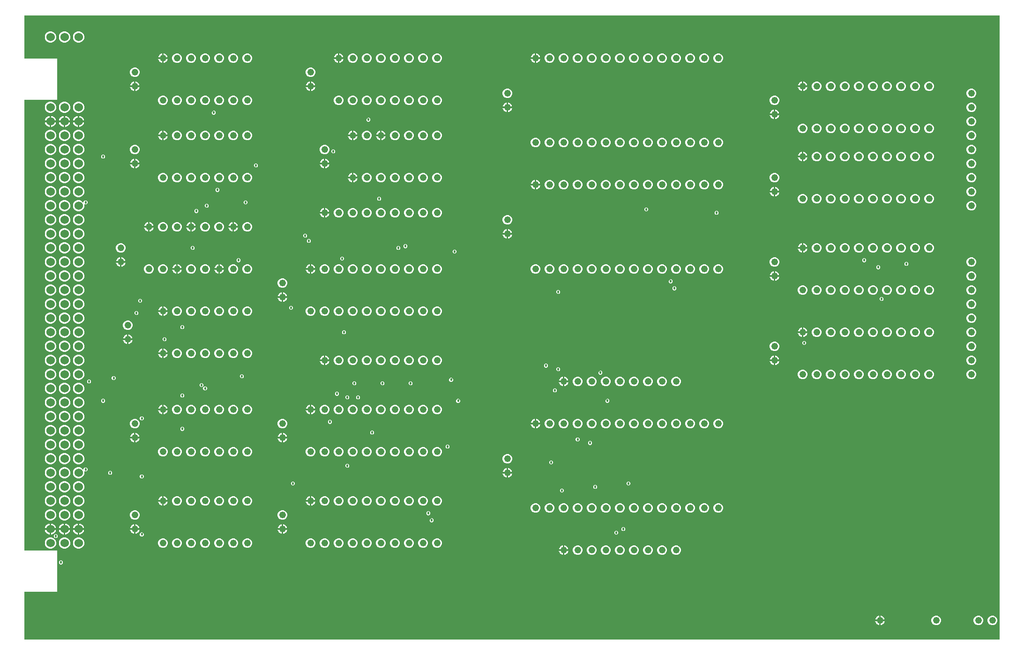
<source format=gbr>
G04 EAGLE Gerber RS-274X export*
G75*
%MOMM*%
%FSLAX34Y34*%
%LPD*%
%INCopper Layer 15*%
%IPPOS*%
%AMOC8*
5,1,8,0,0,1.08239X$1,22.5*%
G01*
%ADD10C,1.524000*%
%ADD11C,1.219200*%
%ADD12C,0.457200*%

G36*
X1765320Y3814D02*
X1765320Y3814D01*
X1765339Y3812D01*
X1765441Y3834D01*
X1765543Y3850D01*
X1765560Y3860D01*
X1765580Y3864D01*
X1765669Y3917D01*
X1765760Y3966D01*
X1765774Y3980D01*
X1765791Y3990D01*
X1765858Y4069D01*
X1765930Y4144D01*
X1765938Y4162D01*
X1765951Y4177D01*
X1765990Y4273D01*
X1766033Y4367D01*
X1766035Y4387D01*
X1766043Y4405D01*
X1766061Y4572D01*
X1766061Y1130300D01*
X1766058Y1130320D01*
X1766060Y1130339D01*
X1766038Y1130441D01*
X1766022Y1130543D01*
X1766012Y1130560D01*
X1766008Y1130580D01*
X1765955Y1130669D01*
X1765906Y1130760D01*
X1765892Y1130774D01*
X1765882Y1130791D01*
X1765803Y1130858D01*
X1765728Y1130930D01*
X1765710Y1130938D01*
X1765695Y1130951D01*
X1765599Y1130990D01*
X1765505Y1131033D01*
X1765485Y1131035D01*
X1765467Y1131043D01*
X1765300Y1131061D01*
X4572Y1131061D01*
X4552Y1131058D01*
X4533Y1131060D01*
X4431Y1131038D01*
X4329Y1131022D01*
X4312Y1131012D01*
X4292Y1131008D01*
X4203Y1130955D01*
X4112Y1130906D01*
X4098Y1130892D01*
X4081Y1130882D01*
X4014Y1130803D01*
X3942Y1130728D01*
X3934Y1130710D01*
X3921Y1130695D01*
X3882Y1130599D01*
X3839Y1130505D01*
X3837Y1130485D01*
X3829Y1130467D01*
X3811Y1130300D01*
X3811Y1054100D01*
X3814Y1054080D01*
X3812Y1054061D01*
X3834Y1053959D01*
X3850Y1053857D01*
X3860Y1053840D01*
X3864Y1053820D01*
X3917Y1053731D01*
X3966Y1053640D01*
X3980Y1053626D01*
X3990Y1053609D01*
X4069Y1053542D01*
X4144Y1053471D01*
X4162Y1053462D01*
X4177Y1053449D01*
X4273Y1053410D01*
X4367Y1053367D01*
X4387Y1053365D01*
X4405Y1053357D01*
X4572Y1053339D01*
X62739Y1053339D01*
X62739Y978661D01*
X4572Y978661D01*
X4552Y978658D01*
X4533Y978660D01*
X4431Y978638D01*
X4329Y978621D01*
X4312Y978612D01*
X4292Y978608D01*
X4203Y978555D01*
X4112Y978506D01*
X4098Y978492D01*
X4081Y978482D01*
X4014Y978403D01*
X3942Y978328D01*
X3934Y978310D01*
X3921Y978295D01*
X3882Y978199D01*
X3839Y978105D01*
X3837Y978085D01*
X3829Y978067D01*
X3811Y977900D01*
X3811Y165100D01*
X3814Y165080D01*
X3812Y165061D01*
X3834Y164959D01*
X3850Y164857D01*
X3860Y164840D01*
X3864Y164820D01*
X3917Y164731D01*
X3966Y164640D01*
X3980Y164626D01*
X3990Y164609D01*
X4069Y164542D01*
X4144Y164471D01*
X4162Y164462D01*
X4177Y164449D01*
X4273Y164410D01*
X4367Y164367D01*
X4387Y164365D01*
X4405Y164357D01*
X4572Y164339D01*
X62739Y164339D01*
X62739Y89661D01*
X4572Y89661D01*
X4552Y89658D01*
X4533Y89660D01*
X4431Y89638D01*
X4329Y89622D01*
X4312Y89612D01*
X4292Y89608D01*
X4203Y89555D01*
X4112Y89506D01*
X4098Y89492D01*
X4081Y89482D01*
X4014Y89403D01*
X3942Y89328D01*
X3934Y89310D01*
X3921Y89295D01*
X3882Y89199D01*
X3839Y89105D01*
X3837Y89085D01*
X3829Y89067D01*
X3811Y88900D01*
X3811Y4572D01*
X3814Y4552D01*
X3812Y4533D01*
X3834Y4431D01*
X3850Y4329D01*
X3860Y4312D01*
X3864Y4292D01*
X3917Y4203D01*
X3966Y4112D01*
X3980Y4098D01*
X3990Y4081D01*
X4069Y4014D01*
X4144Y3942D01*
X4162Y3934D01*
X4177Y3921D01*
X4273Y3882D01*
X4367Y3839D01*
X4387Y3837D01*
X4405Y3829D01*
X4572Y3811D01*
X1765300Y3811D01*
X1765320Y3814D01*
G37*
%LPC*%
G36*
X99579Y294639D02*
X99579Y294639D01*
X95844Y296186D01*
X92986Y299044D01*
X91439Y302779D01*
X91439Y306821D01*
X92986Y310556D01*
X95844Y313414D01*
X99579Y314961D01*
X103621Y314961D01*
X107356Y313414D01*
X109444Y311326D01*
X109502Y311284D01*
X109554Y311234D01*
X109601Y311213D01*
X109643Y311182D01*
X109712Y311161D01*
X109777Y311131D01*
X109829Y311125D01*
X109879Y311110D01*
X109950Y311112D01*
X110021Y311104D01*
X110072Y311115D01*
X110124Y311116D01*
X110192Y311141D01*
X110262Y311156D01*
X110307Y311183D01*
X110355Y311201D01*
X110411Y311245D01*
X110473Y311282D01*
X110507Y311322D01*
X110547Y311354D01*
X110586Y311415D01*
X110633Y311469D01*
X110652Y311517D01*
X110680Y311561D01*
X110698Y311631D01*
X110725Y311697D01*
X110733Y311769D01*
X110741Y311800D01*
X110739Y311823D01*
X110743Y311864D01*
X110743Y312623D01*
X112827Y314707D01*
X115773Y314707D01*
X117857Y312623D01*
X117857Y309677D01*
X115773Y307593D01*
X112522Y307593D01*
X112502Y307590D01*
X112483Y307592D01*
X112381Y307570D01*
X112279Y307554D01*
X112262Y307544D01*
X112242Y307540D01*
X112153Y307487D01*
X112062Y307438D01*
X112048Y307424D01*
X112031Y307414D01*
X111964Y307335D01*
X111892Y307260D01*
X111884Y307242D01*
X111871Y307227D01*
X111832Y307131D01*
X111789Y307037D01*
X111787Y307017D01*
X111779Y306999D01*
X111761Y306832D01*
X111761Y302779D01*
X110214Y299044D01*
X107356Y296186D01*
X103621Y294639D01*
X99579Y294639D01*
G37*
%LPD*%
%LPC*%
G36*
X99579Y777239D02*
X99579Y777239D01*
X95844Y778786D01*
X92986Y781644D01*
X91439Y785379D01*
X91439Y789421D01*
X92986Y793156D01*
X95844Y796014D01*
X99579Y797561D01*
X103621Y797561D01*
X107356Y796014D01*
X109444Y793926D01*
X109502Y793884D01*
X109554Y793834D01*
X109601Y793813D01*
X109643Y793782D01*
X109712Y793761D01*
X109777Y793731D01*
X109829Y793725D01*
X109879Y793710D01*
X109950Y793712D01*
X110021Y793704D01*
X110072Y793715D01*
X110124Y793716D01*
X110192Y793741D01*
X110262Y793756D01*
X110307Y793783D01*
X110355Y793801D01*
X110411Y793845D01*
X110473Y793882D01*
X110507Y793922D01*
X110547Y793954D01*
X110586Y794015D01*
X110633Y794069D01*
X110652Y794117D01*
X110680Y794161D01*
X110698Y794231D01*
X110725Y794297D01*
X110733Y794369D01*
X110741Y794400D01*
X110739Y794423D01*
X110743Y794464D01*
X110743Y795223D01*
X112827Y797307D01*
X115773Y797307D01*
X117857Y795223D01*
X117857Y792277D01*
X115773Y790193D01*
X112522Y790193D01*
X112502Y790190D01*
X112483Y790192D01*
X112381Y790170D01*
X112279Y790154D01*
X112262Y790144D01*
X112242Y790140D01*
X112153Y790087D01*
X112062Y790038D01*
X112048Y790024D01*
X112031Y790014D01*
X111964Y789935D01*
X111892Y789860D01*
X111884Y789842D01*
X111871Y789827D01*
X111832Y789731D01*
X111789Y789637D01*
X111787Y789617D01*
X111779Y789599D01*
X111761Y789432D01*
X111761Y785379D01*
X110214Y781644D01*
X107356Y778786D01*
X103621Y777239D01*
X99579Y777239D01*
G37*
%LPD*%
%LPC*%
G36*
X48779Y1082039D02*
X48779Y1082039D01*
X45044Y1083586D01*
X42186Y1086444D01*
X40639Y1090179D01*
X40639Y1094221D01*
X42186Y1097956D01*
X45044Y1100814D01*
X48779Y1102361D01*
X52821Y1102361D01*
X56556Y1100814D01*
X59414Y1097956D01*
X60961Y1094221D01*
X60961Y1090179D01*
X59414Y1086444D01*
X56556Y1083586D01*
X52821Y1082039D01*
X48779Y1082039D01*
G37*
%LPD*%
%LPC*%
G36*
X99579Y396239D02*
X99579Y396239D01*
X95844Y397786D01*
X92986Y400644D01*
X91439Y404379D01*
X91439Y408421D01*
X92986Y412156D01*
X95844Y415014D01*
X99579Y416561D01*
X103621Y416561D01*
X107356Y415014D01*
X110214Y412156D01*
X111761Y408421D01*
X111761Y404379D01*
X110214Y400644D01*
X107356Y397786D01*
X103621Y396239D01*
X99579Y396239D01*
G37*
%LPD*%
%LPC*%
G36*
X48779Y396239D02*
X48779Y396239D01*
X45044Y397786D01*
X42186Y400644D01*
X40639Y404379D01*
X40639Y408421D01*
X42186Y412156D01*
X45044Y415014D01*
X48779Y416561D01*
X52821Y416561D01*
X56556Y415014D01*
X59414Y412156D01*
X60961Y408421D01*
X60961Y404379D01*
X59414Y400644D01*
X56556Y397786D01*
X52821Y396239D01*
X48779Y396239D01*
G37*
%LPD*%
%LPC*%
G36*
X74179Y396239D02*
X74179Y396239D01*
X70444Y397786D01*
X67586Y400644D01*
X66039Y404379D01*
X66039Y408421D01*
X67586Y412156D01*
X70444Y415014D01*
X74179Y416561D01*
X78221Y416561D01*
X81956Y415014D01*
X84814Y412156D01*
X86361Y408421D01*
X86361Y404379D01*
X84814Y400644D01*
X81956Y397786D01*
X78221Y396239D01*
X74179Y396239D01*
G37*
%LPD*%
%LPC*%
G36*
X48779Y421639D02*
X48779Y421639D01*
X45044Y423186D01*
X42186Y426044D01*
X40639Y429779D01*
X40639Y433821D01*
X42186Y437556D01*
X45044Y440414D01*
X48779Y441961D01*
X52821Y441961D01*
X56556Y440414D01*
X59414Y437556D01*
X60961Y433821D01*
X60961Y429779D01*
X59414Y426044D01*
X56556Y423186D01*
X52821Y421639D01*
X48779Y421639D01*
G37*
%LPD*%
%LPC*%
G36*
X74179Y421639D02*
X74179Y421639D01*
X70444Y423186D01*
X67586Y426044D01*
X66039Y429779D01*
X66039Y433821D01*
X67586Y437556D01*
X70444Y440414D01*
X74179Y441961D01*
X78221Y441961D01*
X81956Y440414D01*
X84814Y437556D01*
X86361Y433821D01*
X86361Y429779D01*
X84814Y426044D01*
X81956Y423186D01*
X78221Y421639D01*
X74179Y421639D01*
G37*
%LPD*%
%LPC*%
G36*
X99579Y421639D02*
X99579Y421639D01*
X95844Y423186D01*
X92986Y426044D01*
X91439Y429779D01*
X91439Y433821D01*
X92986Y437556D01*
X95844Y440414D01*
X99579Y441961D01*
X103621Y441961D01*
X107356Y440414D01*
X110214Y437556D01*
X111761Y433821D01*
X111761Y429779D01*
X110214Y426044D01*
X107356Y423186D01*
X103621Y421639D01*
X99579Y421639D01*
G37*
%LPD*%
%LPC*%
G36*
X48779Y447039D02*
X48779Y447039D01*
X45044Y448586D01*
X42186Y451444D01*
X40639Y455179D01*
X40639Y459221D01*
X42186Y462956D01*
X45044Y465814D01*
X48779Y467361D01*
X52821Y467361D01*
X56556Y465814D01*
X59414Y462956D01*
X60961Y459221D01*
X60961Y455179D01*
X59414Y451444D01*
X56556Y448586D01*
X52821Y447039D01*
X48779Y447039D01*
G37*
%LPD*%
%LPC*%
G36*
X74179Y447039D02*
X74179Y447039D01*
X70444Y448586D01*
X67586Y451444D01*
X66039Y455179D01*
X66039Y459221D01*
X67586Y462956D01*
X70444Y465814D01*
X74179Y467361D01*
X78221Y467361D01*
X81956Y465814D01*
X84814Y462956D01*
X86361Y459221D01*
X86361Y455179D01*
X84814Y451444D01*
X81956Y448586D01*
X78221Y447039D01*
X74179Y447039D01*
G37*
%LPD*%
%LPC*%
G36*
X99579Y447039D02*
X99579Y447039D01*
X95844Y448586D01*
X92986Y451444D01*
X91439Y455179D01*
X91439Y459221D01*
X92986Y462956D01*
X95844Y465814D01*
X99579Y467361D01*
X103621Y467361D01*
X107356Y465814D01*
X110214Y462956D01*
X111761Y459221D01*
X111761Y455179D01*
X110214Y451444D01*
X107356Y448586D01*
X103621Y447039D01*
X99579Y447039D01*
G37*
%LPD*%
%LPC*%
G36*
X48779Y472439D02*
X48779Y472439D01*
X45044Y473986D01*
X42186Y476844D01*
X40639Y480579D01*
X40639Y484621D01*
X42186Y488356D01*
X45044Y491214D01*
X48779Y492761D01*
X52821Y492761D01*
X56556Y491214D01*
X59414Y488356D01*
X60961Y484621D01*
X60961Y480579D01*
X59414Y476844D01*
X56556Y473986D01*
X52821Y472439D01*
X48779Y472439D01*
G37*
%LPD*%
%LPC*%
G36*
X74179Y472439D02*
X74179Y472439D01*
X70444Y473986D01*
X67586Y476844D01*
X66039Y480579D01*
X66039Y484621D01*
X67586Y488356D01*
X70444Y491214D01*
X74179Y492761D01*
X78221Y492761D01*
X81956Y491214D01*
X84814Y488356D01*
X86361Y484621D01*
X86361Y480579D01*
X84814Y476844D01*
X81956Y473986D01*
X78221Y472439D01*
X74179Y472439D01*
G37*
%LPD*%
%LPC*%
G36*
X99579Y472439D02*
X99579Y472439D01*
X95844Y473986D01*
X92986Y476844D01*
X91439Y480579D01*
X91439Y484621D01*
X92986Y488356D01*
X95844Y491214D01*
X99579Y492761D01*
X103621Y492761D01*
X107356Y491214D01*
X110214Y488356D01*
X111761Y484621D01*
X111761Y480579D01*
X110214Y476844D01*
X107356Y473986D01*
X103621Y472439D01*
X99579Y472439D01*
G37*
%LPD*%
%LPC*%
G36*
X99579Y370839D02*
X99579Y370839D01*
X95844Y372386D01*
X92986Y375244D01*
X91439Y378979D01*
X91439Y383021D01*
X92986Y386756D01*
X95844Y389614D01*
X99579Y391161D01*
X103621Y391161D01*
X107356Y389614D01*
X110214Y386756D01*
X111761Y383021D01*
X111761Y378979D01*
X110214Y375244D01*
X107356Y372386D01*
X103621Y370839D01*
X99579Y370839D01*
G37*
%LPD*%
%LPC*%
G36*
X74179Y370839D02*
X74179Y370839D01*
X70444Y372386D01*
X67586Y375244D01*
X66039Y378979D01*
X66039Y383021D01*
X67586Y386756D01*
X70444Y389614D01*
X74179Y391161D01*
X78221Y391161D01*
X81956Y389614D01*
X84814Y386756D01*
X86361Y383021D01*
X86361Y378979D01*
X84814Y375244D01*
X81956Y372386D01*
X78221Y370839D01*
X74179Y370839D01*
G37*
%LPD*%
%LPC*%
G36*
X48779Y370839D02*
X48779Y370839D01*
X45044Y372386D01*
X42186Y375244D01*
X40639Y378979D01*
X40639Y383021D01*
X42186Y386756D01*
X45044Y389614D01*
X48779Y391161D01*
X52821Y391161D01*
X56556Y389614D01*
X59414Y386756D01*
X60961Y383021D01*
X60961Y378979D01*
X59414Y375244D01*
X56556Y372386D01*
X52821Y370839D01*
X48779Y370839D01*
G37*
%LPD*%
%LPC*%
G36*
X48779Y497839D02*
X48779Y497839D01*
X45044Y499386D01*
X42186Y502244D01*
X40639Y505979D01*
X40639Y510021D01*
X42186Y513756D01*
X45044Y516614D01*
X48779Y518161D01*
X52821Y518161D01*
X56556Y516614D01*
X59414Y513756D01*
X60961Y510021D01*
X60961Y505979D01*
X59414Y502244D01*
X56556Y499386D01*
X52821Y497839D01*
X48779Y497839D01*
G37*
%LPD*%
%LPC*%
G36*
X74179Y497839D02*
X74179Y497839D01*
X70444Y499386D01*
X67586Y502244D01*
X66039Y505979D01*
X66039Y510021D01*
X67586Y513756D01*
X70444Y516614D01*
X74179Y518161D01*
X78221Y518161D01*
X81956Y516614D01*
X84814Y513756D01*
X86361Y510021D01*
X86361Y505979D01*
X84814Y502244D01*
X81956Y499386D01*
X78221Y497839D01*
X74179Y497839D01*
G37*
%LPD*%
%LPC*%
G36*
X99579Y497839D02*
X99579Y497839D01*
X95844Y499386D01*
X92986Y502244D01*
X91439Y505979D01*
X91439Y510021D01*
X92986Y513756D01*
X95844Y516614D01*
X99579Y518161D01*
X103621Y518161D01*
X107356Y516614D01*
X110214Y513756D01*
X111761Y510021D01*
X111761Y505979D01*
X110214Y502244D01*
X107356Y499386D01*
X103621Y497839D01*
X99579Y497839D01*
G37*
%LPD*%
%LPC*%
G36*
X99579Y345439D02*
X99579Y345439D01*
X95844Y346986D01*
X92986Y349844D01*
X91439Y353579D01*
X91439Y357621D01*
X92986Y361356D01*
X95844Y364214D01*
X99579Y365761D01*
X103621Y365761D01*
X107356Y364214D01*
X110214Y361356D01*
X111761Y357621D01*
X111761Y353579D01*
X110214Y349844D01*
X107356Y346986D01*
X103621Y345439D01*
X99579Y345439D01*
G37*
%LPD*%
%LPC*%
G36*
X74179Y345439D02*
X74179Y345439D01*
X70444Y346986D01*
X67586Y349844D01*
X66039Y353579D01*
X66039Y357621D01*
X67586Y361356D01*
X70444Y364214D01*
X74179Y365761D01*
X78221Y365761D01*
X81956Y364214D01*
X84814Y361356D01*
X86361Y357621D01*
X86361Y353579D01*
X84814Y349844D01*
X81956Y346986D01*
X78221Y345439D01*
X74179Y345439D01*
G37*
%LPD*%
%LPC*%
G36*
X48779Y345439D02*
X48779Y345439D01*
X45044Y346986D01*
X42186Y349844D01*
X40639Y353579D01*
X40639Y357621D01*
X42186Y361356D01*
X45044Y364214D01*
X48779Y365761D01*
X52821Y365761D01*
X56556Y364214D01*
X59414Y361356D01*
X60961Y357621D01*
X60961Y353579D01*
X59414Y349844D01*
X56556Y346986D01*
X52821Y345439D01*
X48779Y345439D01*
G37*
%LPD*%
%LPC*%
G36*
X48779Y523239D02*
X48779Y523239D01*
X45044Y524786D01*
X42186Y527644D01*
X40639Y531379D01*
X40639Y535421D01*
X42186Y539156D01*
X45044Y542014D01*
X48779Y543561D01*
X52821Y543561D01*
X56556Y542014D01*
X59414Y539156D01*
X60961Y535421D01*
X60961Y531379D01*
X59414Y527644D01*
X56556Y524786D01*
X52821Y523239D01*
X48779Y523239D01*
G37*
%LPD*%
%LPC*%
G36*
X74179Y523239D02*
X74179Y523239D01*
X70444Y524786D01*
X67586Y527644D01*
X66039Y531379D01*
X66039Y535421D01*
X67586Y539156D01*
X70444Y542014D01*
X74179Y543561D01*
X78221Y543561D01*
X81956Y542014D01*
X84814Y539156D01*
X86361Y535421D01*
X86361Y531379D01*
X84814Y527644D01*
X81956Y524786D01*
X78221Y523239D01*
X74179Y523239D01*
G37*
%LPD*%
%LPC*%
G36*
X99579Y523239D02*
X99579Y523239D01*
X95844Y524786D01*
X92986Y527644D01*
X91439Y531379D01*
X91439Y535421D01*
X92986Y539156D01*
X95844Y542014D01*
X99579Y543561D01*
X103621Y543561D01*
X107356Y542014D01*
X110214Y539156D01*
X111761Y535421D01*
X111761Y531379D01*
X110214Y527644D01*
X107356Y524786D01*
X103621Y523239D01*
X99579Y523239D01*
G37*
%LPD*%
%LPC*%
G36*
X48779Y548639D02*
X48779Y548639D01*
X45044Y550186D01*
X42186Y553044D01*
X40639Y556779D01*
X40639Y560821D01*
X42186Y564556D01*
X45044Y567414D01*
X48779Y568961D01*
X52821Y568961D01*
X56556Y567414D01*
X59414Y564556D01*
X60961Y560821D01*
X60961Y556779D01*
X59414Y553044D01*
X56556Y550186D01*
X52821Y548639D01*
X48779Y548639D01*
G37*
%LPD*%
%LPC*%
G36*
X74179Y548639D02*
X74179Y548639D01*
X70444Y550186D01*
X67586Y553044D01*
X66039Y556779D01*
X66039Y560821D01*
X67586Y564556D01*
X70444Y567414D01*
X74179Y568961D01*
X78221Y568961D01*
X81956Y567414D01*
X84814Y564556D01*
X86361Y560821D01*
X86361Y556779D01*
X84814Y553044D01*
X81956Y550186D01*
X78221Y548639D01*
X74179Y548639D01*
G37*
%LPD*%
%LPC*%
G36*
X99579Y548639D02*
X99579Y548639D01*
X95844Y550186D01*
X92986Y553044D01*
X91439Y556779D01*
X91439Y560821D01*
X92986Y564556D01*
X95844Y567414D01*
X99579Y568961D01*
X103621Y568961D01*
X107356Y567414D01*
X110214Y564556D01*
X111761Y560821D01*
X111761Y556779D01*
X110214Y553044D01*
X107356Y550186D01*
X103621Y548639D01*
X99579Y548639D01*
G37*
%LPD*%
%LPC*%
G36*
X99579Y574039D02*
X99579Y574039D01*
X95844Y575586D01*
X92986Y578444D01*
X91439Y582179D01*
X91439Y586221D01*
X92986Y589956D01*
X95844Y592814D01*
X99579Y594361D01*
X103621Y594361D01*
X107356Y592814D01*
X110214Y589956D01*
X111761Y586221D01*
X111761Y582179D01*
X110214Y578444D01*
X107356Y575586D01*
X103621Y574039D01*
X99579Y574039D01*
G37*
%LPD*%
%LPC*%
G36*
X48779Y574039D02*
X48779Y574039D01*
X45044Y575586D01*
X42186Y578444D01*
X40639Y582179D01*
X40639Y586221D01*
X42186Y589956D01*
X45044Y592814D01*
X48779Y594361D01*
X52821Y594361D01*
X56556Y592814D01*
X59414Y589956D01*
X60961Y586221D01*
X60961Y582179D01*
X59414Y578444D01*
X56556Y575586D01*
X52821Y574039D01*
X48779Y574039D01*
G37*
%LPD*%
%LPC*%
G36*
X74179Y574039D02*
X74179Y574039D01*
X70444Y575586D01*
X67586Y578444D01*
X66039Y582179D01*
X66039Y586221D01*
X67586Y589956D01*
X70444Y592814D01*
X74179Y594361D01*
X78221Y594361D01*
X81956Y592814D01*
X84814Y589956D01*
X86361Y586221D01*
X86361Y582179D01*
X84814Y578444D01*
X81956Y575586D01*
X78221Y574039D01*
X74179Y574039D01*
G37*
%LPD*%
%LPC*%
G36*
X48779Y599439D02*
X48779Y599439D01*
X45044Y600986D01*
X42186Y603844D01*
X40639Y607579D01*
X40639Y611621D01*
X42186Y615356D01*
X45044Y618214D01*
X48779Y619761D01*
X52821Y619761D01*
X56556Y618214D01*
X59414Y615356D01*
X60961Y611621D01*
X60961Y607579D01*
X59414Y603844D01*
X56556Y600986D01*
X52821Y599439D01*
X48779Y599439D01*
G37*
%LPD*%
%LPC*%
G36*
X74179Y599439D02*
X74179Y599439D01*
X70444Y600986D01*
X67586Y603844D01*
X66039Y607579D01*
X66039Y611621D01*
X67586Y615356D01*
X70444Y618214D01*
X74179Y619761D01*
X78221Y619761D01*
X81956Y618214D01*
X84814Y615356D01*
X86361Y611621D01*
X86361Y607579D01*
X84814Y603844D01*
X81956Y600986D01*
X78221Y599439D01*
X74179Y599439D01*
G37*
%LPD*%
%LPC*%
G36*
X99579Y599439D02*
X99579Y599439D01*
X95844Y600986D01*
X92986Y603844D01*
X91439Y607579D01*
X91439Y611621D01*
X92986Y615356D01*
X95844Y618214D01*
X99579Y619761D01*
X103621Y619761D01*
X107356Y618214D01*
X110214Y615356D01*
X111761Y611621D01*
X111761Y607579D01*
X110214Y603844D01*
X107356Y600986D01*
X103621Y599439D01*
X99579Y599439D01*
G37*
%LPD*%
%LPC*%
G36*
X48779Y624839D02*
X48779Y624839D01*
X45044Y626386D01*
X42186Y629244D01*
X40639Y632979D01*
X40639Y637021D01*
X42186Y640756D01*
X45044Y643614D01*
X48779Y645161D01*
X52821Y645161D01*
X56556Y643614D01*
X59414Y640756D01*
X60961Y637021D01*
X60961Y632979D01*
X59414Y629244D01*
X56556Y626386D01*
X52821Y624839D01*
X48779Y624839D01*
G37*
%LPD*%
%LPC*%
G36*
X74179Y624839D02*
X74179Y624839D01*
X70444Y626386D01*
X67586Y629244D01*
X66039Y632979D01*
X66039Y637021D01*
X67586Y640756D01*
X70444Y643614D01*
X74179Y645161D01*
X78221Y645161D01*
X81956Y643614D01*
X84814Y640756D01*
X86361Y637021D01*
X86361Y632979D01*
X84814Y629244D01*
X81956Y626386D01*
X78221Y624839D01*
X74179Y624839D01*
G37*
%LPD*%
%LPC*%
G36*
X99579Y624839D02*
X99579Y624839D01*
X95844Y626386D01*
X92986Y629244D01*
X91439Y632979D01*
X91439Y637021D01*
X92986Y640756D01*
X95844Y643614D01*
X99579Y645161D01*
X103621Y645161D01*
X107356Y643614D01*
X110214Y640756D01*
X111761Y637021D01*
X111761Y632979D01*
X110214Y629244D01*
X107356Y626386D01*
X103621Y624839D01*
X99579Y624839D01*
G37*
%LPD*%
%LPC*%
G36*
X99579Y320039D02*
X99579Y320039D01*
X95844Y321586D01*
X92986Y324444D01*
X91439Y328179D01*
X91439Y332221D01*
X92986Y335956D01*
X95844Y338814D01*
X99579Y340361D01*
X103621Y340361D01*
X107356Y338814D01*
X110214Y335956D01*
X111761Y332221D01*
X111761Y328179D01*
X110214Y324444D01*
X107356Y321586D01*
X103621Y320039D01*
X99579Y320039D01*
G37*
%LPD*%
%LPC*%
G36*
X48779Y650239D02*
X48779Y650239D01*
X45044Y651786D01*
X42186Y654644D01*
X40639Y658379D01*
X40639Y662421D01*
X42186Y666156D01*
X45044Y669014D01*
X48779Y670561D01*
X52821Y670561D01*
X56556Y669014D01*
X59414Y666156D01*
X60961Y662421D01*
X60961Y658379D01*
X59414Y654644D01*
X56556Y651786D01*
X52821Y650239D01*
X48779Y650239D01*
G37*
%LPD*%
%LPC*%
G36*
X74179Y650239D02*
X74179Y650239D01*
X70444Y651786D01*
X67586Y654644D01*
X66039Y658379D01*
X66039Y662421D01*
X67586Y666156D01*
X70444Y669014D01*
X74179Y670561D01*
X78221Y670561D01*
X81956Y669014D01*
X84814Y666156D01*
X86361Y662421D01*
X86361Y658379D01*
X84814Y654644D01*
X81956Y651786D01*
X78221Y650239D01*
X74179Y650239D01*
G37*
%LPD*%
%LPC*%
G36*
X99579Y650239D02*
X99579Y650239D01*
X95844Y651786D01*
X92986Y654644D01*
X91439Y658379D01*
X91439Y662421D01*
X92986Y666156D01*
X95844Y669014D01*
X99579Y670561D01*
X103621Y670561D01*
X107356Y669014D01*
X110214Y666156D01*
X111761Y662421D01*
X111761Y658379D01*
X110214Y654644D01*
X107356Y651786D01*
X103621Y650239D01*
X99579Y650239D01*
G37*
%LPD*%
%LPC*%
G36*
X74179Y320039D02*
X74179Y320039D01*
X70444Y321586D01*
X67586Y324444D01*
X66039Y328179D01*
X66039Y332221D01*
X67586Y335956D01*
X70444Y338814D01*
X74179Y340361D01*
X78221Y340361D01*
X81956Y338814D01*
X84814Y335956D01*
X86361Y332221D01*
X86361Y328179D01*
X84814Y324444D01*
X81956Y321586D01*
X78221Y320039D01*
X74179Y320039D01*
G37*
%LPD*%
%LPC*%
G36*
X48779Y320039D02*
X48779Y320039D01*
X45044Y321586D01*
X42186Y324444D01*
X40639Y328179D01*
X40639Y332221D01*
X42186Y335956D01*
X45044Y338814D01*
X48779Y340361D01*
X52821Y340361D01*
X56556Y338814D01*
X59414Y335956D01*
X60961Y332221D01*
X60961Y328179D01*
X59414Y324444D01*
X56556Y321586D01*
X52821Y320039D01*
X48779Y320039D01*
G37*
%LPD*%
%LPC*%
G36*
X99579Y1082039D02*
X99579Y1082039D01*
X95844Y1083586D01*
X92986Y1086444D01*
X91439Y1090179D01*
X91439Y1094221D01*
X92986Y1097956D01*
X95844Y1100814D01*
X99579Y1102361D01*
X103621Y1102361D01*
X107356Y1100814D01*
X110214Y1097956D01*
X111761Y1094221D01*
X111761Y1090179D01*
X110214Y1086444D01*
X107356Y1083586D01*
X103621Y1082039D01*
X99579Y1082039D01*
G37*
%LPD*%
%LPC*%
G36*
X74179Y294639D02*
X74179Y294639D01*
X70444Y296186D01*
X67586Y299044D01*
X66039Y302779D01*
X66039Y306821D01*
X67586Y310556D01*
X70444Y313414D01*
X74179Y314961D01*
X78221Y314961D01*
X81956Y313414D01*
X84814Y310556D01*
X86361Y306821D01*
X86361Y302779D01*
X84814Y299044D01*
X81956Y296186D01*
X78221Y294639D01*
X74179Y294639D01*
G37*
%LPD*%
%LPC*%
G36*
X48779Y294639D02*
X48779Y294639D01*
X45044Y296186D01*
X42186Y299044D01*
X40639Y302779D01*
X40639Y306821D01*
X42186Y310556D01*
X45044Y313414D01*
X48779Y314961D01*
X52821Y314961D01*
X56556Y313414D01*
X59414Y310556D01*
X60961Y306821D01*
X60961Y302779D01*
X59414Y299044D01*
X56556Y296186D01*
X52821Y294639D01*
X48779Y294639D01*
G37*
%LPD*%
%LPC*%
G36*
X99579Y269239D02*
X99579Y269239D01*
X95844Y270786D01*
X92986Y273644D01*
X91439Y277379D01*
X91439Y281421D01*
X92986Y285156D01*
X95844Y288014D01*
X99579Y289561D01*
X103621Y289561D01*
X107356Y288014D01*
X110214Y285156D01*
X111761Y281421D01*
X111761Y277379D01*
X110214Y273644D01*
X107356Y270786D01*
X103621Y269239D01*
X99579Y269239D01*
G37*
%LPD*%
%LPC*%
G36*
X74179Y269239D02*
X74179Y269239D01*
X70444Y270786D01*
X67586Y273644D01*
X66039Y277379D01*
X66039Y281421D01*
X67586Y285156D01*
X70444Y288014D01*
X74179Y289561D01*
X78221Y289561D01*
X81956Y288014D01*
X84814Y285156D01*
X86361Y281421D01*
X86361Y277379D01*
X84814Y273644D01*
X81956Y270786D01*
X78221Y269239D01*
X74179Y269239D01*
G37*
%LPD*%
%LPC*%
G36*
X48779Y269239D02*
X48779Y269239D01*
X45044Y270786D01*
X42186Y273644D01*
X40639Y277379D01*
X40639Y281421D01*
X42186Y285156D01*
X45044Y288014D01*
X48779Y289561D01*
X52821Y289561D01*
X56556Y288014D01*
X59414Y285156D01*
X60961Y281421D01*
X60961Y277379D01*
X59414Y273644D01*
X56556Y270786D01*
X52821Y269239D01*
X48779Y269239D01*
G37*
%LPD*%
%LPC*%
G36*
X48779Y675639D02*
X48779Y675639D01*
X45044Y677186D01*
X42186Y680044D01*
X40639Y683779D01*
X40639Y687821D01*
X42186Y691556D01*
X45044Y694414D01*
X48779Y695961D01*
X52821Y695961D01*
X56556Y694414D01*
X59414Y691556D01*
X60961Y687821D01*
X60961Y683779D01*
X59414Y680044D01*
X56556Y677186D01*
X52821Y675639D01*
X48779Y675639D01*
G37*
%LPD*%
%LPC*%
G36*
X74179Y675639D02*
X74179Y675639D01*
X70444Y677186D01*
X67586Y680044D01*
X66039Y683779D01*
X66039Y687821D01*
X67586Y691556D01*
X70444Y694414D01*
X74179Y695961D01*
X78221Y695961D01*
X81956Y694414D01*
X84814Y691556D01*
X86361Y687821D01*
X86361Y683779D01*
X84814Y680044D01*
X81956Y677186D01*
X78221Y675639D01*
X74179Y675639D01*
G37*
%LPD*%
%LPC*%
G36*
X99579Y675639D02*
X99579Y675639D01*
X95844Y677186D01*
X92986Y680044D01*
X91439Y683779D01*
X91439Y687821D01*
X92986Y691556D01*
X95844Y694414D01*
X99579Y695961D01*
X103621Y695961D01*
X107356Y694414D01*
X110214Y691556D01*
X111761Y687821D01*
X111761Y683779D01*
X110214Y680044D01*
X107356Y677186D01*
X103621Y675639D01*
X99579Y675639D01*
G37*
%LPD*%
%LPC*%
G36*
X99579Y243839D02*
X99579Y243839D01*
X95844Y245386D01*
X92986Y248244D01*
X91439Y251979D01*
X91439Y256021D01*
X92986Y259756D01*
X95844Y262614D01*
X99579Y264161D01*
X103621Y264161D01*
X107356Y262614D01*
X110214Y259756D01*
X111761Y256021D01*
X111761Y251979D01*
X110214Y248244D01*
X107356Y245386D01*
X103621Y243839D01*
X99579Y243839D01*
G37*
%LPD*%
%LPC*%
G36*
X74179Y243839D02*
X74179Y243839D01*
X70444Y245386D01*
X67586Y248244D01*
X66039Y251979D01*
X66039Y256021D01*
X67586Y259756D01*
X70444Y262614D01*
X74179Y264161D01*
X78221Y264161D01*
X81956Y262614D01*
X84814Y259756D01*
X86361Y256021D01*
X86361Y251979D01*
X84814Y248244D01*
X81956Y245386D01*
X78221Y243839D01*
X74179Y243839D01*
G37*
%LPD*%
%LPC*%
G36*
X48779Y701039D02*
X48779Y701039D01*
X45044Y702586D01*
X42186Y705444D01*
X40639Y709179D01*
X40639Y713221D01*
X42186Y716956D01*
X45044Y719814D01*
X48779Y721361D01*
X52821Y721361D01*
X56556Y719814D01*
X59414Y716956D01*
X60961Y713221D01*
X60961Y709179D01*
X59414Y705444D01*
X56556Y702586D01*
X52821Y701039D01*
X48779Y701039D01*
G37*
%LPD*%
%LPC*%
G36*
X74179Y701039D02*
X74179Y701039D01*
X70444Y702586D01*
X67586Y705444D01*
X66039Y709179D01*
X66039Y713221D01*
X67586Y716956D01*
X70444Y719814D01*
X74179Y721361D01*
X78221Y721361D01*
X81956Y719814D01*
X84814Y716956D01*
X86361Y713221D01*
X86361Y709179D01*
X84814Y705444D01*
X81956Y702586D01*
X78221Y701039D01*
X74179Y701039D01*
G37*
%LPD*%
%LPC*%
G36*
X99579Y701039D02*
X99579Y701039D01*
X95844Y702586D01*
X92986Y705444D01*
X91439Y709179D01*
X91439Y713221D01*
X92986Y716956D01*
X95844Y719814D01*
X99579Y721361D01*
X103621Y721361D01*
X107356Y719814D01*
X110214Y716956D01*
X111761Y713221D01*
X111761Y709179D01*
X110214Y705444D01*
X107356Y702586D01*
X103621Y701039D01*
X99579Y701039D01*
G37*
%LPD*%
%LPC*%
G36*
X48779Y243839D02*
X48779Y243839D01*
X45044Y245386D01*
X42186Y248244D01*
X40639Y251979D01*
X40639Y256021D01*
X42186Y259756D01*
X45044Y262614D01*
X48779Y264161D01*
X52821Y264161D01*
X56556Y262614D01*
X59414Y259756D01*
X60961Y256021D01*
X60961Y251979D01*
X59414Y248244D01*
X56556Y245386D01*
X52821Y243839D01*
X48779Y243839D01*
G37*
%LPD*%
%LPC*%
G36*
X48779Y726439D02*
X48779Y726439D01*
X45044Y727986D01*
X42186Y730844D01*
X40639Y734579D01*
X40639Y738621D01*
X42186Y742356D01*
X45044Y745214D01*
X48779Y746761D01*
X52821Y746761D01*
X56556Y745214D01*
X59414Y742356D01*
X60961Y738621D01*
X60961Y734579D01*
X59414Y730844D01*
X56556Y727986D01*
X52821Y726439D01*
X48779Y726439D01*
G37*
%LPD*%
%LPC*%
G36*
X74179Y726439D02*
X74179Y726439D01*
X70444Y727986D01*
X67586Y730844D01*
X66039Y734579D01*
X66039Y738621D01*
X67586Y742356D01*
X70444Y745214D01*
X74179Y746761D01*
X78221Y746761D01*
X81956Y745214D01*
X84814Y742356D01*
X86361Y738621D01*
X86361Y734579D01*
X84814Y730844D01*
X81956Y727986D01*
X78221Y726439D01*
X74179Y726439D01*
G37*
%LPD*%
%LPC*%
G36*
X99579Y726439D02*
X99579Y726439D01*
X95844Y727986D01*
X92986Y730844D01*
X91439Y734579D01*
X91439Y738621D01*
X92986Y742356D01*
X95844Y745214D01*
X99579Y746761D01*
X103621Y746761D01*
X107356Y745214D01*
X110214Y742356D01*
X111761Y738621D01*
X111761Y734579D01*
X110214Y730844D01*
X107356Y727986D01*
X103621Y726439D01*
X99579Y726439D01*
G37*
%LPD*%
%LPC*%
G36*
X74179Y751839D02*
X74179Y751839D01*
X70444Y753386D01*
X67586Y756244D01*
X66039Y759979D01*
X66039Y764021D01*
X67586Y767756D01*
X70444Y770614D01*
X74179Y772161D01*
X78221Y772161D01*
X81956Y770614D01*
X84814Y767756D01*
X86361Y764021D01*
X86361Y759979D01*
X84814Y756244D01*
X81956Y753386D01*
X78221Y751839D01*
X74179Y751839D01*
G37*
%LPD*%
%LPC*%
G36*
X99579Y751839D02*
X99579Y751839D01*
X95844Y753386D01*
X92986Y756244D01*
X91439Y759979D01*
X91439Y764021D01*
X92986Y767756D01*
X95844Y770614D01*
X99579Y772161D01*
X103621Y772161D01*
X107356Y770614D01*
X110214Y767756D01*
X111761Y764021D01*
X111761Y759979D01*
X110214Y756244D01*
X107356Y753386D01*
X103621Y751839D01*
X99579Y751839D01*
G37*
%LPD*%
%LPC*%
G36*
X48779Y751839D02*
X48779Y751839D01*
X45044Y753386D01*
X42186Y756244D01*
X40639Y759979D01*
X40639Y764021D01*
X42186Y767756D01*
X45044Y770614D01*
X48779Y772161D01*
X52821Y772161D01*
X56556Y770614D01*
X59414Y767756D01*
X60961Y764021D01*
X60961Y759979D01*
X59414Y756244D01*
X56556Y753386D01*
X52821Y751839D01*
X48779Y751839D01*
G37*
%LPD*%
%LPC*%
G36*
X48779Y777239D02*
X48779Y777239D01*
X45044Y778786D01*
X42186Y781644D01*
X40639Y785379D01*
X40639Y789421D01*
X42186Y793156D01*
X45044Y796014D01*
X48779Y797561D01*
X52821Y797561D01*
X56556Y796014D01*
X59414Y793156D01*
X60961Y789421D01*
X60961Y785379D01*
X59414Y781644D01*
X56556Y778786D01*
X52821Y777239D01*
X48779Y777239D01*
G37*
%LPD*%
%LPC*%
G36*
X74179Y777239D02*
X74179Y777239D01*
X70444Y778786D01*
X67586Y781644D01*
X66039Y785379D01*
X66039Y789421D01*
X67586Y793156D01*
X70444Y796014D01*
X74179Y797561D01*
X78221Y797561D01*
X81956Y796014D01*
X84814Y793156D01*
X86361Y789421D01*
X86361Y785379D01*
X84814Y781644D01*
X81956Y778786D01*
X78221Y777239D01*
X74179Y777239D01*
G37*
%LPD*%
%LPC*%
G36*
X74179Y1082039D02*
X74179Y1082039D01*
X70444Y1083586D01*
X67586Y1086444D01*
X66039Y1090179D01*
X66039Y1094221D01*
X67586Y1097956D01*
X70444Y1100814D01*
X74179Y1102361D01*
X78221Y1102361D01*
X81956Y1100814D01*
X84814Y1097956D01*
X86361Y1094221D01*
X86361Y1090179D01*
X84814Y1086444D01*
X81956Y1083586D01*
X78221Y1082039D01*
X74179Y1082039D01*
G37*
%LPD*%
%LPC*%
G36*
X48779Y802639D02*
X48779Y802639D01*
X45044Y804186D01*
X42186Y807044D01*
X40639Y810779D01*
X40639Y814821D01*
X42186Y818556D01*
X45044Y821414D01*
X48779Y822961D01*
X52821Y822961D01*
X56556Y821414D01*
X59414Y818556D01*
X60961Y814821D01*
X60961Y810779D01*
X59414Y807044D01*
X56556Y804186D01*
X52821Y802639D01*
X48779Y802639D01*
G37*
%LPD*%
%LPC*%
G36*
X74179Y802639D02*
X74179Y802639D01*
X70444Y804186D01*
X67586Y807044D01*
X66039Y810779D01*
X66039Y814821D01*
X67586Y818556D01*
X70444Y821414D01*
X74179Y822961D01*
X78221Y822961D01*
X81956Y821414D01*
X84814Y818556D01*
X86361Y814821D01*
X86361Y810779D01*
X84814Y807044D01*
X81956Y804186D01*
X78221Y802639D01*
X74179Y802639D01*
G37*
%LPD*%
%LPC*%
G36*
X99579Y802639D02*
X99579Y802639D01*
X95844Y804186D01*
X92986Y807044D01*
X91439Y810779D01*
X91439Y814821D01*
X92986Y818556D01*
X95844Y821414D01*
X99579Y822961D01*
X103621Y822961D01*
X107356Y821414D01*
X110214Y818556D01*
X111761Y814821D01*
X111761Y810779D01*
X110214Y807044D01*
X107356Y804186D01*
X103621Y802639D01*
X99579Y802639D01*
G37*
%LPD*%
%LPC*%
G36*
X48779Y828039D02*
X48779Y828039D01*
X45044Y829586D01*
X42186Y832444D01*
X40639Y836179D01*
X40639Y840221D01*
X42186Y843956D01*
X45044Y846814D01*
X48779Y848361D01*
X52821Y848361D01*
X56556Y846814D01*
X59414Y843956D01*
X60961Y840221D01*
X60961Y836179D01*
X59414Y832444D01*
X56556Y829586D01*
X52821Y828039D01*
X48779Y828039D01*
G37*
%LPD*%
%LPC*%
G36*
X74179Y828039D02*
X74179Y828039D01*
X70444Y829586D01*
X67586Y832444D01*
X66039Y836179D01*
X66039Y840221D01*
X67586Y843956D01*
X70444Y846814D01*
X74179Y848361D01*
X78221Y848361D01*
X81956Y846814D01*
X84814Y843956D01*
X86361Y840221D01*
X86361Y836179D01*
X84814Y832444D01*
X81956Y829586D01*
X78221Y828039D01*
X74179Y828039D01*
G37*
%LPD*%
%LPC*%
G36*
X99579Y828039D02*
X99579Y828039D01*
X95844Y829586D01*
X92986Y832444D01*
X91439Y836179D01*
X91439Y840221D01*
X92986Y843956D01*
X95844Y846814D01*
X99579Y848361D01*
X103621Y848361D01*
X107356Y846814D01*
X110214Y843956D01*
X111761Y840221D01*
X111761Y836179D01*
X110214Y832444D01*
X107356Y829586D01*
X103621Y828039D01*
X99579Y828039D01*
G37*
%LPD*%
%LPC*%
G36*
X99579Y218439D02*
X99579Y218439D01*
X95844Y219986D01*
X92986Y222844D01*
X91439Y226579D01*
X91439Y230621D01*
X92986Y234356D01*
X95844Y237214D01*
X99579Y238761D01*
X103621Y238761D01*
X107356Y237214D01*
X110214Y234356D01*
X111761Y230621D01*
X111761Y226579D01*
X110214Y222844D01*
X107356Y219986D01*
X103621Y218439D01*
X99579Y218439D01*
G37*
%LPD*%
%LPC*%
G36*
X74179Y218439D02*
X74179Y218439D01*
X70444Y219986D01*
X67586Y222844D01*
X66039Y226579D01*
X66039Y230621D01*
X67586Y234356D01*
X70444Y237214D01*
X74179Y238761D01*
X78221Y238761D01*
X81956Y237214D01*
X84814Y234356D01*
X86361Y230621D01*
X86361Y226579D01*
X84814Y222844D01*
X81956Y219986D01*
X78221Y218439D01*
X74179Y218439D01*
G37*
%LPD*%
%LPC*%
G36*
X48779Y218439D02*
X48779Y218439D01*
X45044Y219986D01*
X42186Y222844D01*
X40639Y226579D01*
X40639Y230621D01*
X42186Y234356D01*
X45044Y237214D01*
X48779Y238761D01*
X52821Y238761D01*
X56556Y237214D01*
X59414Y234356D01*
X60961Y230621D01*
X60961Y226579D01*
X59414Y222844D01*
X56556Y219986D01*
X52821Y218439D01*
X48779Y218439D01*
G37*
%LPD*%
%LPC*%
G36*
X74179Y853439D02*
X74179Y853439D01*
X70444Y854986D01*
X67586Y857844D01*
X66039Y861579D01*
X66039Y865621D01*
X67586Y869356D01*
X70444Y872214D01*
X74179Y873761D01*
X78221Y873761D01*
X81956Y872214D01*
X84814Y869356D01*
X86361Y865621D01*
X86361Y861579D01*
X84814Y857844D01*
X81956Y854986D01*
X78221Y853439D01*
X74179Y853439D01*
G37*
%LPD*%
%LPC*%
G36*
X99579Y853439D02*
X99579Y853439D01*
X95844Y854986D01*
X92986Y857844D01*
X91439Y861579D01*
X91439Y865621D01*
X92986Y869356D01*
X95844Y872214D01*
X99579Y873761D01*
X103621Y873761D01*
X107356Y872214D01*
X110214Y869356D01*
X111761Y865621D01*
X111761Y861579D01*
X110214Y857844D01*
X107356Y854986D01*
X103621Y853439D01*
X99579Y853439D01*
G37*
%LPD*%
%LPC*%
G36*
X48779Y853439D02*
X48779Y853439D01*
X45044Y854986D01*
X42186Y857844D01*
X40639Y861579D01*
X40639Y865621D01*
X42186Y869356D01*
X45044Y872214D01*
X48779Y873761D01*
X52821Y873761D01*
X56556Y872214D01*
X59414Y869356D01*
X60961Y865621D01*
X60961Y861579D01*
X59414Y857844D01*
X56556Y854986D01*
X52821Y853439D01*
X48779Y853439D01*
G37*
%LPD*%
%LPC*%
G36*
X48779Y878839D02*
X48779Y878839D01*
X45044Y880386D01*
X42186Y883244D01*
X40639Y886979D01*
X40639Y891021D01*
X42186Y894756D01*
X45044Y897614D01*
X48779Y899161D01*
X52821Y899161D01*
X56556Y897614D01*
X59414Y894756D01*
X60961Y891021D01*
X60961Y886979D01*
X59414Y883244D01*
X56556Y880386D01*
X52821Y878839D01*
X48779Y878839D01*
G37*
%LPD*%
%LPC*%
G36*
X74179Y878839D02*
X74179Y878839D01*
X70444Y880386D01*
X67586Y883244D01*
X66039Y886979D01*
X66039Y891021D01*
X67586Y894756D01*
X70444Y897614D01*
X74179Y899161D01*
X78221Y899161D01*
X81956Y897614D01*
X84814Y894756D01*
X86361Y891021D01*
X86361Y886979D01*
X84814Y883244D01*
X81956Y880386D01*
X78221Y878839D01*
X74179Y878839D01*
G37*
%LPD*%
%LPC*%
G36*
X99579Y878839D02*
X99579Y878839D01*
X95844Y880386D01*
X92986Y883244D01*
X91439Y886979D01*
X91439Y891021D01*
X92986Y894756D01*
X95844Y897614D01*
X99579Y899161D01*
X103621Y899161D01*
X107356Y897614D01*
X110214Y894756D01*
X111761Y891021D01*
X111761Y886979D01*
X110214Y883244D01*
X107356Y880386D01*
X103621Y878839D01*
X99579Y878839D01*
G37*
%LPD*%
%LPC*%
G36*
X48779Y904239D02*
X48779Y904239D01*
X45044Y905786D01*
X42186Y908644D01*
X40639Y912379D01*
X40639Y916421D01*
X42186Y920156D01*
X45044Y923014D01*
X48779Y924561D01*
X52821Y924561D01*
X56556Y923014D01*
X59414Y920156D01*
X60961Y916421D01*
X60961Y912379D01*
X59414Y908644D01*
X56556Y905786D01*
X52821Y904239D01*
X48779Y904239D01*
G37*
%LPD*%
%LPC*%
G36*
X74179Y904239D02*
X74179Y904239D01*
X70444Y905786D01*
X67586Y908644D01*
X66039Y912379D01*
X66039Y916421D01*
X67586Y920156D01*
X70444Y923014D01*
X74179Y924561D01*
X78221Y924561D01*
X81956Y923014D01*
X84814Y920156D01*
X86361Y916421D01*
X86361Y912379D01*
X84814Y908644D01*
X81956Y905786D01*
X78221Y904239D01*
X74179Y904239D01*
G37*
%LPD*%
%LPC*%
G36*
X99579Y904239D02*
X99579Y904239D01*
X95844Y905786D01*
X92986Y908644D01*
X91439Y912379D01*
X91439Y916421D01*
X92986Y920156D01*
X95844Y923014D01*
X99579Y924561D01*
X103621Y924561D01*
X107356Y923014D01*
X110214Y920156D01*
X111761Y916421D01*
X111761Y912379D01*
X110214Y908644D01*
X107356Y905786D01*
X103621Y904239D01*
X99579Y904239D01*
G37*
%LPD*%
%LPC*%
G36*
X99579Y167639D02*
X99579Y167639D01*
X95844Y169186D01*
X92986Y172044D01*
X91439Y175779D01*
X91439Y179821D01*
X92986Y183556D01*
X95844Y186414D01*
X99579Y187961D01*
X103621Y187961D01*
X107356Y186414D01*
X110214Y183556D01*
X111761Y179821D01*
X111761Y175779D01*
X110214Y172044D01*
X107356Y169186D01*
X103621Y167639D01*
X99579Y167639D01*
G37*
%LPD*%
%LPC*%
G36*
X48779Y955039D02*
X48779Y955039D01*
X45044Y956586D01*
X42186Y959444D01*
X40639Y963179D01*
X40639Y967221D01*
X42186Y970956D01*
X45044Y973814D01*
X48779Y975361D01*
X52821Y975361D01*
X56556Y973814D01*
X59414Y970956D01*
X60961Y967221D01*
X60961Y963179D01*
X59414Y959444D01*
X56556Y956586D01*
X52821Y955039D01*
X48779Y955039D01*
G37*
%LPD*%
%LPC*%
G36*
X99579Y955039D02*
X99579Y955039D01*
X95844Y956586D01*
X92986Y959444D01*
X91439Y963179D01*
X91439Y967221D01*
X92986Y970956D01*
X95844Y973814D01*
X99579Y975361D01*
X103621Y975361D01*
X107356Y973814D01*
X110214Y970956D01*
X111761Y967221D01*
X111761Y963179D01*
X110214Y959444D01*
X107356Y956586D01*
X103621Y955039D01*
X99579Y955039D01*
G37*
%LPD*%
%LPC*%
G36*
X74179Y955039D02*
X74179Y955039D01*
X70444Y956586D01*
X67586Y959444D01*
X66039Y963179D01*
X66039Y967221D01*
X67586Y970956D01*
X70444Y973814D01*
X74179Y975361D01*
X78221Y975361D01*
X81956Y973814D01*
X84814Y970956D01*
X86361Y967221D01*
X86361Y963179D01*
X84814Y959444D01*
X81956Y956586D01*
X78221Y955039D01*
X74179Y955039D01*
G37*
%LPD*%
%LPC*%
G36*
X74179Y167639D02*
X74179Y167639D01*
X70444Y169186D01*
X67586Y172044D01*
X66039Y175779D01*
X66039Y179821D01*
X67586Y183556D01*
X70444Y186414D01*
X74179Y187961D01*
X78221Y187961D01*
X81956Y186414D01*
X84814Y183556D01*
X86361Y179821D01*
X86361Y175779D01*
X84814Y172044D01*
X81956Y169186D01*
X78221Y167639D01*
X74179Y167639D01*
G37*
%LPD*%
%LPC*%
G36*
X48779Y167639D02*
X48779Y167639D01*
X45044Y169186D01*
X42186Y172044D01*
X40639Y175779D01*
X40639Y179821D01*
X42186Y183556D01*
X45044Y186414D01*
X48779Y187961D01*
X52821Y187961D01*
X56556Y186414D01*
X59414Y183556D01*
X60961Y179821D01*
X60961Y175779D01*
X59414Y172044D01*
X56556Y169186D01*
X52821Y167639D01*
X48779Y167639D01*
G37*
%LPD*%
%LPC*%
G36*
X595182Y169163D02*
X595182Y169163D01*
X592008Y170478D01*
X589578Y172908D01*
X588263Y176082D01*
X588263Y179518D01*
X589578Y182692D01*
X592008Y185122D01*
X595182Y186437D01*
X598618Y186437D01*
X601792Y185122D01*
X604222Y182692D01*
X605537Y179518D01*
X605537Y176082D01*
X604222Y172908D01*
X601792Y170478D01*
X598618Y169163D01*
X595182Y169163D01*
G37*
%LPD*%
%LPC*%
G36*
X620582Y169163D02*
X620582Y169163D01*
X617408Y170478D01*
X614978Y172908D01*
X613663Y176082D01*
X613663Y179518D01*
X614978Y182692D01*
X617408Y185122D01*
X620582Y186437D01*
X624018Y186437D01*
X627192Y185122D01*
X629622Y182692D01*
X630937Y179518D01*
X630937Y176082D01*
X629622Y172908D01*
X627192Y170478D01*
X624018Y169163D01*
X620582Y169163D01*
G37*
%LPD*%
%LPC*%
G36*
X645982Y169163D02*
X645982Y169163D01*
X642808Y170478D01*
X640378Y172908D01*
X639063Y176082D01*
X639063Y179518D01*
X640378Y182692D01*
X642808Y185122D01*
X645982Y186437D01*
X649418Y186437D01*
X652592Y185122D01*
X655022Y182692D01*
X656337Y179518D01*
X656337Y176082D01*
X655022Y172908D01*
X652592Y170478D01*
X649418Y169163D01*
X645982Y169163D01*
G37*
%LPD*%
%LPC*%
G36*
X671382Y169163D02*
X671382Y169163D01*
X668208Y170478D01*
X665778Y172908D01*
X664463Y176082D01*
X664463Y179518D01*
X665778Y182692D01*
X668208Y185122D01*
X671382Y186437D01*
X674818Y186437D01*
X677992Y185122D01*
X680422Y182692D01*
X681737Y179518D01*
X681737Y176082D01*
X680422Y172908D01*
X677992Y170478D01*
X674818Y169163D01*
X671382Y169163D01*
G37*
%LPD*%
%LPC*%
G36*
X976182Y385063D02*
X976182Y385063D01*
X973008Y386378D01*
X970578Y388808D01*
X969263Y391982D01*
X969263Y395418D01*
X970578Y398592D01*
X973008Y401022D01*
X976182Y402337D01*
X979618Y402337D01*
X982792Y401022D01*
X985222Y398592D01*
X986537Y395418D01*
X986537Y391982D01*
X985222Y388808D01*
X982792Y386378D01*
X979618Y385063D01*
X976182Y385063D01*
G37*
%LPD*%
%LPC*%
G36*
X696782Y169163D02*
X696782Y169163D01*
X693608Y170478D01*
X691178Y172908D01*
X689863Y176082D01*
X689863Y179518D01*
X691178Y182692D01*
X693608Y185122D01*
X696782Y186437D01*
X700218Y186437D01*
X703392Y185122D01*
X705822Y182692D01*
X707137Y179518D01*
X707137Y176082D01*
X705822Y172908D01*
X703392Y170478D01*
X700218Y169163D01*
X696782Y169163D01*
G37*
%LPD*%
%LPC*%
G36*
X201482Y385063D02*
X201482Y385063D01*
X198308Y386378D01*
X195878Y388808D01*
X194563Y391982D01*
X194563Y395418D01*
X195878Y398592D01*
X198308Y401022D01*
X201482Y402337D01*
X204918Y402337D01*
X208092Y401022D01*
X210522Y398592D01*
X211837Y395418D01*
X211837Y391982D01*
X210522Y388808D01*
X208092Y386378D01*
X204918Y385063D01*
X201482Y385063D01*
G37*
%LPD*%
%LPC*%
G36*
X722182Y169163D02*
X722182Y169163D01*
X719008Y170478D01*
X716578Y172908D01*
X715263Y176082D01*
X715263Y179518D01*
X716578Y182692D01*
X719008Y185122D01*
X722182Y186437D01*
X725618Y186437D01*
X728792Y185122D01*
X731222Y182692D01*
X732537Y179518D01*
X732537Y176082D01*
X731222Y172908D01*
X728792Y170478D01*
X725618Y169163D01*
X722182Y169163D01*
G37*
%LPD*%
%LPC*%
G36*
X747582Y169163D02*
X747582Y169163D01*
X744408Y170478D01*
X741978Y172908D01*
X740663Y176082D01*
X740663Y179518D01*
X741978Y182692D01*
X744408Y185122D01*
X747582Y186437D01*
X751018Y186437D01*
X754192Y185122D01*
X756622Y182692D01*
X757937Y179518D01*
X757937Y176082D01*
X756622Y172908D01*
X754192Y170478D01*
X751018Y169163D01*
X747582Y169163D01*
G37*
%LPD*%
%LPC*%
G36*
X1026982Y385063D02*
X1026982Y385063D01*
X1023808Y386378D01*
X1021378Y388808D01*
X1020063Y391982D01*
X1020063Y395418D01*
X1021378Y398592D01*
X1023808Y401022D01*
X1026982Y402337D01*
X1030418Y402337D01*
X1033592Y401022D01*
X1036022Y398592D01*
X1037337Y395418D01*
X1037337Y391982D01*
X1036022Y388808D01*
X1033592Y386378D01*
X1030418Y385063D01*
X1026982Y385063D01*
G37*
%LPD*%
%LPC*%
G36*
X1026982Y1045463D02*
X1026982Y1045463D01*
X1023808Y1046778D01*
X1021378Y1049208D01*
X1020063Y1052382D01*
X1020063Y1055818D01*
X1021378Y1058992D01*
X1023808Y1061422D01*
X1026982Y1062737D01*
X1030418Y1062737D01*
X1033592Y1061422D01*
X1036022Y1058992D01*
X1037337Y1055818D01*
X1037337Y1052382D01*
X1036022Y1049208D01*
X1033592Y1046778D01*
X1030418Y1045463D01*
X1026982Y1045463D01*
G37*
%LPD*%
%LPC*%
G36*
X1001582Y1045463D02*
X1001582Y1045463D01*
X998408Y1046778D01*
X995978Y1049208D01*
X994663Y1052382D01*
X994663Y1055818D01*
X995978Y1058992D01*
X998408Y1061422D01*
X1001582Y1062737D01*
X1005018Y1062737D01*
X1008192Y1061422D01*
X1010622Y1058992D01*
X1011937Y1055818D01*
X1011937Y1052382D01*
X1010622Y1049208D01*
X1008192Y1046778D01*
X1005018Y1045463D01*
X1001582Y1045463D01*
G37*
%LPD*%
%LPC*%
G36*
X277682Y1045463D02*
X277682Y1045463D01*
X274508Y1046778D01*
X272078Y1049208D01*
X270763Y1052382D01*
X270763Y1055818D01*
X272078Y1058992D01*
X274508Y1061422D01*
X277682Y1062737D01*
X281118Y1062737D01*
X284292Y1061422D01*
X286722Y1058992D01*
X288037Y1055818D01*
X288037Y1052382D01*
X286722Y1049208D01*
X284292Y1046778D01*
X281118Y1045463D01*
X277682Y1045463D01*
G37*
%LPD*%
%LPC*%
G36*
X1255582Y385063D02*
X1255582Y385063D01*
X1252408Y386378D01*
X1249978Y388808D01*
X1248663Y391982D01*
X1248663Y395418D01*
X1249978Y398592D01*
X1252408Y401022D01*
X1255582Y402337D01*
X1259018Y402337D01*
X1262192Y401022D01*
X1264622Y398592D01*
X1265937Y395418D01*
X1265937Y391982D01*
X1264622Y388808D01*
X1262192Y386378D01*
X1259018Y385063D01*
X1255582Y385063D01*
G37*
%LPD*%
%LPC*%
G36*
X1230182Y385063D02*
X1230182Y385063D01*
X1227008Y386378D01*
X1224578Y388808D01*
X1223263Y391982D01*
X1223263Y395418D01*
X1224578Y398592D01*
X1227008Y401022D01*
X1230182Y402337D01*
X1233618Y402337D01*
X1236792Y401022D01*
X1239222Y398592D01*
X1240537Y395418D01*
X1240537Y391982D01*
X1239222Y388808D01*
X1236792Y386378D01*
X1233618Y385063D01*
X1230182Y385063D01*
G37*
%LPD*%
%LPC*%
G36*
X1204782Y385063D02*
X1204782Y385063D01*
X1201608Y386378D01*
X1199178Y388808D01*
X1197863Y391982D01*
X1197863Y395418D01*
X1199178Y398592D01*
X1201608Y401022D01*
X1204782Y402337D01*
X1208218Y402337D01*
X1211392Y401022D01*
X1213822Y398592D01*
X1215137Y395418D01*
X1215137Y391982D01*
X1213822Y388808D01*
X1211392Y386378D01*
X1208218Y385063D01*
X1204782Y385063D01*
G37*
%LPD*%
%LPC*%
G36*
X1712782Y931163D02*
X1712782Y931163D01*
X1709608Y932478D01*
X1707178Y934908D01*
X1705863Y938082D01*
X1705863Y941518D01*
X1707178Y944692D01*
X1709608Y947122D01*
X1712782Y948437D01*
X1716218Y948437D01*
X1719392Y947122D01*
X1721822Y944692D01*
X1723137Y941518D01*
X1723137Y938082D01*
X1721822Y934908D01*
X1719392Y932478D01*
X1716218Y931163D01*
X1712782Y931163D01*
G37*
%LPD*%
%LPC*%
G36*
X1179382Y385063D02*
X1179382Y385063D01*
X1176208Y386378D01*
X1173778Y388808D01*
X1172463Y391982D01*
X1172463Y395418D01*
X1173778Y398592D01*
X1176208Y401022D01*
X1179382Y402337D01*
X1182818Y402337D01*
X1185992Y401022D01*
X1188422Y398592D01*
X1189737Y395418D01*
X1189737Y391982D01*
X1188422Y388808D01*
X1185992Y386378D01*
X1182818Y385063D01*
X1179382Y385063D01*
G37*
%LPD*%
%LPC*%
G36*
X1712782Y956563D02*
X1712782Y956563D01*
X1709608Y957878D01*
X1707178Y960308D01*
X1705863Y963482D01*
X1705863Y966918D01*
X1707178Y970092D01*
X1709608Y972522D01*
X1712782Y973837D01*
X1716218Y973837D01*
X1719392Y972522D01*
X1721822Y970092D01*
X1723137Y966918D01*
X1723137Y963482D01*
X1721822Y960308D01*
X1719392Y957878D01*
X1716218Y956563D01*
X1712782Y956563D01*
G37*
%LPD*%
%LPC*%
G36*
X353882Y969263D02*
X353882Y969263D01*
X350708Y970578D01*
X348278Y973008D01*
X346963Y976182D01*
X346963Y979618D01*
X348278Y982792D01*
X350708Y985222D01*
X353882Y986537D01*
X357318Y986537D01*
X360492Y985222D01*
X362922Y982792D01*
X364237Y979618D01*
X364237Y976182D01*
X362922Y973008D01*
X360492Y970578D01*
X357318Y969263D01*
X353882Y969263D01*
G37*
%LPD*%
%LPC*%
G36*
X1153982Y385063D02*
X1153982Y385063D01*
X1150808Y386378D01*
X1148378Y388808D01*
X1147063Y391982D01*
X1147063Y395418D01*
X1148378Y398592D01*
X1150808Y401022D01*
X1153982Y402337D01*
X1157418Y402337D01*
X1160592Y401022D01*
X1163022Y398592D01*
X1164337Y395418D01*
X1164337Y391982D01*
X1163022Y388808D01*
X1160592Y386378D01*
X1157418Y385063D01*
X1153982Y385063D01*
G37*
%LPD*%
%LPC*%
G36*
X1128582Y385063D02*
X1128582Y385063D01*
X1125408Y386378D01*
X1122978Y388808D01*
X1121663Y391982D01*
X1121663Y395418D01*
X1122978Y398592D01*
X1125408Y401022D01*
X1128582Y402337D01*
X1132018Y402337D01*
X1135192Y401022D01*
X1137622Y398592D01*
X1138937Y395418D01*
X1138937Y391982D01*
X1137622Y388808D01*
X1135192Y386378D01*
X1132018Y385063D01*
X1128582Y385063D01*
G37*
%LPD*%
%LPC*%
G36*
X1103182Y385063D02*
X1103182Y385063D01*
X1100008Y386378D01*
X1097578Y388808D01*
X1096263Y391982D01*
X1096263Y395418D01*
X1097578Y398592D01*
X1100008Y401022D01*
X1103182Y402337D01*
X1106618Y402337D01*
X1109792Y401022D01*
X1112222Y398592D01*
X1113537Y395418D01*
X1113537Y391982D01*
X1112222Y388808D01*
X1109792Y386378D01*
X1106618Y385063D01*
X1103182Y385063D01*
G37*
%LPD*%
%LPC*%
G36*
X1077782Y385063D02*
X1077782Y385063D01*
X1074608Y386378D01*
X1072178Y388808D01*
X1070863Y391982D01*
X1070863Y395418D01*
X1072178Y398592D01*
X1074608Y401022D01*
X1077782Y402337D01*
X1081218Y402337D01*
X1084392Y401022D01*
X1086822Y398592D01*
X1088137Y395418D01*
X1088137Y391982D01*
X1086822Y388808D01*
X1084392Y386378D01*
X1081218Y385063D01*
X1077782Y385063D01*
G37*
%LPD*%
%LPC*%
G36*
X379282Y410463D02*
X379282Y410463D01*
X376108Y411778D01*
X373678Y414208D01*
X372363Y417382D01*
X372363Y420818D01*
X373678Y423992D01*
X376108Y426422D01*
X379282Y427737D01*
X382718Y427737D01*
X385892Y426422D01*
X388322Y423992D01*
X389637Y420818D01*
X389637Y417382D01*
X388322Y414208D01*
X385892Y411778D01*
X382718Y410463D01*
X379282Y410463D01*
G37*
%LPD*%
%LPC*%
G36*
X404682Y410463D02*
X404682Y410463D01*
X401508Y411778D01*
X399078Y414208D01*
X397763Y417382D01*
X397763Y420818D01*
X399078Y423992D01*
X401508Y426422D01*
X404682Y427737D01*
X408118Y427737D01*
X411292Y426422D01*
X413722Y423992D01*
X415037Y420818D01*
X415037Y417382D01*
X413722Y414208D01*
X411292Y411778D01*
X408118Y410463D01*
X404682Y410463D01*
G37*
%LPD*%
%LPC*%
G36*
X544382Y410463D02*
X544382Y410463D01*
X541208Y411778D01*
X538778Y414208D01*
X537463Y417382D01*
X537463Y420818D01*
X538778Y423992D01*
X541208Y426422D01*
X544382Y427737D01*
X547818Y427737D01*
X550992Y426422D01*
X553422Y423992D01*
X554737Y420818D01*
X554737Y417382D01*
X553422Y414208D01*
X550992Y411778D01*
X547818Y410463D01*
X544382Y410463D01*
G37*
%LPD*%
%LPC*%
G36*
X1458782Y918463D02*
X1458782Y918463D01*
X1455608Y919778D01*
X1453178Y922208D01*
X1451863Y925382D01*
X1451863Y928818D01*
X1453178Y931992D01*
X1455608Y934422D01*
X1458782Y935737D01*
X1462218Y935737D01*
X1465392Y934422D01*
X1467822Y931992D01*
X1469137Y928818D01*
X1469137Y925382D01*
X1467822Y922208D01*
X1465392Y919778D01*
X1462218Y918463D01*
X1458782Y918463D01*
G37*
%LPD*%
%LPC*%
G36*
X1484182Y918463D02*
X1484182Y918463D01*
X1481008Y919778D01*
X1478578Y922208D01*
X1477263Y925382D01*
X1477263Y928818D01*
X1478578Y931992D01*
X1481008Y934422D01*
X1484182Y935737D01*
X1487618Y935737D01*
X1490792Y934422D01*
X1493222Y931992D01*
X1494537Y928818D01*
X1494537Y925382D01*
X1493222Y922208D01*
X1490792Y919778D01*
X1487618Y918463D01*
X1484182Y918463D01*
G37*
%LPD*%
%LPC*%
G36*
X1407982Y918463D02*
X1407982Y918463D01*
X1404808Y919778D01*
X1402378Y922208D01*
X1401063Y925382D01*
X1401063Y928818D01*
X1402378Y931992D01*
X1404808Y934422D01*
X1407982Y935737D01*
X1411418Y935737D01*
X1414592Y934422D01*
X1417022Y931992D01*
X1418337Y928818D01*
X1418337Y925382D01*
X1417022Y922208D01*
X1414592Y919778D01*
X1411418Y918463D01*
X1407982Y918463D01*
G37*
%LPD*%
%LPC*%
G36*
X1433382Y918463D02*
X1433382Y918463D01*
X1430208Y919778D01*
X1427778Y922208D01*
X1426463Y925382D01*
X1426463Y928818D01*
X1427778Y931992D01*
X1430208Y934422D01*
X1433382Y935737D01*
X1436818Y935737D01*
X1439992Y934422D01*
X1442422Y931992D01*
X1443737Y928818D01*
X1443737Y925382D01*
X1442422Y922208D01*
X1439992Y919778D01*
X1436818Y918463D01*
X1433382Y918463D01*
G37*
%LPD*%
%LPC*%
G36*
X1636582Y918463D02*
X1636582Y918463D01*
X1633408Y919778D01*
X1630978Y922208D01*
X1629663Y925382D01*
X1629663Y928818D01*
X1630978Y931992D01*
X1633408Y934422D01*
X1636582Y935737D01*
X1640018Y935737D01*
X1643192Y934422D01*
X1645622Y931992D01*
X1646937Y928818D01*
X1646937Y925382D01*
X1645622Y922208D01*
X1643192Y919778D01*
X1640018Y918463D01*
X1636582Y918463D01*
G37*
%LPD*%
%LPC*%
G36*
X1611182Y918463D02*
X1611182Y918463D01*
X1608008Y919778D01*
X1605578Y922208D01*
X1604263Y925382D01*
X1604263Y928818D01*
X1605578Y931992D01*
X1608008Y934422D01*
X1611182Y935737D01*
X1614618Y935737D01*
X1617792Y934422D01*
X1620222Y931992D01*
X1621537Y928818D01*
X1621537Y925382D01*
X1620222Y922208D01*
X1617792Y919778D01*
X1614618Y918463D01*
X1611182Y918463D01*
G37*
%LPD*%
%LPC*%
G36*
X1585782Y918463D02*
X1585782Y918463D01*
X1582608Y919778D01*
X1580178Y922208D01*
X1578863Y925382D01*
X1578863Y928818D01*
X1580178Y931992D01*
X1582608Y934422D01*
X1585782Y935737D01*
X1589218Y935737D01*
X1592392Y934422D01*
X1594822Y931992D01*
X1596137Y928818D01*
X1596137Y925382D01*
X1594822Y922208D01*
X1592392Y919778D01*
X1589218Y918463D01*
X1585782Y918463D01*
G37*
%LPD*%
%LPC*%
G36*
X1560382Y918463D02*
X1560382Y918463D01*
X1557208Y919778D01*
X1554778Y922208D01*
X1553463Y925382D01*
X1553463Y928818D01*
X1554778Y931992D01*
X1557208Y934422D01*
X1560382Y935737D01*
X1563818Y935737D01*
X1566992Y934422D01*
X1569422Y931992D01*
X1570737Y928818D01*
X1570737Y925382D01*
X1569422Y922208D01*
X1566992Y919778D01*
X1563818Y918463D01*
X1560382Y918463D01*
G37*
%LPD*%
%LPC*%
G36*
X1534982Y918463D02*
X1534982Y918463D01*
X1531808Y919778D01*
X1529378Y922208D01*
X1528063Y925382D01*
X1528063Y928818D01*
X1529378Y931992D01*
X1531808Y934422D01*
X1534982Y935737D01*
X1538418Y935737D01*
X1541592Y934422D01*
X1544022Y931992D01*
X1545337Y928818D01*
X1545337Y925382D01*
X1544022Y922208D01*
X1541592Y919778D01*
X1538418Y918463D01*
X1534982Y918463D01*
G37*
%LPD*%
%LPC*%
G36*
X1509582Y918463D02*
X1509582Y918463D01*
X1506408Y919778D01*
X1503978Y922208D01*
X1502663Y925382D01*
X1502663Y928818D01*
X1503978Y931992D01*
X1506408Y934422D01*
X1509582Y935737D01*
X1513018Y935737D01*
X1516192Y934422D01*
X1518622Y931992D01*
X1519937Y928818D01*
X1519937Y925382D01*
X1518622Y922208D01*
X1516192Y919778D01*
X1513018Y918463D01*
X1509582Y918463D01*
G37*
%LPD*%
%LPC*%
G36*
X379282Y969263D02*
X379282Y969263D01*
X376108Y970578D01*
X373678Y973008D01*
X372363Y976182D01*
X372363Y979618D01*
X373678Y982792D01*
X376108Y985222D01*
X379282Y986537D01*
X382718Y986537D01*
X385892Y985222D01*
X388322Y982792D01*
X389637Y979618D01*
X389637Y976182D01*
X388322Y973008D01*
X385892Y970578D01*
X382718Y969263D01*
X379282Y969263D01*
G37*
%LPD*%
%LPC*%
G36*
X404682Y969263D02*
X404682Y969263D01*
X401508Y970578D01*
X399078Y973008D01*
X397763Y976182D01*
X397763Y979618D01*
X399078Y982792D01*
X401508Y985222D01*
X404682Y986537D01*
X408118Y986537D01*
X411292Y985222D01*
X413722Y982792D01*
X415037Y979618D01*
X415037Y976182D01*
X413722Y973008D01*
X411292Y970578D01*
X408118Y969263D01*
X404682Y969263D01*
G37*
%LPD*%
%LPC*%
G36*
X569782Y969263D02*
X569782Y969263D01*
X566608Y970578D01*
X564178Y973008D01*
X562863Y976182D01*
X562863Y979618D01*
X564178Y982792D01*
X566608Y985222D01*
X569782Y986537D01*
X573218Y986537D01*
X576392Y985222D01*
X578822Y982792D01*
X580137Y979618D01*
X580137Y976182D01*
X578822Y973008D01*
X576392Y970578D01*
X573218Y969263D01*
X569782Y969263D01*
G37*
%LPD*%
%LPC*%
G36*
X379282Y905763D02*
X379282Y905763D01*
X376108Y907078D01*
X373678Y909508D01*
X372363Y912682D01*
X372363Y916118D01*
X373678Y919292D01*
X376108Y921722D01*
X379282Y923037D01*
X382718Y923037D01*
X385892Y921722D01*
X388322Y919292D01*
X389637Y916118D01*
X389637Y912682D01*
X388322Y909508D01*
X385892Y907078D01*
X382718Y905763D01*
X379282Y905763D01*
G37*
%LPD*%
%LPC*%
G36*
X303082Y905763D02*
X303082Y905763D01*
X299908Y907078D01*
X297478Y909508D01*
X296163Y912682D01*
X296163Y916118D01*
X297478Y919292D01*
X299908Y921722D01*
X303082Y923037D01*
X306518Y923037D01*
X309692Y921722D01*
X312122Y919292D01*
X313437Y916118D01*
X313437Y912682D01*
X312122Y909508D01*
X309692Y907078D01*
X306518Y905763D01*
X303082Y905763D01*
G37*
%LPD*%
%LPC*%
G36*
X328482Y905763D02*
X328482Y905763D01*
X325308Y907078D01*
X322878Y909508D01*
X321563Y912682D01*
X321563Y916118D01*
X322878Y919292D01*
X325308Y921722D01*
X328482Y923037D01*
X331918Y923037D01*
X335092Y921722D01*
X337522Y919292D01*
X338837Y916118D01*
X338837Y912682D01*
X337522Y909508D01*
X335092Y907078D01*
X331918Y905763D01*
X328482Y905763D01*
G37*
%LPD*%
%LPC*%
G36*
X277682Y905763D02*
X277682Y905763D01*
X274508Y907078D01*
X272078Y909508D01*
X270763Y912682D01*
X270763Y916118D01*
X272078Y919292D01*
X274508Y921722D01*
X277682Y923037D01*
X281118Y923037D01*
X284292Y921722D01*
X286722Y919292D01*
X288037Y916118D01*
X288037Y912682D01*
X286722Y909508D01*
X284292Y907078D01*
X281118Y905763D01*
X277682Y905763D01*
G37*
%LPD*%
%LPC*%
G36*
X1712782Y905763D02*
X1712782Y905763D01*
X1709608Y907078D01*
X1707178Y909508D01*
X1705863Y912682D01*
X1705863Y916118D01*
X1707178Y919292D01*
X1709608Y921722D01*
X1712782Y923037D01*
X1716218Y923037D01*
X1719392Y921722D01*
X1721822Y919292D01*
X1723137Y916118D01*
X1723137Y912682D01*
X1721822Y909508D01*
X1719392Y907078D01*
X1716218Y905763D01*
X1712782Y905763D01*
G37*
%LPD*%
%LPC*%
G36*
X747582Y905763D02*
X747582Y905763D01*
X744408Y907078D01*
X741978Y909508D01*
X740663Y912682D01*
X740663Y916118D01*
X741978Y919292D01*
X744408Y921722D01*
X747582Y923037D01*
X751018Y923037D01*
X754192Y921722D01*
X756622Y919292D01*
X757937Y916118D01*
X757937Y912682D01*
X756622Y909508D01*
X754192Y907078D01*
X751018Y905763D01*
X747582Y905763D01*
G37*
%LPD*%
%LPC*%
G36*
X722182Y905763D02*
X722182Y905763D01*
X719008Y907078D01*
X716578Y909508D01*
X715263Y912682D01*
X715263Y916118D01*
X716578Y919292D01*
X719008Y921722D01*
X722182Y923037D01*
X725618Y923037D01*
X728792Y921722D01*
X731222Y919292D01*
X732537Y916118D01*
X732537Y912682D01*
X731222Y909508D01*
X728792Y907078D01*
X725618Y905763D01*
X722182Y905763D01*
G37*
%LPD*%
%LPC*%
G36*
X696782Y905763D02*
X696782Y905763D01*
X693608Y907078D01*
X691178Y909508D01*
X689863Y912682D01*
X689863Y916118D01*
X691178Y919292D01*
X693608Y921722D01*
X696782Y923037D01*
X700218Y923037D01*
X703392Y921722D01*
X705822Y919292D01*
X707137Y916118D01*
X707137Y912682D01*
X705822Y909508D01*
X703392Y907078D01*
X700218Y905763D01*
X696782Y905763D01*
G37*
%LPD*%
%LPC*%
G36*
X671382Y905763D02*
X671382Y905763D01*
X668208Y907078D01*
X665778Y909508D01*
X664463Y912682D01*
X664463Y916118D01*
X665778Y919292D01*
X668208Y921722D01*
X671382Y923037D01*
X674818Y923037D01*
X677992Y921722D01*
X680422Y919292D01*
X681737Y916118D01*
X681737Y912682D01*
X680422Y909508D01*
X677992Y907078D01*
X674818Y905763D01*
X671382Y905763D01*
G37*
%LPD*%
%LPC*%
G36*
X620582Y905763D02*
X620582Y905763D01*
X617408Y907078D01*
X614978Y909508D01*
X613663Y912682D01*
X613663Y916118D01*
X614978Y919292D01*
X617408Y921722D01*
X620582Y923037D01*
X624018Y923037D01*
X627192Y921722D01*
X629622Y919292D01*
X630937Y916118D01*
X630937Y912682D01*
X629622Y909508D01*
X627192Y907078D01*
X624018Y905763D01*
X620582Y905763D01*
G37*
%LPD*%
%LPC*%
G36*
X404682Y905763D02*
X404682Y905763D01*
X401508Y907078D01*
X399078Y909508D01*
X397763Y912682D01*
X397763Y916118D01*
X399078Y919292D01*
X401508Y921722D01*
X404682Y923037D01*
X408118Y923037D01*
X411292Y921722D01*
X413722Y919292D01*
X415037Y916118D01*
X415037Y912682D01*
X413722Y909508D01*
X411292Y907078D01*
X408118Y905763D01*
X404682Y905763D01*
G37*
%LPD*%
%LPC*%
G36*
X353882Y905763D02*
X353882Y905763D01*
X350708Y907078D01*
X348278Y909508D01*
X346963Y912682D01*
X346963Y916118D01*
X348278Y919292D01*
X350708Y921722D01*
X353882Y923037D01*
X357318Y923037D01*
X360492Y921722D01*
X362922Y919292D01*
X364237Y916118D01*
X364237Y912682D01*
X362922Y909508D01*
X360492Y907078D01*
X357318Y905763D01*
X353882Y905763D01*
G37*
%LPD*%
%LPC*%
G36*
X569782Y410463D02*
X569782Y410463D01*
X566608Y411778D01*
X564178Y414208D01*
X562863Y417382D01*
X562863Y420818D01*
X564178Y423992D01*
X566608Y426422D01*
X569782Y427737D01*
X573218Y427737D01*
X576392Y426422D01*
X578822Y423992D01*
X580137Y420818D01*
X580137Y417382D01*
X578822Y414208D01*
X576392Y411778D01*
X573218Y410463D01*
X569782Y410463D01*
G37*
%LPD*%
%LPC*%
G36*
X595182Y410463D02*
X595182Y410463D01*
X592008Y411778D01*
X589578Y414208D01*
X588263Y417382D01*
X588263Y420818D01*
X589578Y423992D01*
X592008Y426422D01*
X595182Y427737D01*
X598618Y427737D01*
X601792Y426422D01*
X604222Y423992D01*
X605537Y420818D01*
X605537Y417382D01*
X604222Y414208D01*
X601792Y411778D01*
X598618Y410463D01*
X595182Y410463D01*
G37*
%LPD*%
%LPC*%
G36*
X620582Y410463D02*
X620582Y410463D01*
X617408Y411778D01*
X614978Y414208D01*
X613663Y417382D01*
X613663Y420818D01*
X614978Y423992D01*
X617408Y426422D01*
X620582Y427737D01*
X624018Y427737D01*
X627192Y426422D01*
X629622Y423992D01*
X630937Y420818D01*
X630937Y417382D01*
X629622Y414208D01*
X627192Y411778D01*
X624018Y410463D01*
X620582Y410463D01*
G37*
%LPD*%
%LPC*%
G36*
X645982Y410463D02*
X645982Y410463D01*
X642808Y411778D01*
X640378Y414208D01*
X639063Y417382D01*
X639063Y420818D01*
X640378Y423992D01*
X642808Y426422D01*
X645982Y427737D01*
X649418Y427737D01*
X652592Y426422D01*
X655022Y423992D01*
X656337Y420818D01*
X656337Y417382D01*
X655022Y414208D01*
X652592Y411778D01*
X649418Y410463D01*
X645982Y410463D01*
G37*
%LPD*%
%LPC*%
G36*
X671382Y410463D02*
X671382Y410463D01*
X668208Y411778D01*
X665778Y414208D01*
X664463Y417382D01*
X664463Y420818D01*
X665778Y423992D01*
X668208Y426422D01*
X671382Y427737D01*
X674818Y427737D01*
X677992Y426422D01*
X680422Y423992D01*
X681737Y420818D01*
X681737Y417382D01*
X680422Y414208D01*
X677992Y411778D01*
X674818Y410463D01*
X671382Y410463D01*
G37*
%LPD*%
%LPC*%
G36*
X696782Y410463D02*
X696782Y410463D01*
X693608Y411778D01*
X691178Y414208D01*
X689863Y417382D01*
X689863Y420818D01*
X691178Y423992D01*
X693608Y426422D01*
X696782Y427737D01*
X700218Y427737D01*
X703392Y426422D01*
X705822Y423992D01*
X707137Y420818D01*
X707137Y417382D01*
X705822Y414208D01*
X703392Y411778D01*
X700218Y410463D01*
X696782Y410463D01*
G37*
%LPD*%
%LPC*%
G36*
X722182Y410463D02*
X722182Y410463D01*
X719008Y411778D01*
X716578Y414208D01*
X715263Y417382D01*
X715263Y420818D01*
X716578Y423992D01*
X719008Y426422D01*
X722182Y427737D01*
X725618Y427737D01*
X728792Y426422D01*
X731222Y423992D01*
X732537Y420818D01*
X732537Y417382D01*
X731222Y414208D01*
X728792Y411778D01*
X725618Y410463D01*
X722182Y410463D01*
G37*
%LPD*%
%LPC*%
G36*
X747582Y410463D02*
X747582Y410463D01*
X744408Y411778D01*
X741978Y414208D01*
X740663Y417382D01*
X740663Y420818D01*
X741978Y423992D01*
X744408Y426422D01*
X747582Y427737D01*
X751018Y427737D01*
X754192Y426422D01*
X756622Y423992D01*
X757937Y420818D01*
X757937Y417382D01*
X756622Y414208D01*
X754192Y411778D01*
X751018Y410463D01*
X747582Y410463D01*
G37*
%LPD*%
%LPC*%
G36*
X303082Y410463D02*
X303082Y410463D01*
X299908Y411778D01*
X297478Y414208D01*
X296163Y417382D01*
X296163Y420818D01*
X297478Y423992D01*
X299908Y426422D01*
X303082Y427737D01*
X306518Y427737D01*
X309692Y426422D01*
X312122Y423992D01*
X313437Y420818D01*
X313437Y417382D01*
X312122Y414208D01*
X309692Y411778D01*
X306518Y410463D01*
X303082Y410463D01*
G37*
%LPD*%
%LPC*%
G36*
X277682Y410463D02*
X277682Y410463D01*
X274508Y411778D01*
X272078Y414208D01*
X270763Y417382D01*
X270763Y420818D01*
X272078Y423992D01*
X274508Y426422D01*
X277682Y427737D01*
X281118Y427737D01*
X284292Y426422D01*
X286722Y423992D01*
X288037Y420818D01*
X288037Y417382D01*
X286722Y414208D01*
X284292Y411778D01*
X281118Y410463D01*
X277682Y410463D01*
G37*
%LPD*%
%LPC*%
G36*
X353882Y410463D02*
X353882Y410463D01*
X350708Y411778D01*
X348278Y414208D01*
X346963Y417382D01*
X346963Y420818D01*
X348278Y423992D01*
X350708Y426422D01*
X353882Y427737D01*
X357318Y427737D01*
X360492Y426422D01*
X362922Y423992D01*
X364237Y420818D01*
X364237Y417382D01*
X362922Y414208D01*
X360492Y411778D01*
X357318Y410463D01*
X353882Y410463D01*
G37*
%LPD*%
%LPC*%
G36*
X328482Y410463D02*
X328482Y410463D01*
X325308Y411778D01*
X322878Y414208D01*
X321563Y417382D01*
X321563Y420818D01*
X322878Y423992D01*
X325308Y426422D01*
X328482Y427737D01*
X331918Y427737D01*
X335092Y426422D01*
X337522Y423992D01*
X338837Y420818D01*
X338837Y417382D01*
X337522Y414208D01*
X335092Y411778D01*
X331918Y410463D01*
X328482Y410463D01*
G37*
%LPD*%
%LPC*%
G36*
X950782Y1045463D02*
X950782Y1045463D01*
X947608Y1046778D01*
X945178Y1049208D01*
X943863Y1052382D01*
X943863Y1055818D01*
X945178Y1058992D01*
X947608Y1061422D01*
X950782Y1062737D01*
X954218Y1062737D01*
X957392Y1061422D01*
X959822Y1058992D01*
X961137Y1055818D01*
X961137Y1052382D01*
X959822Y1049208D01*
X957392Y1046778D01*
X954218Y1045463D01*
X950782Y1045463D01*
G37*
%LPD*%
%LPC*%
G36*
X747582Y1045463D02*
X747582Y1045463D01*
X744408Y1046778D01*
X741978Y1049208D01*
X740663Y1052382D01*
X740663Y1055818D01*
X741978Y1058992D01*
X744408Y1061422D01*
X747582Y1062737D01*
X751018Y1062737D01*
X754192Y1061422D01*
X756622Y1058992D01*
X757937Y1055818D01*
X757937Y1052382D01*
X756622Y1049208D01*
X754192Y1046778D01*
X751018Y1045463D01*
X747582Y1045463D01*
G37*
%LPD*%
%LPC*%
G36*
X696782Y1045463D02*
X696782Y1045463D01*
X693608Y1046778D01*
X691178Y1049208D01*
X689863Y1052382D01*
X689863Y1055818D01*
X691178Y1058992D01*
X693608Y1061422D01*
X696782Y1062737D01*
X700218Y1062737D01*
X703392Y1061422D01*
X705822Y1058992D01*
X707137Y1055818D01*
X707137Y1052382D01*
X705822Y1049208D01*
X703392Y1046778D01*
X700218Y1045463D01*
X696782Y1045463D01*
G37*
%LPD*%
%LPC*%
G36*
X1255582Y893063D02*
X1255582Y893063D01*
X1252408Y894378D01*
X1249978Y896808D01*
X1248663Y899982D01*
X1248663Y903418D01*
X1249978Y906592D01*
X1252408Y909022D01*
X1255582Y910337D01*
X1259018Y910337D01*
X1262192Y909022D01*
X1264622Y906592D01*
X1265937Y903418D01*
X1265937Y899982D01*
X1264622Y896808D01*
X1262192Y894378D01*
X1259018Y893063D01*
X1255582Y893063D01*
G37*
%LPD*%
%LPC*%
G36*
X1230182Y893063D02*
X1230182Y893063D01*
X1227008Y894378D01*
X1224578Y896808D01*
X1223263Y899982D01*
X1223263Y903418D01*
X1224578Y906592D01*
X1227008Y909022D01*
X1230182Y910337D01*
X1233618Y910337D01*
X1236792Y909022D01*
X1239222Y906592D01*
X1240537Y903418D01*
X1240537Y899982D01*
X1239222Y896808D01*
X1236792Y894378D01*
X1233618Y893063D01*
X1230182Y893063D01*
G37*
%LPD*%
%LPC*%
G36*
X1204782Y893063D02*
X1204782Y893063D01*
X1201608Y894378D01*
X1199178Y896808D01*
X1197863Y899982D01*
X1197863Y903418D01*
X1199178Y906592D01*
X1201608Y909022D01*
X1204782Y910337D01*
X1208218Y910337D01*
X1211392Y909022D01*
X1213822Y906592D01*
X1215137Y903418D01*
X1215137Y899982D01*
X1213822Y896808D01*
X1211392Y894378D01*
X1208218Y893063D01*
X1204782Y893063D01*
G37*
%LPD*%
%LPC*%
G36*
X1179382Y893063D02*
X1179382Y893063D01*
X1176208Y894378D01*
X1173778Y896808D01*
X1172463Y899982D01*
X1172463Y903418D01*
X1173778Y906592D01*
X1176208Y909022D01*
X1179382Y910337D01*
X1182818Y910337D01*
X1185992Y909022D01*
X1188422Y906592D01*
X1189737Y903418D01*
X1189737Y899982D01*
X1188422Y896808D01*
X1185992Y894378D01*
X1182818Y893063D01*
X1179382Y893063D01*
G37*
%LPD*%
%LPC*%
G36*
X1153982Y893063D02*
X1153982Y893063D01*
X1150808Y894378D01*
X1148378Y896808D01*
X1147063Y899982D01*
X1147063Y903418D01*
X1148378Y906592D01*
X1150808Y909022D01*
X1153982Y910337D01*
X1157418Y910337D01*
X1160592Y909022D01*
X1163022Y906592D01*
X1164337Y903418D01*
X1164337Y899982D01*
X1163022Y896808D01*
X1160592Y894378D01*
X1157418Y893063D01*
X1153982Y893063D01*
G37*
%LPD*%
%LPC*%
G36*
X1128582Y893063D02*
X1128582Y893063D01*
X1125408Y894378D01*
X1122978Y896808D01*
X1121663Y899982D01*
X1121663Y903418D01*
X1122978Y906592D01*
X1125408Y909022D01*
X1128582Y910337D01*
X1132018Y910337D01*
X1135192Y909022D01*
X1137622Y906592D01*
X1138937Y903418D01*
X1138937Y899982D01*
X1137622Y896808D01*
X1135192Y894378D01*
X1132018Y893063D01*
X1128582Y893063D01*
G37*
%LPD*%
%LPC*%
G36*
X1103182Y893063D02*
X1103182Y893063D01*
X1100008Y894378D01*
X1097578Y896808D01*
X1096263Y899982D01*
X1096263Y903418D01*
X1097578Y906592D01*
X1100008Y909022D01*
X1103182Y910337D01*
X1106618Y910337D01*
X1109792Y909022D01*
X1112222Y906592D01*
X1113537Y903418D01*
X1113537Y899982D01*
X1112222Y896808D01*
X1109792Y894378D01*
X1106618Y893063D01*
X1103182Y893063D01*
G37*
%LPD*%
%LPC*%
G36*
X1077782Y893063D02*
X1077782Y893063D01*
X1074608Y894378D01*
X1072178Y896808D01*
X1070863Y899982D01*
X1070863Y903418D01*
X1072178Y906592D01*
X1074608Y909022D01*
X1077782Y910337D01*
X1081218Y910337D01*
X1084392Y909022D01*
X1086822Y906592D01*
X1088137Y903418D01*
X1088137Y899982D01*
X1086822Y896808D01*
X1084392Y894378D01*
X1081218Y893063D01*
X1077782Y893063D01*
G37*
%LPD*%
%LPC*%
G36*
X1052382Y893063D02*
X1052382Y893063D01*
X1049208Y894378D01*
X1046778Y896808D01*
X1045463Y899982D01*
X1045463Y903418D01*
X1046778Y906592D01*
X1049208Y909022D01*
X1052382Y910337D01*
X1055818Y910337D01*
X1058992Y909022D01*
X1061422Y906592D01*
X1062737Y903418D01*
X1062737Y899982D01*
X1061422Y896808D01*
X1058992Y894378D01*
X1055818Y893063D01*
X1052382Y893063D01*
G37*
%LPD*%
%LPC*%
G36*
X1026982Y893063D02*
X1026982Y893063D01*
X1023808Y894378D01*
X1021378Y896808D01*
X1020063Y899982D01*
X1020063Y903418D01*
X1021378Y906592D01*
X1023808Y909022D01*
X1026982Y910337D01*
X1030418Y910337D01*
X1033592Y909022D01*
X1036022Y906592D01*
X1037337Y903418D01*
X1037337Y899982D01*
X1036022Y896808D01*
X1033592Y894378D01*
X1030418Y893063D01*
X1026982Y893063D01*
G37*
%LPD*%
%LPC*%
G36*
X1001582Y893063D02*
X1001582Y893063D01*
X998408Y894378D01*
X995978Y896808D01*
X994663Y899982D01*
X994663Y903418D01*
X995978Y906592D01*
X998408Y909022D01*
X1001582Y910337D01*
X1005018Y910337D01*
X1008192Y909022D01*
X1010622Y906592D01*
X1011937Y903418D01*
X1011937Y899982D01*
X1010622Y896808D01*
X1008192Y894378D01*
X1005018Y893063D01*
X1001582Y893063D01*
G37*
%LPD*%
%LPC*%
G36*
X976182Y893063D02*
X976182Y893063D01*
X973008Y894378D01*
X970578Y896808D01*
X969263Y899982D01*
X969263Y903418D01*
X970578Y906592D01*
X973008Y909022D01*
X976182Y910337D01*
X979618Y910337D01*
X982792Y909022D01*
X985222Y906592D01*
X986537Y903418D01*
X986537Y899982D01*
X985222Y896808D01*
X982792Y894378D01*
X979618Y893063D01*
X976182Y893063D01*
G37*
%LPD*%
%LPC*%
G36*
X950782Y893063D02*
X950782Y893063D01*
X947608Y894378D01*
X945178Y896808D01*
X943863Y899982D01*
X943863Y903418D01*
X945178Y906592D01*
X947608Y909022D01*
X950782Y910337D01*
X954218Y910337D01*
X957392Y909022D01*
X959822Y906592D01*
X961137Y903418D01*
X961137Y899982D01*
X959822Y896808D01*
X957392Y894378D01*
X954218Y893063D01*
X950782Y893063D01*
G37*
%LPD*%
%LPC*%
G36*
X925382Y893063D02*
X925382Y893063D01*
X922208Y894378D01*
X919778Y896808D01*
X918463Y899982D01*
X918463Y903418D01*
X919778Y906592D01*
X922208Y909022D01*
X925382Y910337D01*
X928818Y910337D01*
X931992Y909022D01*
X934422Y906592D01*
X935737Y903418D01*
X935737Y899982D01*
X934422Y896808D01*
X931992Y894378D01*
X928818Y893063D01*
X925382Y893063D01*
G37*
%LPD*%
%LPC*%
G36*
X595182Y969263D02*
X595182Y969263D01*
X592008Y970578D01*
X589578Y973008D01*
X588263Y976182D01*
X588263Y979618D01*
X589578Y982792D01*
X592008Y985222D01*
X595182Y986537D01*
X598618Y986537D01*
X601792Y985222D01*
X604222Y982792D01*
X605537Y979618D01*
X605537Y976182D01*
X604222Y973008D01*
X601792Y970578D01*
X598618Y969263D01*
X595182Y969263D01*
G37*
%LPD*%
%LPC*%
G36*
X620582Y969263D02*
X620582Y969263D01*
X617408Y970578D01*
X614978Y973008D01*
X613663Y976182D01*
X613663Y979618D01*
X614978Y982792D01*
X617408Y985222D01*
X620582Y986537D01*
X624018Y986537D01*
X627192Y985222D01*
X629622Y982792D01*
X630937Y979618D01*
X630937Y976182D01*
X629622Y973008D01*
X627192Y970578D01*
X624018Y969263D01*
X620582Y969263D01*
G37*
%LPD*%
%LPC*%
G36*
X645982Y969263D02*
X645982Y969263D01*
X642808Y970578D01*
X640378Y973008D01*
X639063Y976182D01*
X639063Y979618D01*
X640378Y982792D01*
X642808Y985222D01*
X645982Y986537D01*
X649418Y986537D01*
X652592Y985222D01*
X655022Y982792D01*
X656337Y979618D01*
X656337Y976182D01*
X655022Y973008D01*
X652592Y970578D01*
X649418Y969263D01*
X645982Y969263D01*
G37*
%LPD*%
%LPC*%
G36*
X1712782Y880363D02*
X1712782Y880363D01*
X1709608Y881678D01*
X1707178Y884108D01*
X1705863Y887282D01*
X1705863Y890718D01*
X1707178Y893892D01*
X1709608Y896322D01*
X1712782Y897637D01*
X1716218Y897637D01*
X1719392Y896322D01*
X1721822Y893892D01*
X1723137Y890718D01*
X1723137Y887282D01*
X1721822Y884108D01*
X1719392Y881678D01*
X1716218Y880363D01*
X1712782Y880363D01*
G37*
%LPD*%
%LPC*%
G36*
X544382Y880363D02*
X544382Y880363D01*
X541208Y881678D01*
X538778Y884108D01*
X537463Y887282D01*
X537463Y890718D01*
X538778Y893892D01*
X541208Y896322D01*
X544382Y897637D01*
X547818Y897637D01*
X550992Y896322D01*
X553422Y893892D01*
X554737Y890718D01*
X554737Y887282D01*
X553422Y884108D01*
X550992Y881678D01*
X547818Y880363D01*
X544382Y880363D01*
G37*
%LPD*%
%LPC*%
G36*
X201482Y880363D02*
X201482Y880363D01*
X198308Y881678D01*
X195878Y884108D01*
X194563Y887282D01*
X194563Y890718D01*
X195878Y893892D01*
X198308Y896322D01*
X201482Y897637D01*
X204918Y897637D01*
X208092Y896322D01*
X210522Y893892D01*
X211837Y890718D01*
X211837Y887282D01*
X210522Y884108D01*
X208092Y881678D01*
X204918Y880363D01*
X201482Y880363D01*
G37*
%LPD*%
%LPC*%
G36*
X1255582Y1045463D02*
X1255582Y1045463D01*
X1252408Y1046778D01*
X1249978Y1049208D01*
X1248663Y1052382D01*
X1248663Y1055818D01*
X1249978Y1058992D01*
X1252408Y1061422D01*
X1255582Y1062737D01*
X1259018Y1062737D01*
X1262192Y1061422D01*
X1264622Y1058992D01*
X1265937Y1055818D01*
X1265937Y1052382D01*
X1264622Y1049208D01*
X1262192Y1046778D01*
X1259018Y1045463D01*
X1255582Y1045463D01*
G37*
%LPD*%
%LPC*%
G36*
X1484182Y867663D02*
X1484182Y867663D01*
X1481008Y868978D01*
X1478578Y871408D01*
X1477263Y874582D01*
X1477263Y878018D01*
X1478578Y881192D01*
X1481008Y883622D01*
X1484182Y884937D01*
X1487618Y884937D01*
X1490792Y883622D01*
X1493222Y881192D01*
X1494537Y878018D01*
X1494537Y874582D01*
X1493222Y871408D01*
X1490792Y868978D01*
X1487618Y867663D01*
X1484182Y867663D01*
G37*
%LPD*%
%LPC*%
G36*
X1509582Y867663D02*
X1509582Y867663D01*
X1506408Y868978D01*
X1503978Y871408D01*
X1502663Y874582D01*
X1502663Y878018D01*
X1503978Y881192D01*
X1506408Y883622D01*
X1509582Y884937D01*
X1513018Y884937D01*
X1516192Y883622D01*
X1518622Y881192D01*
X1519937Y878018D01*
X1519937Y874582D01*
X1518622Y871408D01*
X1516192Y868978D01*
X1513018Y867663D01*
X1509582Y867663D01*
G37*
%LPD*%
%LPC*%
G36*
X1433382Y867663D02*
X1433382Y867663D01*
X1430208Y868978D01*
X1427778Y871408D01*
X1426463Y874582D01*
X1426463Y878018D01*
X1427778Y881192D01*
X1430208Y883622D01*
X1433382Y884937D01*
X1436818Y884937D01*
X1439992Y883622D01*
X1442422Y881192D01*
X1443737Y878018D01*
X1443737Y874582D01*
X1442422Y871408D01*
X1439992Y868978D01*
X1436818Y867663D01*
X1433382Y867663D01*
G37*
%LPD*%
%LPC*%
G36*
X1458782Y867663D02*
X1458782Y867663D01*
X1455608Y868978D01*
X1453178Y871408D01*
X1451863Y874582D01*
X1451863Y878018D01*
X1453178Y881192D01*
X1455608Y883622D01*
X1458782Y884937D01*
X1462218Y884937D01*
X1465392Y883622D01*
X1467822Y881192D01*
X1469137Y878018D01*
X1469137Y874582D01*
X1467822Y871408D01*
X1465392Y868978D01*
X1462218Y867663D01*
X1458782Y867663D01*
G37*
%LPD*%
%LPC*%
G36*
X1636582Y867663D02*
X1636582Y867663D01*
X1633408Y868978D01*
X1630978Y871408D01*
X1629663Y874582D01*
X1629663Y878018D01*
X1630978Y881192D01*
X1633408Y883622D01*
X1636582Y884937D01*
X1640018Y884937D01*
X1643192Y883622D01*
X1645622Y881192D01*
X1646937Y878018D01*
X1646937Y874582D01*
X1645622Y871408D01*
X1643192Y868978D01*
X1640018Y867663D01*
X1636582Y867663D01*
G37*
%LPD*%
%LPC*%
G36*
X1611182Y867663D02*
X1611182Y867663D01*
X1608008Y868978D01*
X1605578Y871408D01*
X1604263Y874582D01*
X1604263Y878018D01*
X1605578Y881192D01*
X1608008Y883622D01*
X1611182Y884937D01*
X1614618Y884937D01*
X1617792Y883622D01*
X1620222Y881192D01*
X1621537Y878018D01*
X1621537Y874582D01*
X1620222Y871408D01*
X1617792Y868978D01*
X1614618Y867663D01*
X1611182Y867663D01*
G37*
%LPD*%
%LPC*%
G36*
X1585782Y867663D02*
X1585782Y867663D01*
X1582608Y868978D01*
X1580178Y871408D01*
X1578863Y874582D01*
X1578863Y878018D01*
X1580178Y881192D01*
X1582608Y883622D01*
X1585782Y884937D01*
X1589218Y884937D01*
X1592392Y883622D01*
X1594822Y881192D01*
X1596137Y878018D01*
X1596137Y874582D01*
X1594822Y871408D01*
X1592392Y868978D01*
X1589218Y867663D01*
X1585782Y867663D01*
G37*
%LPD*%
%LPC*%
G36*
X1560382Y867663D02*
X1560382Y867663D01*
X1557208Y868978D01*
X1554778Y871408D01*
X1553463Y874582D01*
X1553463Y878018D01*
X1554778Y881192D01*
X1557208Y883622D01*
X1560382Y884937D01*
X1563818Y884937D01*
X1566992Y883622D01*
X1569422Y881192D01*
X1570737Y878018D01*
X1570737Y874582D01*
X1569422Y871408D01*
X1566992Y868978D01*
X1563818Y867663D01*
X1560382Y867663D01*
G37*
%LPD*%
%LPC*%
G36*
X1534982Y867663D02*
X1534982Y867663D01*
X1531808Y868978D01*
X1529378Y871408D01*
X1528063Y874582D01*
X1528063Y878018D01*
X1529378Y881192D01*
X1531808Y883622D01*
X1534982Y884937D01*
X1538418Y884937D01*
X1541592Y883622D01*
X1544022Y881192D01*
X1545337Y878018D01*
X1545337Y874582D01*
X1544022Y871408D01*
X1541592Y868978D01*
X1538418Y867663D01*
X1534982Y867663D01*
G37*
%LPD*%
%LPC*%
G36*
X1230182Y1045463D02*
X1230182Y1045463D01*
X1227008Y1046778D01*
X1224578Y1049208D01*
X1223263Y1052382D01*
X1223263Y1055818D01*
X1224578Y1058992D01*
X1227008Y1061422D01*
X1230182Y1062737D01*
X1233618Y1062737D01*
X1236792Y1061422D01*
X1239222Y1058992D01*
X1240537Y1055818D01*
X1240537Y1052382D01*
X1239222Y1049208D01*
X1236792Y1046778D01*
X1233618Y1045463D01*
X1230182Y1045463D01*
G37*
%LPD*%
%LPC*%
G36*
X1204782Y1045463D02*
X1204782Y1045463D01*
X1201608Y1046778D01*
X1199178Y1049208D01*
X1197863Y1052382D01*
X1197863Y1055818D01*
X1199178Y1058992D01*
X1201608Y1061422D01*
X1204782Y1062737D01*
X1208218Y1062737D01*
X1211392Y1061422D01*
X1213822Y1058992D01*
X1215137Y1055818D01*
X1215137Y1052382D01*
X1213822Y1049208D01*
X1211392Y1046778D01*
X1208218Y1045463D01*
X1204782Y1045463D01*
G37*
%LPD*%
%LPC*%
G36*
X1052382Y385063D02*
X1052382Y385063D01*
X1049208Y386378D01*
X1046778Y388808D01*
X1045463Y391982D01*
X1045463Y395418D01*
X1046778Y398592D01*
X1049208Y401022D01*
X1052382Y402337D01*
X1055818Y402337D01*
X1058992Y401022D01*
X1061422Y398592D01*
X1062737Y395418D01*
X1062737Y391982D01*
X1061422Y388808D01*
X1058992Y386378D01*
X1055818Y385063D01*
X1052382Y385063D01*
G37*
%LPD*%
%LPC*%
G36*
X950782Y385063D02*
X950782Y385063D01*
X947608Y386378D01*
X945178Y388808D01*
X943863Y391982D01*
X943863Y395418D01*
X945178Y398592D01*
X947608Y401022D01*
X950782Y402337D01*
X954218Y402337D01*
X957392Y401022D01*
X959822Y398592D01*
X961137Y395418D01*
X961137Y391982D01*
X959822Y388808D01*
X957392Y386378D01*
X954218Y385063D01*
X950782Y385063D01*
G37*
%LPD*%
%LPC*%
G36*
X1001582Y385063D02*
X1001582Y385063D01*
X998408Y386378D01*
X995978Y388808D01*
X994663Y391982D01*
X994663Y395418D01*
X995978Y398592D01*
X998408Y401022D01*
X1001582Y402337D01*
X1005018Y402337D01*
X1008192Y401022D01*
X1010622Y398592D01*
X1011937Y395418D01*
X1011937Y391982D01*
X1010622Y388808D01*
X1008192Y386378D01*
X1005018Y385063D01*
X1001582Y385063D01*
G37*
%LPD*%
%LPC*%
G36*
X1001582Y461263D02*
X1001582Y461263D01*
X998408Y462578D01*
X995978Y465008D01*
X994663Y468182D01*
X994663Y471618D01*
X995978Y474792D01*
X998408Y477222D01*
X1001582Y478537D01*
X1005018Y478537D01*
X1008192Y477222D01*
X1010622Y474792D01*
X1011937Y471618D01*
X1011937Y468182D01*
X1010622Y465008D01*
X1008192Y462578D01*
X1005018Y461263D01*
X1001582Y461263D01*
G37*
%LPD*%
%LPC*%
G36*
X671382Y969263D02*
X671382Y969263D01*
X668208Y970578D01*
X665778Y973008D01*
X664463Y976182D01*
X664463Y979618D01*
X665778Y982792D01*
X668208Y985222D01*
X671382Y986537D01*
X674818Y986537D01*
X677992Y985222D01*
X680422Y982792D01*
X681737Y979618D01*
X681737Y976182D01*
X680422Y973008D01*
X677992Y970578D01*
X674818Y969263D01*
X671382Y969263D01*
G37*
%LPD*%
%LPC*%
G36*
X696782Y969263D02*
X696782Y969263D01*
X693608Y970578D01*
X691178Y973008D01*
X689863Y976182D01*
X689863Y979618D01*
X691178Y982792D01*
X693608Y985222D01*
X696782Y986537D01*
X700218Y986537D01*
X703392Y985222D01*
X705822Y982792D01*
X707137Y979618D01*
X707137Y976182D01*
X705822Y973008D01*
X703392Y970578D01*
X700218Y969263D01*
X696782Y969263D01*
G37*
%LPD*%
%LPC*%
G36*
X722182Y969263D02*
X722182Y969263D01*
X719008Y970578D01*
X716578Y973008D01*
X715263Y976182D01*
X715263Y979618D01*
X716578Y982792D01*
X719008Y985222D01*
X722182Y986537D01*
X725618Y986537D01*
X728792Y985222D01*
X731222Y982792D01*
X732537Y979618D01*
X732537Y976182D01*
X731222Y973008D01*
X728792Y970578D01*
X725618Y969263D01*
X722182Y969263D01*
G37*
%LPD*%
%LPC*%
G36*
X1712782Y854963D02*
X1712782Y854963D01*
X1709608Y856278D01*
X1707178Y858708D01*
X1705863Y861882D01*
X1705863Y865318D01*
X1707178Y868492D01*
X1709608Y870922D01*
X1712782Y872237D01*
X1716218Y872237D01*
X1719392Y870922D01*
X1721822Y868492D01*
X1723137Y865318D01*
X1723137Y861882D01*
X1721822Y858708D01*
X1719392Y856278D01*
X1716218Y854963D01*
X1712782Y854963D01*
G37*
%LPD*%
%LPC*%
G36*
X1026982Y461263D02*
X1026982Y461263D01*
X1023808Y462578D01*
X1021378Y465008D01*
X1020063Y468182D01*
X1020063Y471618D01*
X1021378Y474792D01*
X1023808Y477222D01*
X1026982Y478537D01*
X1030418Y478537D01*
X1033592Y477222D01*
X1036022Y474792D01*
X1037337Y471618D01*
X1037337Y468182D01*
X1036022Y465008D01*
X1033592Y462578D01*
X1030418Y461263D01*
X1026982Y461263D01*
G37*
%LPD*%
%LPC*%
G36*
X1052382Y461263D02*
X1052382Y461263D01*
X1049208Y462578D01*
X1046778Y465008D01*
X1045463Y468182D01*
X1045463Y471618D01*
X1046778Y474792D01*
X1049208Y477222D01*
X1052382Y478537D01*
X1055818Y478537D01*
X1058992Y477222D01*
X1061422Y474792D01*
X1062737Y471618D01*
X1062737Y468182D01*
X1061422Y465008D01*
X1058992Y462578D01*
X1055818Y461263D01*
X1052382Y461263D01*
G37*
%LPD*%
%LPC*%
G36*
X1077782Y461263D02*
X1077782Y461263D01*
X1074608Y462578D01*
X1072178Y465008D01*
X1070863Y468182D01*
X1070863Y471618D01*
X1072178Y474792D01*
X1074608Y477222D01*
X1077782Y478537D01*
X1081218Y478537D01*
X1084392Y477222D01*
X1086822Y474792D01*
X1088137Y471618D01*
X1088137Y468182D01*
X1086822Y465008D01*
X1084392Y462578D01*
X1081218Y461263D01*
X1077782Y461263D01*
G37*
%LPD*%
%LPC*%
G36*
X1103182Y461263D02*
X1103182Y461263D01*
X1100008Y462578D01*
X1097578Y465008D01*
X1096263Y468182D01*
X1096263Y471618D01*
X1097578Y474792D01*
X1100008Y477222D01*
X1103182Y478537D01*
X1106618Y478537D01*
X1109792Y477222D01*
X1112222Y474792D01*
X1113537Y471618D01*
X1113537Y468182D01*
X1112222Y465008D01*
X1109792Y462578D01*
X1106618Y461263D01*
X1103182Y461263D01*
G37*
%LPD*%
%LPC*%
G36*
X1128582Y461263D02*
X1128582Y461263D01*
X1125408Y462578D01*
X1122978Y465008D01*
X1121663Y468182D01*
X1121663Y471618D01*
X1122978Y474792D01*
X1125408Y477222D01*
X1128582Y478537D01*
X1132018Y478537D01*
X1135192Y477222D01*
X1137622Y474792D01*
X1138937Y471618D01*
X1138937Y468182D01*
X1137622Y465008D01*
X1135192Y462578D01*
X1132018Y461263D01*
X1128582Y461263D01*
G37*
%LPD*%
%LPC*%
G36*
X1153982Y461263D02*
X1153982Y461263D01*
X1150808Y462578D01*
X1148378Y465008D01*
X1147063Y468182D01*
X1147063Y471618D01*
X1148378Y474792D01*
X1150808Y477222D01*
X1153982Y478537D01*
X1157418Y478537D01*
X1160592Y477222D01*
X1163022Y474792D01*
X1164337Y471618D01*
X1164337Y468182D01*
X1163022Y465008D01*
X1160592Y462578D01*
X1157418Y461263D01*
X1153982Y461263D01*
G37*
%LPD*%
%LPC*%
G36*
X201482Y219963D02*
X201482Y219963D01*
X198308Y221278D01*
X195878Y223708D01*
X194563Y226882D01*
X194563Y230318D01*
X195878Y233492D01*
X198308Y235922D01*
X201482Y237237D01*
X204918Y237237D01*
X208092Y235922D01*
X210522Y233492D01*
X211837Y230318D01*
X211837Y226882D01*
X210522Y223708D01*
X208092Y221278D01*
X204918Y219963D01*
X201482Y219963D01*
G37*
%LPD*%
%LPC*%
G36*
X468182Y219963D02*
X468182Y219963D01*
X465008Y221278D01*
X462578Y223708D01*
X461263Y226882D01*
X461263Y230318D01*
X462578Y233492D01*
X465008Y235922D01*
X468182Y237237D01*
X471618Y237237D01*
X474792Y235922D01*
X477222Y233492D01*
X478537Y230318D01*
X478537Y226882D01*
X477222Y223708D01*
X474792Y221278D01*
X471618Y219963D01*
X468182Y219963D01*
G37*
%LPD*%
%LPC*%
G36*
X747582Y969263D02*
X747582Y969263D01*
X744408Y970578D01*
X741978Y973008D01*
X740663Y976182D01*
X740663Y979618D01*
X741978Y982792D01*
X744408Y985222D01*
X747582Y986537D01*
X751018Y986537D01*
X754192Y985222D01*
X756622Y982792D01*
X757937Y979618D01*
X757937Y976182D01*
X756622Y973008D01*
X754192Y970578D01*
X751018Y969263D01*
X747582Y969263D01*
G37*
%LPD*%
%LPC*%
G36*
X1357182Y969263D02*
X1357182Y969263D01*
X1354008Y970578D01*
X1351578Y973008D01*
X1350263Y976182D01*
X1350263Y979618D01*
X1351578Y982792D01*
X1354008Y985222D01*
X1357182Y986537D01*
X1360618Y986537D01*
X1363792Y985222D01*
X1366222Y982792D01*
X1367537Y979618D01*
X1367537Y976182D01*
X1366222Y973008D01*
X1363792Y970578D01*
X1360618Y969263D01*
X1357182Y969263D01*
G37*
%LPD*%
%LPC*%
G36*
X277682Y969263D02*
X277682Y969263D01*
X274508Y970578D01*
X272078Y973008D01*
X270763Y976182D01*
X270763Y979618D01*
X272078Y982792D01*
X274508Y985222D01*
X277682Y986537D01*
X281118Y986537D01*
X284292Y985222D01*
X286722Y982792D01*
X288037Y979618D01*
X288037Y976182D01*
X286722Y973008D01*
X284292Y970578D01*
X281118Y969263D01*
X277682Y969263D01*
G37*
%LPD*%
%LPC*%
G36*
X252282Y969263D02*
X252282Y969263D01*
X249108Y970578D01*
X246678Y973008D01*
X245363Y976182D01*
X245363Y979618D01*
X246678Y982792D01*
X249108Y985222D01*
X252282Y986537D01*
X255718Y986537D01*
X258892Y985222D01*
X261322Y982792D01*
X262637Y979618D01*
X262637Y976182D01*
X261322Y973008D01*
X258892Y970578D01*
X255718Y969263D01*
X252282Y969263D01*
G37*
%LPD*%
%LPC*%
G36*
X328482Y969263D02*
X328482Y969263D01*
X325308Y970578D01*
X322878Y973008D01*
X321563Y976182D01*
X321563Y979618D01*
X322878Y982792D01*
X325308Y985222D01*
X328482Y986537D01*
X331918Y986537D01*
X335092Y985222D01*
X337522Y982792D01*
X338837Y979618D01*
X338837Y976182D01*
X337522Y973008D01*
X335092Y970578D01*
X331918Y969263D01*
X328482Y969263D01*
G37*
%LPD*%
%LPC*%
G36*
X303082Y969263D02*
X303082Y969263D01*
X299908Y970578D01*
X297478Y973008D01*
X296163Y976182D01*
X296163Y979618D01*
X297478Y982792D01*
X299908Y985222D01*
X303082Y986537D01*
X306518Y986537D01*
X309692Y985222D01*
X312122Y982792D01*
X313437Y979618D01*
X313437Y976182D01*
X312122Y973008D01*
X309692Y970578D01*
X306518Y969263D01*
X303082Y969263D01*
G37*
%LPD*%
%LPC*%
G36*
X404682Y829563D02*
X404682Y829563D01*
X401508Y830878D01*
X399078Y833308D01*
X397763Y836482D01*
X397763Y839918D01*
X399078Y843092D01*
X401508Y845522D01*
X404682Y846837D01*
X408118Y846837D01*
X411292Y845522D01*
X413722Y843092D01*
X415037Y839918D01*
X415037Y836482D01*
X413722Y833308D01*
X411292Y830878D01*
X408118Y829563D01*
X404682Y829563D01*
G37*
%LPD*%
%LPC*%
G36*
X379282Y829563D02*
X379282Y829563D01*
X376108Y830878D01*
X373678Y833308D01*
X372363Y836482D01*
X372363Y839918D01*
X373678Y843092D01*
X376108Y845522D01*
X379282Y846837D01*
X382718Y846837D01*
X385892Y845522D01*
X388322Y843092D01*
X389637Y839918D01*
X389637Y836482D01*
X388322Y833308D01*
X385892Y830878D01*
X382718Y829563D01*
X379282Y829563D01*
G37*
%LPD*%
%LPC*%
G36*
X1712782Y829563D02*
X1712782Y829563D01*
X1709608Y830878D01*
X1707178Y833308D01*
X1705863Y836482D01*
X1705863Y839918D01*
X1707178Y843092D01*
X1709608Y845522D01*
X1712782Y846837D01*
X1716218Y846837D01*
X1719392Y845522D01*
X1721822Y843092D01*
X1723137Y839918D01*
X1723137Y836482D01*
X1721822Y833308D01*
X1719392Y830878D01*
X1716218Y829563D01*
X1712782Y829563D01*
G37*
%LPD*%
%LPC*%
G36*
X1357182Y829563D02*
X1357182Y829563D01*
X1354008Y830878D01*
X1351578Y833308D01*
X1350263Y836482D01*
X1350263Y839918D01*
X1351578Y843092D01*
X1354008Y845522D01*
X1357182Y846837D01*
X1360618Y846837D01*
X1363792Y845522D01*
X1366222Y843092D01*
X1367537Y839918D01*
X1367537Y836482D01*
X1366222Y833308D01*
X1363792Y830878D01*
X1360618Y829563D01*
X1357182Y829563D01*
G37*
%LPD*%
%LPC*%
G36*
X747582Y829563D02*
X747582Y829563D01*
X744408Y830878D01*
X741978Y833308D01*
X740663Y836482D01*
X740663Y839918D01*
X741978Y843092D01*
X744408Y845522D01*
X747582Y846837D01*
X751018Y846837D01*
X754192Y845522D01*
X756622Y843092D01*
X757937Y839918D01*
X757937Y836482D01*
X756622Y833308D01*
X754192Y830878D01*
X751018Y829563D01*
X747582Y829563D01*
G37*
%LPD*%
%LPC*%
G36*
X722182Y829563D02*
X722182Y829563D01*
X719008Y830878D01*
X716578Y833308D01*
X715263Y836482D01*
X715263Y839918D01*
X716578Y843092D01*
X719008Y845522D01*
X722182Y846837D01*
X725618Y846837D01*
X728792Y845522D01*
X731222Y843092D01*
X732537Y839918D01*
X732537Y836482D01*
X731222Y833308D01*
X728792Y830878D01*
X725618Y829563D01*
X722182Y829563D01*
G37*
%LPD*%
%LPC*%
G36*
X696782Y829563D02*
X696782Y829563D01*
X693608Y830878D01*
X691178Y833308D01*
X689863Y836482D01*
X689863Y839918D01*
X691178Y843092D01*
X693608Y845522D01*
X696782Y846837D01*
X700218Y846837D01*
X703392Y845522D01*
X705822Y843092D01*
X707137Y839918D01*
X707137Y836482D01*
X705822Y833308D01*
X703392Y830878D01*
X700218Y829563D01*
X696782Y829563D01*
G37*
%LPD*%
%LPC*%
G36*
X671382Y829563D02*
X671382Y829563D01*
X668208Y830878D01*
X665778Y833308D01*
X664463Y836482D01*
X664463Y839918D01*
X665778Y843092D01*
X668208Y845522D01*
X671382Y846837D01*
X674818Y846837D01*
X677992Y845522D01*
X680422Y843092D01*
X681737Y839918D01*
X681737Y836482D01*
X680422Y833308D01*
X677992Y830878D01*
X674818Y829563D01*
X671382Y829563D01*
G37*
%LPD*%
%LPC*%
G36*
X645982Y829563D02*
X645982Y829563D01*
X642808Y830878D01*
X640378Y833308D01*
X639063Y836482D01*
X639063Y839918D01*
X640378Y843092D01*
X642808Y845522D01*
X645982Y846837D01*
X649418Y846837D01*
X652592Y845522D01*
X655022Y843092D01*
X656337Y839918D01*
X656337Y836482D01*
X655022Y833308D01*
X652592Y830878D01*
X649418Y829563D01*
X645982Y829563D01*
G37*
%LPD*%
%LPC*%
G36*
X620582Y829563D02*
X620582Y829563D01*
X617408Y830878D01*
X614978Y833308D01*
X613663Y836482D01*
X613663Y839918D01*
X614978Y843092D01*
X617408Y845522D01*
X620582Y846837D01*
X624018Y846837D01*
X627192Y845522D01*
X629622Y843092D01*
X630937Y839918D01*
X630937Y836482D01*
X629622Y833308D01*
X627192Y830878D01*
X624018Y829563D01*
X620582Y829563D01*
G37*
%LPD*%
%LPC*%
G36*
X353882Y829563D02*
X353882Y829563D01*
X350708Y830878D01*
X348278Y833308D01*
X346963Y836482D01*
X346963Y839918D01*
X348278Y843092D01*
X350708Y845522D01*
X353882Y846837D01*
X357318Y846837D01*
X360492Y845522D01*
X362922Y843092D01*
X364237Y839918D01*
X364237Y836482D01*
X362922Y833308D01*
X360492Y830878D01*
X357318Y829563D01*
X353882Y829563D01*
G37*
%LPD*%
%LPC*%
G36*
X328482Y829563D02*
X328482Y829563D01*
X325308Y830878D01*
X322878Y833308D01*
X321563Y836482D01*
X321563Y839918D01*
X322878Y843092D01*
X325308Y845522D01*
X328482Y846837D01*
X331918Y846837D01*
X335092Y845522D01*
X337522Y843092D01*
X338837Y839918D01*
X338837Y836482D01*
X337522Y833308D01*
X335092Y830878D01*
X331918Y829563D01*
X328482Y829563D01*
G37*
%LPD*%
%LPC*%
G36*
X303082Y829563D02*
X303082Y829563D01*
X299908Y830878D01*
X297478Y833308D01*
X296163Y836482D01*
X296163Y839918D01*
X297478Y843092D01*
X299908Y845522D01*
X303082Y846837D01*
X306518Y846837D01*
X309692Y845522D01*
X312122Y843092D01*
X313437Y839918D01*
X313437Y836482D01*
X312122Y833308D01*
X309692Y830878D01*
X306518Y829563D01*
X303082Y829563D01*
G37*
%LPD*%
%LPC*%
G36*
X277682Y829563D02*
X277682Y829563D01*
X274508Y830878D01*
X272078Y833308D01*
X270763Y836482D01*
X270763Y839918D01*
X272078Y843092D01*
X274508Y845522D01*
X277682Y846837D01*
X281118Y846837D01*
X284292Y845522D01*
X286722Y843092D01*
X288037Y839918D01*
X288037Y836482D01*
X286722Y833308D01*
X284292Y830878D01*
X281118Y829563D01*
X277682Y829563D01*
G37*
%LPD*%
%LPC*%
G36*
X252282Y829563D02*
X252282Y829563D01*
X249108Y830878D01*
X246678Y833308D01*
X245363Y836482D01*
X245363Y839918D01*
X246678Y843092D01*
X249108Y845522D01*
X252282Y846837D01*
X255718Y846837D01*
X258892Y845522D01*
X261322Y843092D01*
X262637Y839918D01*
X262637Y836482D01*
X261322Y833308D01*
X258892Y830878D01*
X255718Y829563D01*
X252282Y829563D01*
G37*
%LPD*%
%LPC*%
G36*
X925382Y232663D02*
X925382Y232663D01*
X922208Y233978D01*
X919778Y236408D01*
X918463Y239582D01*
X918463Y243018D01*
X919778Y246192D01*
X922208Y248622D01*
X925382Y249937D01*
X928818Y249937D01*
X931992Y248622D01*
X934422Y246192D01*
X935737Y243018D01*
X935737Y239582D01*
X934422Y236408D01*
X931992Y233978D01*
X928818Y232663D01*
X925382Y232663D01*
G37*
%LPD*%
%LPC*%
G36*
X1179382Y461263D02*
X1179382Y461263D01*
X1176208Y462578D01*
X1173778Y465008D01*
X1172463Y468182D01*
X1172463Y471618D01*
X1173778Y474792D01*
X1176208Y477222D01*
X1179382Y478537D01*
X1182818Y478537D01*
X1185992Y477222D01*
X1188422Y474792D01*
X1189737Y471618D01*
X1189737Y468182D01*
X1188422Y465008D01*
X1185992Y462578D01*
X1182818Y461263D01*
X1179382Y461263D01*
G37*
%LPD*%
%LPC*%
G36*
X950782Y232663D02*
X950782Y232663D01*
X947608Y233978D01*
X945178Y236408D01*
X943863Y239582D01*
X943863Y243018D01*
X945178Y246192D01*
X947608Y248622D01*
X950782Y249937D01*
X954218Y249937D01*
X957392Y248622D01*
X959822Y246192D01*
X961137Y243018D01*
X961137Y239582D01*
X959822Y236408D01*
X957392Y233978D01*
X954218Y232663D01*
X950782Y232663D01*
G37*
%LPD*%
%LPC*%
G36*
X976182Y232663D02*
X976182Y232663D01*
X973008Y233978D01*
X970578Y236408D01*
X969263Y239582D01*
X969263Y243018D01*
X970578Y246192D01*
X973008Y248622D01*
X976182Y249937D01*
X979618Y249937D01*
X982792Y248622D01*
X985222Y246192D01*
X986537Y243018D01*
X986537Y239582D01*
X985222Y236408D01*
X982792Y233978D01*
X979618Y232663D01*
X976182Y232663D01*
G37*
%LPD*%
%LPC*%
G36*
X1001582Y232663D02*
X1001582Y232663D01*
X998408Y233978D01*
X995978Y236408D01*
X994663Y239582D01*
X994663Y243018D01*
X995978Y246192D01*
X998408Y248622D01*
X1001582Y249937D01*
X1005018Y249937D01*
X1008192Y248622D01*
X1010622Y246192D01*
X1011937Y243018D01*
X1011937Y239582D01*
X1010622Y236408D01*
X1008192Y233978D01*
X1005018Y232663D01*
X1001582Y232663D01*
G37*
%LPD*%
%LPC*%
G36*
X976182Y816863D02*
X976182Y816863D01*
X973008Y818178D01*
X970578Y820608D01*
X969263Y823782D01*
X969263Y827218D01*
X970578Y830392D01*
X973008Y832822D01*
X976182Y834137D01*
X979618Y834137D01*
X982792Y832822D01*
X985222Y830392D01*
X986537Y827218D01*
X986537Y823782D01*
X985222Y820608D01*
X982792Y818178D01*
X979618Y816863D01*
X976182Y816863D01*
G37*
%LPD*%
%LPC*%
G36*
X950782Y816863D02*
X950782Y816863D01*
X947608Y818178D01*
X945178Y820608D01*
X943863Y823782D01*
X943863Y827218D01*
X945178Y830392D01*
X947608Y832822D01*
X950782Y834137D01*
X954218Y834137D01*
X957392Y832822D01*
X959822Y830392D01*
X961137Y827218D01*
X961137Y823782D01*
X959822Y820608D01*
X957392Y818178D01*
X954218Y816863D01*
X950782Y816863D01*
G37*
%LPD*%
%LPC*%
G36*
X1255582Y816863D02*
X1255582Y816863D01*
X1252408Y818178D01*
X1249978Y820608D01*
X1248663Y823782D01*
X1248663Y827218D01*
X1249978Y830392D01*
X1252408Y832822D01*
X1255582Y834137D01*
X1259018Y834137D01*
X1262192Y832822D01*
X1264622Y830392D01*
X1265937Y827218D01*
X1265937Y823782D01*
X1264622Y820608D01*
X1262192Y818178D01*
X1259018Y816863D01*
X1255582Y816863D01*
G37*
%LPD*%
%LPC*%
G36*
X1230182Y816863D02*
X1230182Y816863D01*
X1227008Y818178D01*
X1224578Y820608D01*
X1223263Y823782D01*
X1223263Y827218D01*
X1224578Y830392D01*
X1227008Y832822D01*
X1230182Y834137D01*
X1233618Y834137D01*
X1236792Y832822D01*
X1239222Y830392D01*
X1240537Y827218D01*
X1240537Y823782D01*
X1239222Y820608D01*
X1236792Y818178D01*
X1233618Y816863D01*
X1230182Y816863D01*
G37*
%LPD*%
%LPC*%
G36*
X1204782Y816863D02*
X1204782Y816863D01*
X1201608Y818178D01*
X1199178Y820608D01*
X1197863Y823782D01*
X1197863Y827218D01*
X1199178Y830392D01*
X1201608Y832822D01*
X1204782Y834137D01*
X1208218Y834137D01*
X1211392Y832822D01*
X1213822Y830392D01*
X1215137Y827218D01*
X1215137Y823782D01*
X1213822Y820608D01*
X1211392Y818178D01*
X1208218Y816863D01*
X1204782Y816863D01*
G37*
%LPD*%
%LPC*%
G36*
X1179382Y816863D02*
X1179382Y816863D01*
X1176208Y818178D01*
X1173778Y820608D01*
X1172463Y823782D01*
X1172463Y827218D01*
X1173778Y830392D01*
X1176208Y832822D01*
X1179382Y834137D01*
X1182818Y834137D01*
X1185992Y832822D01*
X1188422Y830392D01*
X1189737Y827218D01*
X1189737Y823782D01*
X1188422Y820608D01*
X1185992Y818178D01*
X1182818Y816863D01*
X1179382Y816863D01*
G37*
%LPD*%
%LPC*%
G36*
X1153982Y816863D02*
X1153982Y816863D01*
X1150808Y818178D01*
X1148378Y820608D01*
X1147063Y823782D01*
X1147063Y827218D01*
X1148378Y830392D01*
X1150808Y832822D01*
X1153982Y834137D01*
X1157418Y834137D01*
X1160592Y832822D01*
X1163022Y830392D01*
X1164337Y827218D01*
X1164337Y823782D01*
X1163022Y820608D01*
X1160592Y818178D01*
X1157418Y816863D01*
X1153982Y816863D01*
G37*
%LPD*%
%LPC*%
G36*
X1128582Y816863D02*
X1128582Y816863D01*
X1125408Y818178D01*
X1122978Y820608D01*
X1121663Y823782D01*
X1121663Y827218D01*
X1122978Y830392D01*
X1125408Y832822D01*
X1128582Y834137D01*
X1132018Y834137D01*
X1135192Y832822D01*
X1137622Y830392D01*
X1138937Y827218D01*
X1138937Y823782D01*
X1137622Y820608D01*
X1135192Y818178D01*
X1132018Y816863D01*
X1128582Y816863D01*
G37*
%LPD*%
%LPC*%
G36*
X1103182Y816863D02*
X1103182Y816863D01*
X1100008Y818178D01*
X1097578Y820608D01*
X1096263Y823782D01*
X1096263Y827218D01*
X1097578Y830392D01*
X1100008Y832822D01*
X1103182Y834137D01*
X1106618Y834137D01*
X1109792Y832822D01*
X1112222Y830392D01*
X1113537Y827218D01*
X1113537Y823782D01*
X1112222Y820608D01*
X1109792Y818178D01*
X1106618Y816863D01*
X1103182Y816863D01*
G37*
%LPD*%
%LPC*%
G36*
X1077782Y816863D02*
X1077782Y816863D01*
X1074608Y818178D01*
X1072178Y820608D01*
X1070863Y823782D01*
X1070863Y827218D01*
X1072178Y830392D01*
X1074608Y832822D01*
X1077782Y834137D01*
X1081218Y834137D01*
X1084392Y832822D01*
X1086822Y830392D01*
X1088137Y827218D01*
X1088137Y823782D01*
X1086822Y820608D01*
X1084392Y818178D01*
X1081218Y816863D01*
X1077782Y816863D01*
G37*
%LPD*%
%LPC*%
G36*
X1052382Y816863D02*
X1052382Y816863D01*
X1049208Y818178D01*
X1046778Y820608D01*
X1045463Y823782D01*
X1045463Y827218D01*
X1046778Y830392D01*
X1049208Y832822D01*
X1052382Y834137D01*
X1055818Y834137D01*
X1058992Y832822D01*
X1061422Y830392D01*
X1062737Y827218D01*
X1062737Y823782D01*
X1061422Y820608D01*
X1058992Y818178D01*
X1055818Y816863D01*
X1052382Y816863D01*
G37*
%LPD*%
%LPC*%
G36*
X1026982Y816863D02*
X1026982Y816863D01*
X1023808Y818178D01*
X1021378Y820608D01*
X1020063Y823782D01*
X1020063Y827218D01*
X1021378Y830392D01*
X1023808Y832822D01*
X1026982Y834137D01*
X1030418Y834137D01*
X1033592Y832822D01*
X1036022Y830392D01*
X1037337Y827218D01*
X1037337Y823782D01*
X1036022Y820608D01*
X1033592Y818178D01*
X1030418Y816863D01*
X1026982Y816863D01*
G37*
%LPD*%
%LPC*%
G36*
X1001582Y816863D02*
X1001582Y816863D01*
X998408Y818178D01*
X995978Y820608D01*
X994663Y823782D01*
X994663Y827218D01*
X995978Y830392D01*
X998408Y832822D01*
X1001582Y834137D01*
X1005018Y834137D01*
X1008192Y832822D01*
X1010622Y830392D01*
X1011937Y827218D01*
X1011937Y823782D01*
X1010622Y820608D01*
X1008192Y818178D01*
X1005018Y816863D01*
X1001582Y816863D01*
G37*
%LPD*%
%LPC*%
G36*
X1026982Y232663D02*
X1026982Y232663D01*
X1023808Y233978D01*
X1021378Y236408D01*
X1020063Y239582D01*
X1020063Y243018D01*
X1021378Y246192D01*
X1023808Y248622D01*
X1026982Y249937D01*
X1030418Y249937D01*
X1033592Y248622D01*
X1036022Y246192D01*
X1037337Y243018D01*
X1037337Y239582D01*
X1036022Y236408D01*
X1033592Y233978D01*
X1030418Y232663D01*
X1026982Y232663D01*
G37*
%LPD*%
%LPC*%
G36*
X1509582Y473963D02*
X1509582Y473963D01*
X1506408Y475278D01*
X1503978Y477708D01*
X1502663Y480882D01*
X1502663Y484318D01*
X1503978Y487492D01*
X1506408Y489922D01*
X1509582Y491237D01*
X1513018Y491237D01*
X1516192Y489922D01*
X1518622Y487492D01*
X1519937Y484318D01*
X1519937Y480882D01*
X1518622Y477708D01*
X1516192Y475278D01*
X1513018Y473963D01*
X1509582Y473963D01*
G37*
%LPD*%
%LPC*%
G36*
X1052382Y232663D02*
X1052382Y232663D01*
X1049208Y233978D01*
X1046778Y236408D01*
X1045463Y239582D01*
X1045463Y243018D01*
X1046778Y246192D01*
X1049208Y248622D01*
X1052382Y249937D01*
X1055818Y249937D01*
X1058992Y248622D01*
X1061422Y246192D01*
X1062737Y243018D01*
X1062737Y239582D01*
X1061422Y236408D01*
X1058992Y233978D01*
X1055818Y232663D01*
X1052382Y232663D01*
G37*
%LPD*%
%LPC*%
G36*
X1077782Y232663D02*
X1077782Y232663D01*
X1074608Y233978D01*
X1072178Y236408D01*
X1070863Y239582D01*
X1070863Y243018D01*
X1072178Y246192D01*
X1074608Y248622D01*
X1077782Y249937D01*
X1081218Y249937D01*
X1084392Y248622D01*
X1086822Y246192D01*
X1088137Y243018D01*
X1088137Y239582D01*
X1086822Y236408D01*
X1084392Y233978D01*
X1081218Y232663D01*
X1077782Y232663D01*
G37*
%LPD*%
%LPC*%
G36*
X1103182Y232663D02*
X1103182Y232663D01*
X1100008Y233978D01*
X1097578Y236408D01*
X1096263Y239582D01*
X1096263Y243018D01*
X1097578Y246192D01*
X1100008Y248622D01*
X1103182Y249937D01*
X1106618Y249937D01*
X1109792Y248622D01*
X1112222Y246192D01*
X1113537Y243018D01*
X1113537Y239582D01*
X1112222Y236408D01*
X1109792Y233978D01*
X1106618Y232663D01*
X1103182Y232663D01*
G37*
%LPD*%
%LPC*%
G36*
X874582Y981963D02*
X874582Y981963D01*
X871408Y983278D01*
X868978Y985708D01*
X867663Y988882D01*
X867663Y992318D01*
X868978Y995492D01*
X871408Y997922D01*
X874582Y999237D01*
X878018Y999237D01*
X881192Y997922D01*
X883622Y995492D01*
X884937Y992318D01*
X884937Y988882D01*
X883622Y985708D01*
X881192Y983278D01*
X878018Y981963D01*
X874582Y981963D01*
G37*
%LPD*%
%LPC*%
G36*
X1712782Y981963D02*
X1712782Y981963D01*
X1709608Y983278D01*
X1707178Y985708D01*
X1705863Y988882D01*
X1705863Y992318D01*
X1707178Y995492D01*
X1709608Y997922D01*
X1712782Y999237D01*
X1716218Y999237D01*
X1719392Y997922D01*
X1721822Y995492D01*
X1723137Y992318D01*
X1723137Y988882D01*
X1721822Y985708D01*
X1719392Y983278D01*
X1716218Y981963D01*
X1712782Y981963D01*
G37*
%LPD*%
%LPC*%
G36*
X569782Y169163D02*
X569782Y169163D01*
X566608Y170478D01*
X564178Y172908D01*
X562863Y176082D01*
X562863Y179518D01*
X564178Y182692D01*
X566608Y185122D01*
X569782Y186437D01*
X573218Y186437D01*
X576392Y185122D01*
X578822Y182692D01*
X580137Y179518D01*
X580137Y176082D01*
X578822Y172908D01*
X576392Y170478D01*
X573218Y169163D01*
X569782Y169163D01*
G37*
%LPD*%
%LPC*%
G36*
X1712782Y804163D02*
X1712782Y804163D01*
X1709608Y805478D01*
X1707178Y807908D01*
X1705863Y811082D01*
X1705863Y814518D01*
X1707178Y817692D01*
X1709608Y820122D01*
X1712782Y821437D01*
X1716218Y821437D01*
X1719392Y820122D01*
X1721822Y817692D01*
X1723137Y814518D01*
X1723137Y811082D01*
X1721822Y807908D01*
X1719392Y805478D01*
X1716218Y804163D01*
X1712782Y804163D01*
G37*
%LPD*%
%LPC*%
G36*
X1534982Y473963D02*
X1534982Y473963D01*
X1531808Y475278D01*
X1529378Y477708D01*
X1528063Y480882D01*
X1528063Y484318D01*
X1529378Y487492D01*
X1531808Y489922D01*
X1534982Y491237D01*
X1538418Y491237D01*
X1541592Y489922D01*
X1544022Y487492D01*
X1545337Y484318D01*
X1545337Y480882D01*
X1544022Y477708D01*
X1541592Y475278D01*
X1538418Y473963D01*
X1534982Y473963D01*
G37*
%LPD*%
%LPC*%
G36*
X1128582Y232663D02*
X1128582Y232663D01*
X1125408Y233978D01*
X1122978Y236408D01*
X1121663Y239582D01*
X1121663Y243018D01*
X1122978Y246192D01*
X1125408Y248622D01*
X1128582Y249937D01*
X1132018Y249937D01*
X1135192Y248622D01*
X1137622Y246192D01*
X1138937Y243018D01*
X1138937Y239582D01*
X1137622Y236408D01*
X1135192Y233978D01*
X1132018Y232663D01*
X1128582Y232663D01*
G37*
%LPD*%
%LPC*%
G36*
X1560382Y473963D02*
X1560382Y473963D01*
X1557208Y475278D01*
X1554778Y477708D01*
X1553463Y480882D01*
X1553463Y484318D01*
X1554778Y487492D01*
X1557208Y489922D01*
X1560382Y491237D01*
X1563818Y491237D01*
X1566992Y489922D01*
X1569422Y487492D01*
X1570737Y484318D01*
X1570737Y480882D01*
X1569422Y477708D01*
X1566992Y475278D01*
X1563818Y473963D01*
X1560382Y473963D01*
G37*
%LPD*%
%LPC*%
G36*
X1153982Y232663D02*
X1153982Y232663D01*
X1150808Y233978D01*
X1148378Y236408D01*
X1147063Y239582D01*
X1147063Y243018D01*
X1148378Y246192D01*
X1150808Y248622D01*
X1153982Y249937D01*
X1157418Y249937D01*
X1160592Y248622D01*
X1163022Y246192D01*
X1164337Y243018D01*
X1164337Y239582D01*
X1163022Y236408D01*
X1160592Y233978D01*
X1157418Y232663D01*
X1153982Y232663D01*
G37*
%LPD*%
%LPC*%
G36*
X1179382Y232663D02*
X1179382Y232663D01*
X1176208Y233978D01*
X1173778Y236408D01*
X1172463Y239582D01*
X1172463Y243018D01*
X1173778Y246192D01*
X1176208Y248622D01*
X1179382Y249937D01*
X1182818Y249937D01*
X1185992Y248622D01*
X1188422Y246192D01*
X1189737Y243018D01*
X1189737Y239582D01*
X1188422Y236408D01*
X1185992Y233978D01*
X1182818Y232663D01*
X1179382Y232663D01*
G37*
%LPD*%
%LPC*%
G36*
X1204782Y232663D02*
X1204782Y232663D01*
X1201608Y233978D01*
X1199178Y236408D01*
X1197863Y239582D01*
X1197863Y243018D01*
X1199178Y246192D01*
X1201608Y248622D01*
X1204782Y249937D01*
X1208218Y249937D01*
X1211392Y248622D01*
X1213822Y246192D01*
X1215137Y243018D01*
X1215137Y239582D01*
X1213822Y236408D01*
X1211392Y233978D01*
X1208218Y232663D01*
X1204782Y232663D01*
G37*
%LPD*%
%LPC*%
G36*
X1636582Y791463D02*
X1636582Y791463D01*
X1633408Y792778D01*
X1630978Y795208D01*
X1629663Y798382D01*
X1629663Y801818D01*
X1630978Y804992D01*
X1633408Y807422D01*
X1636582Y808737D01*
X1640018Y808737D01*
X1643192Y807422D01*
X1645622Y804992D01*
X1646937Y801818D01*
X1646937Y798382D01*
X1645622Y795208D01*
X1643192Y792778D01*
X1640018Y791463D01*
X1636582Y791463D01*
G37*
%LPD*%
%LPC*%
G36*
X1611182Y791463D02*
X1611182Y791463D01*
X1608008Y792778D01*
X1605578Y795208D01*
X1604263Y798382D01*
X1604263Y801818D01*
X1605578Y804992D01*
X1608008Y807422D01*
X1611182Y808737D01*
X1614618Y808737D01*
X1617792Y807422D01*
X1620222Y804992D01*
X1621537Y801818D01*
X1621537Y798382D01*
X1620222Y795208D01*
X1617792Y792778D01*
X1614618Y791463D01*
X1611182Y791463D01*
G37*
%LPD*%
%LPC*%
G36*
X1585782Y791463D02*
X1585782Y791463D01*
X1582608Y792778D01*
X1580178Y795208D01*
X1578863Y798382D01*
X1578863Y801818D01*
X1580178Y804992D01*
X1582608Y807422D01*
X1585782Y808737D01*
X1589218Y808737D01*
X1592392Y807422D01*
X1594822Y804992D01*
X1596137Y801818D01*
X1596137Y798382D01*
X1594822Y795208D01*
X1592392Y792778D01*
X1589218Y791463D01*
X1585782Y791463D01*
G37*
%LPD*%
%LPC*%
G36*
X1560382Y791463D02*
X1560382Y791463D01*
X1557208Y792778D01*
X1554778Y795208D01*
X1553463Y798382D01*
X1553463Y801818D01*
X1554778Y804992D01*
X1557208Y807422D01*
X1560382Y808737D01*
X1563818Y808737D01*
X1566992Y807422D01*
X1569422Y804992D01*
X1570737Y801818D01*
X1570737Y798382D01*
X1569422Y795208D01*
X1566992Y792778D01*
X1563818Y791463D01*
X1560382Y791463D01*
G37*
%LPD*%
%LPC*%
G36*
X1534982Y791463D02*
X1534982Y791463D01*
X1531808Y792778D01*
X1529378Y795208D01*
X1528063Y798382D01*
X1528063Y801818D01*
X1529378Y804992D01*
X1531808Y807422D01*
X1534982Y808737D01*
X1538418Y808737D01*
X1541592Y807422D01*
X1544022Y804992D01*
X1545337Y801818D01*
X1545337Y798382D01*
X1544022Y795208D01*
X1541592Y792778D01*
X1538418Y791463D01*
X1534982Y791463D01*
G37*
%LPD*%
%LPC*%
G36*
X1509582Y791463D02*
X1509582Y791463D01*
X1506408Y792778D01*
X1503978Y795208D01*
X1502663Y798382D01*
X1502663Y801818D01*
X1503978Y804992D01*
X1506408Y807422D01*
X1509582Y808737D01*
X1513018Y808737D01*
X1516192Y807422D01*
X1518622Y804992D01*
X1519937Y801818D01*
X1519937Y798382D01*
X1518622Y795208D01*
X1516192Y792778D01*
X1513018Y791463D01*
X1509582Y791463D01*
G37*
%LPD*%
%LPC*%
G36*
X1484182Y791463D02*
X1484182Y791463D01*
X1481008Y792778D01*
X1478578Y795208D01*
X1477263Y798382D01*
X1477263Y801818D01*
X1478578Y804992D01*
X1481008Y807422D01*
X1484182Y808737D01*
X1487618Y808737D01*
X1490792Y807422D01*
X1493222Y804992D01*
X1494537Y801818D01*
X1494537Y798382D01*
X1493222Y795208D01*
X1490792Y792778D01*
X1487618Y791463D01*
X1484182Y791463D01*
G37*
%LPD*%
%LPC*%
G36*
X1458782Y791463D02*
X1458782Y791463D01*
X1455608Y792778D01*
X1453178Y795208D01*
X1451863Y798382D01*
X1451863Y801818D01*
X1453178Y804992D01*
X1455608Y807422D01*
X1458782Y808737D01*
X1462218Y808737D01*
X1465392Y807422D01*
X1467822Y804992D01*
X1469137Y801818D01*
X1469137Y798382D01*
X1467822Y795208D01*
X1465392Y792778D01*
X1462218Y791463D01*
X1458782Y791463D01*
G37*
%LPD*%
%LPC*%
G36*
X1433382Y791463D02*
X1433382Y791463D01*
X1430208Y792778D01*
X1427778Y795208D01*
X1426463Y798382D01*
X1426463Y801818D01*
X1427778Y804992D01*
X1430208Y807422D01*
X1433382Y808737D01*
X1436818Y808737D01*
X1439992Y807422D01*
X1442422Y804992D01*
X1443737Y801818D01*
X1443737Y798382D01*
X1442422Y795208D01*
X1439992Y792778D01*
X1436818Y791463D01*
X1433382Y791463D01*
G37*
%LPD*%
%LPC*%
G36*
X1407982Y791463D02*
X1407982Y791463D01*
X1404808Y792778D01*
X1402378Y795208D01*
X1401063Y798382D01*
X1401063Y801818D01*
X1402378Y804992D01*
X1404808Y807422D01*
X1407982Y808737D01*
X1411418Y808737D01*
X1414592Y807422D01*
X1417022Y804992D01*
X1418337Y801818D01*
X1418337Y798382D01*
X1417022Y795208D01*
X1414592Y792778D01*
X1411418Y791463D01*
X1407982Y791463D01*
G37*
%LPD*%
%LPC*%
G36*
X1585782Y473963D02*
X1585782Y473963D01*
X1582608Y475278D01*
X1580178Y477708D01*
X1578863Y480882D01*
X1578863Y484318D01*
X1580178Y487492D01*
X1582608Y489922D01*
X1585782Y491237D01*
X1589218Y491237D01*
X1592392Y489922D01*
X1594822Y487492D01*
X1596137Y484318D01*
X1596137Y480882D01*
X1594822Y477708D01*
X1592392Y475278D01*
X1589218Y473963D01*
X1585782Y473963D01*
G37*
%LPD*%
%LPC*%
G36*
X544382Y169163D02*
X544382Y169163D01*
X541208Y170478D01*
X538778Y172908D01*
X537463Y176082D01*
X537463Y179518D01*
X538778Y182692D01*
X541208Y185122D01*
X544382Y186437D01*
X547818Y186437D01*
X550992Y185122D01*
X553422Y182692D01*
X554737Y179518D01*
X554737Y176082D01*
X553422Y172908D01*
X550992Y170478D01*
X547818Y169163D01*
X544382Y169163D01*
G37*
%LPD*%
%LPC*%
G36*
X518982Y169163D02*
X518982Y169163D01*
X515808Y170478D01*
X513378Y172908D01*
X512063Y176082D01*
X512063Y179518D01*
X513378Y182692D01*
X515808Y185122D01*
X518982Y186437D01*
X522418Y186437D01*
X525592Y185122D01*
X528022Y182692D01*
X529337Y179518D01*
X529337Y176082D01*
X528022Y172908D01*
X525592Y170478D01*
X522418Y169163D01*
X518982Y169163D01*
G37*
%LPD*%
%LPC*%
G36*
X404682Y169163D02*
X404682Y169163D01*
X401508Y170478D01*
X399078Y172908D01*
X397763Y176082D01*
X397763Y179518D01*
X399078Y182692D01*
X401508Y185122D01*
X404682Y186437D01*
X408118Y186437D01*
X411292Y185122D01*
X413722Y182692D01*
X415037Y179518D01*
X415037Y176082D01*
X413722Y172908D01*
X411292Y170478D01*
X408118Y169163D01*
X404682Y169163D01*
G37*
%LPD*%
%LPC*%
G36*
X1611182Y473963D02*
X1611182Y473963D01*
X1608008Y475278D01*
X1605578Y477708D01*
X1604263Y480882D01*
X1604263Y484318D01*
X1605578Y487492D01*
X1608008Y489922D01*
X1611182Y491237D01*
X1614618Y491237D01*
X1617792Y489922D01*
X1620222Y487492D01*
X1621537Y484318D01*
X1621537Y480882D01*
X1620222Y477708D01*
X1617792Y475278D01*
X1614618Y473963D01*
X1611182Y473963D01*
G37*
%LPD*%
%LPC*%
G36*
X1712782Y778763D02*
X1712782Y778763D01*
X1709608Y780078D01*
X1707178Y782508D01*
X1705863Y785682D01*
X1705863Y789118D01*
X1707178Y792292D01*
X1709608Y794722D01*
X1712782Y796037D01*
X1716218Y796037D01*
X1719392Y794722D01*
X1721822Y792292D01*
X1723137Y789118D01*
X1723137Y785682D01*
X1721822Y782508D01*
X1719392Y780078D01*
X1716218Y778763D01*
X1712782Y778763D01*
G37*
%LPD*%
%LPC*%
G36*
X1636582Y473963D02*
X1636582Y473963D01*
X1633408Y475278D01*
X1630978Y477708D01*
X1629663Y480882D01*
X1629663Y484318D01*
X1630978Y487492D01*
X1633408Y489922D01*
X1636582Y491237D01*
X1640018Y491237D01*
X1643192Y489922D01*
X1645622Y487492D01*
X1646937Y484318D01*
X1646937Y480882D01*
X1645622Y477708D01*
X1643192Y475278D01*
X1640018Y473963D01*
X1636582Y473963D01*
G37*
%LPD*%
%LPC*%
G36*
X1712782Y473963D02*
X1712782Y473963D01*
X1709608Y475278D01*
X1707178Y477708D01*
X1705863Y480882D01*
X1705863Y484318D01*
X1707178Y487492D01*
X1709608Y489922D01*
X1712782Y491237D01*
X1716218Y491237D01*
X1719392Y489922D01*
X1721822Y487492D01*
X1723137Y484318D01*
X1723137Y480882D01*
X1721822Y477708D01*
X1719392Y475278D01*
X1716218Y473963D01*
X1712782Y473963D01*
G37*
%LPD*%
%LPC*%
G36*
X747582Y766063D02*
X747582Y766063D01*
X744408Y767378D01*
X741978Y769808D01*
X740663Y772982D01*
X740663Y776418D01*
X741978Y779592D01*
X744408Y782022D01*
X747582Y783337D01*
X751018Y783337D01*
X754192Y782022D01*
X756622Y779592D01*
X757937Y776418D01*
X757937Y772982D01*
X756622Y769808D01*
X754192Y767378D01*
X751018Y766063D01*
X747582Y766063D01*
G37*
%LPD*%
%LPC*%
G36*
X722182Y766063D02*
X722182Y766063D01*
X719008Y767378D01*
X716578Y769808D01*
X715263Y772982D01*
X715263Y776418D01*
X716578Y779592D01*
X719008Y782022D01*
X722182Y783337D01*
X725618Y783337D01*
X728792Y782022D01*
X731222Y779592D01*
X732537Y776418D01*
X732537Y772982D01*
X731222Y769808D01*
X728792Y767378D01*
X725618Y766063D01*
X722182Y766063D01*
G37*
%LPD*%
%LPC*%
G36*
X696782Y766063D02*
X696782Y766063D01*
X693608Y767378D01*
X691178Y769808D01*
X689863Y772982D01*
X689863Y776418D01*
X691178Y779592D01*
X693608Y782022D01*
X696782Y783337D01*
X700218Y783337D01*
X703392Y782022D01*
X705822Y779592D01*
X707137Y776418D01*
X707137Y772982D01*
X705822Y769808D01*
X703392Y767378D01*
X700218Y766063D01*
X696782Y766063D01*
G37*
%LPD*%
%LPC*%
G36*
X671382Y766063D02*
X671382Y766063D01*
X668208Y767378D01*
X665778Y769808D01*
X664463Y772982D01*
X664463Y776418D01*
X665778Y779592D01*
X668208Y782022D01*
X671382Y783337D01*
X674818Y783337D01*
X677992Y782022D01*
X680422Y779592D01*
X681737Y776418D01*
X681737Y772982D01*
X680422Y769808D01*
X677992Y767378D01*
X674818Y766063D01*
X671382Y766063D01*
G37*
%LPD*%
%LPC*%
G36*
X645982Y766063D02*
X645982Y766063D01*
X642808Y767378D01*
X640378Y769808D01*
X639063Y772982D01*
X639063Y776418D01*
X640378Y779592D01*
X642808Y782022D01*
X645982Y783337D01*
X649418Y783337D01*
X652592Y782022D01*
X655022Y779592D01*
X656337Y776418D01*
X656337Y772982D01*
X655022Y769808D01*
X652592Y767378D01*
X649418Y766063D01*
X645982Y766063D01*
G37*
%LPD*%
%LPC*%
G36*
X620582Y766063D02*
X620582Y766063D01*
X617408Y767378D01*
X614978Y769808D01*
X613663Y772982D01*
X613663Y776418D01*
X614978Y779592D01*
X617408Y782022D01*
X620582Y783337D01*
X624018Y783337D01*
X627192Y782022D01*
X629622Y779592D01*
X630937Y776418D01*
X630937Y772982D01*
X629622Y769808D01*
X627192Y767378D01*
X624018Y766063D01*
X620582Y766063D01*
G37*
%LPD*%
%LPC*%
G36*
X595182Y766063D02*
X595182Y766063D01*
X592008Y767378D01*
X589578Y769808D01*
X588263Y772982D01*
X588263Y776418D01*
X589578Y779592D01*
X592008Y782022D01*
X595182Y783337D01*
X598618Y783337D01*
X601792Y782022D01*
X604222Y779592D01*
X605537Y776418D01*
X605537Y772982D01*
X604222Y769808D01*
X601792Y767378D01*
X598618Y766063D01*
X595182Y766063D01*
G37*
%LPD*%
%LPC*%
G36*
X569782Y766063D02*
X569782Y766063D01*
X566608Y767378D01*
X564178Y769808D01*
X562863Y772982D01*
X562863Y776418D01*
X564178Y779592D01*
X566608Y782022D01*
X569782Y783337D01*
X573218Y783337D01*
X576392Y782022D01*
X578822Y779592D01*
X580137Y776418D01*
X580137Y772982D01*
X578822Y769808D01*
X576392Y767378D01*
X573218Y766063D01*
X569782Y766063D01*
G37*
%LPD*%
%LPC*%
G36*
X1433382Y473963D02*
X1433382Y473963D01*
X1430208Y475278D01*
X1427778Y477708D01*
X1426463Y480882D01*
X1426463Y484318D01*
X1427778Y487492D01*
X1430208Y489922D01*
X1433382Y491237D01*
X1436818Y491237D01*
X1439992Y489922D01*
X1442422Y487492D01*
X1443737Y484318D01*
X1443737Y480882D01*
X1442422Y477708D01*
X1439992Y475278D01*
X1436818Y473963D01*
X1433382Y473963D01*
G37*
%LPD*%
%LPC*%
G36*
X1230182Y232663D02*
X1230182Y232663D01*
X1227008Y233978D01*
X1224578Y236408D01*
X1223263Y239582D01*
X1223263Y243018D01*
X1224578Y246192D01*
X1227008Y248622D01*
X1230182Y249937D01*
X1233618Y249937D01*
X1236792Y248622D01*
X1239222Y246192D01*
X1240537Y243018D01*
X1240537Y239582D01*
X1239222Y236408D01*
X1236792Y233978D01*
X1233618Y232663D01*
X1230182Y232663D01*
G37*
%LPD*%
%LPC*%
G36*
X1407982Y473963D02*
X1407982Y473963D01*
X1404808Y475278D01*
X1402378Y477708D01*
X1401063Y480882D01*
X1401063Y484318D01*
X1402378Y487492D01*
X1404808Y489922D01*
X1407982Y491237D01*
X1411418Y491237D01*
X1414592Y489922D01*
X1417022Y487492D01*
X1418337Y484318D01*
X1418337Y480882D01*
X1417022Y477708D01*
X1414592Y475278D01*
X1411418Y473963D01*
X1407982Y473963D01*
G37*
%LPD*%
%LPC*%
G36*
X1484182Y473963D02*
X1484182Y473963D01*
X1481008Y475278D01*
X1478578Y477708D01*
X1477263Y480882D01*
X1477263Y484318D01*
X1478578Y487492D01*
X1481008Y489922D01*
X1484182Y491237D01*
X1487618Y491237D01*
X1490792Y489922D01*
X1493222Y487492D01*
X1494537Y484318D01*
X1494537Y480882D01*
X1493222Y477708D01*
X1490792Y475278D01*
X1487618Y473963D01*
X1484182Y473963D01*
G37*
%LPD*%
%LPC*%
G36*
X1255582Y232663D02*
X1255582Y232663D01*
X1252408Y233978D01*
X1249978Y236408D01*
X1248663Y239582D01*
X1248663Y243018D01*
X1249978Y246192D01*
X1252408Y248622D01*
X1255582Y249937D01*
X1259018Y249937D01*
X1262192Y248622D01*
X1264622Y246192D01*
X1265937Y243018D01*
X1265937Y239582D01*
X1264622Y236408D01*
X1262192Y233978D01*
X1259018Y232663D01*
X1255582Y232663D01*
G37*
%LPD*%
%LPC*%
G36*
X1458782Y473963D02*
X1458782Y473963D01*
X1455608Y475278D01*
X1453178Y477708D01*
X1451863Y480882D01*
X1451863Y484318D01*
X1453178Y487492D01*
X1455608Y489922D01*
X1458782Y491237D01*
X1462218Y491237D01*
X1465392Y489922D01*
X1467822Y487492D01*
X1469137Y484318D01*
X1469137Y480882D01*
X1467822Y477708D01*
X1465392Y475278D01*
X1462218Y473963D01*
X1458782Y473963D01*
G37*
%LPD*%
%LPC*%
G36*
X1179382Y1045463D02*
X1179382Y1045463D01*
X1176208Y1046778D01*
X1173778Y1049208D01*
X1172463Y1052382D01*
X1172463Y1055818D01*
X1173778Y1058992D01*
X1176208Y1061422D01*
X1179382Y1062737D01*
X1182818Y1062737D01*
X1185992Y1061422D01*
X1188422Y1058992D01*
X1189737Y1055818D01*
X1189737Y1052382D01*
X1188422Y1049208D01*
X1185992Y1046778D01*
X1182818Y1045463D01*
X1179382Y1045463D01*
G37*
%LPD*%
%LPC*%
G36*
X379282Y169163D02*
X379282Y169163D01*
X376108Y170478D01*
X373678Y172908D01*
X372363Y176082D01*
X372363Y179518D01*
X373678Y182692D01*
X376108Y185122D01*
X379282Y186437D01*
X382718Y186437D01*
X385892Y185122D01*
X388322Y182692D01*
X389637Y179518D01*
X389637Y176082D01*
X388322Y172908D01*
X385892Y170478D01*
X382718Y169163D01*
X379282Y169163D01*
G37*
%LPD*%
%LPC*%
G36*
X353882Y169163D02*
X353882Y169163D01*
X350708Y170478D01*
X348278Y172908D01*
X346963Y176082D01*
X346963Y179518D01*
X348278Y182692D01*
X350708Y185122D01*
X353882Y186437D01*
X357318Y186437D01*
X360492Y185122D01*
X362922Y182692D01*
X364237Y179518D01*
X364237Y176082D01*
X362922Y172908D01*
X360492Y170478D01*
X357318Y169163D01*
X353882Y169163D01*
G37*
%LPD*%
%LPC*%
G36*
X328482Y169163D02*
X328482Y169163D01*
X325308Y170478D01*
X322878Y172908D01*
X321563Y176082D01*
X321563Y179518D01*
X322878Y182692D01*
X325308Y185122D01*
X328482Y186437D01*
X331918Y186437D01*
X335092Y185122D01*
X337522Y182692D01*
X338837Y179518D01*
X338837Y176082D01*
X337522Y172908D01*
X335092Y170478D01*
X331918Y169163D01*
X328482Y169163D01*
G37*
%LPD*%
%LPC*%
G36*
X874582Y753363D02*
X874582Y753363D01*
X871408Y754678D01*
X868978Y757108D01*
X867663Y760282D01*
X867663Y763718D01*
X868978Y766892D01*
X871408Y769322D01*
X874582Y770637D01*
X878018Y770637D01*
X881192Y769322D01*
X883622Y766892D01*
X884937Y763718D01*
X884937Y760282D01*
X883622Y757108D01*
X881192Y754678D01*
X878018Y753363D01*
X874582Y753363D01*
G37*
%LPD*%
%LPC*%
G36*
X404682Y740663D02*
X404682Y740663D01*
X401508Y741978D01*
X399078Y744408D01*
X397763Y747582D01*
X397763Y751018D01*
X399078Y754192D01*
X401508Y756622D01*
X404682Y757937D01*
X408118Y757937D01*
X411292Y756622D01*
X413722Y754192D01*
X415037Y751018D01*
X415037Y747582D01*
X413722Y744408D01*
X411292Y741978D01*
X408118Y740663D01*
X404682Y740663D01*
G37*
%LPD*%
%LPC*%
G36*
X353882Y740663D02*
X353882Y740663D01*
X350708Y741978D01*
X348278Y744408D01*
X346963Y747582D01*
X346963Y751018D01*
X348278Y754192D01*
X350708Y756622D01*
X353882Y757937D01*
X357318Y757937D01*
X360492Y756622D01*
X362922Y754192D01*
X364237Y751018D01*
X364237Y747582D01*
X362922Y744408D01*
X360492Y741978D01*
X357318Y740663D01*
X353882Y740663D01*
G37*
%LPD*%
%LPC*%
G36*
X328482Y740663D02*
X328482Y740663D01*
X325308Y741978D01*
X322878Y744408D01*
X321563Y747582D01*
X321563Y751018D01*
X322878Y754192D01*
X325308Y756622D01*
X328482Y757937D01*
X331918Y757937D01*
X335092Y756622D01*
X337522Y754192D01*
X338837Y751018D01*
X338837Y747582D01*
X337522Y744408D01*
X335092Y741978D01*
X331918Y740663D01*
X328482Y740663D01*
G37*
%LPD*%
%LPC*%
G36*
X277682Y740663D02*
X277682Y740663D01*
X274508Y741978D01*
X272078Y744408D01*
X270763Y747582D01*
X270763Y751018D01*
X272078Y754192D01*
X274508Y756622D01*
X277682Y757937D01*
X281118Y757937D01*
X284292Y756622D01*
X286722Y754192D01*
X288037Y751018D01*
X288037Y747582D01*
X286722Y744408D01*
X284292Y741978D01*
X281118Y740663D01*
X277682Y740663D01*
G37*
%LPD*%
%LPC*%
G36*
X252282Y740663D02*
X252282Y740663D01*
X249108Y741978D01*
X246678Y744408D01*
X245363Y747582D01*
X245363Y751018D01*
X246678Y754192D01*
X249108Y756622D01*
X252282Y757937D01*
X255718Y757937D01*
X258892Y756622D01*
X261322Y754192D01*
X262637Y751018D01*
X262637Y747582D01*
X261322Y744408D01*
X258892Y741978D01*
X255718Y740663D01*
X252282Y740663D01*
G37*
%LPD*%
%LPC*%
G36*
X277682Y245363D02*
X277682Y245363D01*
X274508Y246678D01*
X272078Y249108D01*
X270763Y252282D01*
X270763Y255718D01*
X272078Y258892D01*
X274508Y261322D01*
X277682Y262637D01*
X281118Y262637D01*
X284292Y261322D01*
X286722Y258892D01*
X288037Y255718D01*
X288037Y252282D01*
X286722Y249108D01*
X284292Y246678D01*
X281118Y245363D01*
X277682Y245363D01*
G37*
%LPD*%
%LPC*%
G36*
X1153982Y1045463D02*
X1153982Y1045463D01*
X1150808Y1046778D01*
X1148378Y1049208D01*
X1147063Y1052382D01*
X1147063Y1055818D01*
X1148378Y1058992D01*
X1150808Y1061422D01*
X1153982Y1062737D01*
X1157418Y1062737D01*
X1160592Y1061422D01*
X1163022Y1058992D01*
X1164337Y1055818D01*
X1164337Y1052382D01*
X1163022Y1049208D01*
X1160592Y1046778D01*
X1157418Y1045463D01*
X1153982Y1045463D01*
G37*
%LPD*%
%LPC*%
G36*
X303082Y245363D02*
X303082Y245363D01*
X299908Y246678D01*
X297478Y249108D01*
X296163Y252282D01*
X296163Y255718D01*
X297478Y258892D01*
X299908Y261322D01*
X303082Y262637D01*
X306518Y262637D01*
X309692Y261322D01*
X312122Y258892D01*
X313437Y255718D01*
X313437Y252282D01*
X312122Y249108D01*
X309692Y246678D01*
X306518Y245363D01*
X303082Y245363D01*
G37*
%LPD*%
%LPC*%
G36*
X1128582Y1045463D02*
X1128582Y1045463D01*
X1125408Y1046778D01*
X1122978Y1049208D01*
X1121663Y1052382D01*
X1121663Y1055818D01*
X1122978Y1058992D01*
X1125408Y1061422D01*
X1128582Y1062737D01*
X1132018Y1062737D01*
X1135192Y1061422D01*
X1137622Y1058992D01*
X1138937Y1055818D01*
X1138937Y1052382D01*
X1137622Y1049208D01*
X1135192Y1046778D01*
X1132018Y1045463D01*
X1128582Y1045463D01*
G37*
%LPD*%
%LPC*%
G36*
X328482Y245363D02*
X328482Y245363D01*
X325308Y246678D01*
X322878Y249108D01*
X321563Y252282D01*
X321563Y255718D01*
X322878Y258892D01*
X325308Y261322D01*
X328482Y262637D01*
X331918Y262637D01*
X335092Y261322D01*
X337522Y258892D01*
X338837Y255718D01*
X338837Y252282D01*
X337522Y249108D01*
X335092Y246678D01*
X331918Y245363D01*
X328482Y245363D01*
G37*
%LPD*%
%LPC*%
G36*
X1103182Y1045463D02*
X1103182Y1045463D01*
X1100008Y1046778D01*
X1097578Y1049208D01*
X1096263Y1052382D01*
X1096263Y1055818D01*
X1097578Y1058992D01*
X1100008Y1061422D01*
X1103182Y1062737D01*
X1106618Y1062737D01*
X1109792Y1061422D01*
X1112222Y1058992D01*
X1113537Y1055818D01*
X1113537Y1052382D01*
X1112222Y1049208D01*
X1109792Y1046778D01*
X1106618Y1045463D01*
X1103182Y1045463D01*
G37*
%LPD*%
%LPC*%
G36*
X353882Y245363D02*
X353882Y245363D01*
X350708Y246678D01*
X348278Y249108D01*
X346963Y252282D01*
X346963Y255718D01*
X348278Y258892D01*
X350708Y261322D01*
X353882Y262637D01*
X357318Y262637D01*
X360492Y261322D01*
X362922Y258892D01*
X364237Y255718D01*
X364237Y252282D01*
X362922Y249108D01*
X360492Y246678D01*
X357318Y245363D01*
X353882Y245363D01*
G37*
%LPD*%
%LPC*%
G36*
X379282Y245363D02*
X379282Y245363D01*
X376108Y246678D01*
X373678Y249108D01*
X372363Y252282D01*
X372363Y255718D01*
X373678Y258892D01*
X376108Y261322D01*
X379282Y262637D01*
X382718Y262637D01*
X385892Y261322D01*
X388322Y258892D01*
X389637Y255718D01*
X389637Y252282D01*
X388322Y249108D01*
X385892Y246678D01*
X382718Y245363D01*
X379282Y245363D01*
G37*
%LPD*%
%LPC*%
G36*
X404682Y245363D02*
X404682Y245363D01*
X401508Y246678D01*
X399078Y249108D01*
X397763Y252282D01*
X397763Y255718D01*
X399078Y258892D01*
X401508Y261322D01*
X404682Y262637D01*
X408118Y262637D01*
X411292Y261322D01*
X413722Y258892D01*
X415037Y255718D01*
X415037Y252282D01*
X413722Y249108D01*
X411292Y246678D01*
X408118Y245363D01*
X404682Y245363D01*
G37*
%LPD*%
%LPC*%
G36*
X544382Y245363D02*
X544382Y245363D01*
X541208Y246678D01*
X538778Y249108D01*
X537463Y252282D01*
X537463Y255718D01*
X538778Y258892D01*
X541208Y261322D01*
X544382Y262637D01*
X547818Y262637D01*
X550992Y261322D01*
X553422Y258892D01*
X554737Y255718D01*
X554737Y252282D01*
X553422Y249108D01*
X550992Y246678D01*
X547818Y245363D01*
X544382Y245363D01*
G37*
%LPD*%
%LPC*%
G36*
X569782Y245363D02*
X569782Y245363D01*
X566608Y246678D01*
X564178Y249108D01*
X562863Y252282D01*
X562863Y255718D01*
X564178Y258892D01*
X566608Y261322D01*
X569782Y262637D01*
X573218Y262637D01*
X576392Y261322D01*
X578822Y258892D01*
X580137Y255718D01*
X580137Y252282D01*
X578822Y249108D01*
X576392Y246678D01*
X573218Y245363D01*
X569782Y245363D01*
G37*
%LPD*%
%LPC*%
G36*
X595182Y245363D02*
X595182Y245363D01*
X592008Y246678D01*
X589578Y249108D01*
X588263Y252282D01*
X588263Y255718D01*
X589578Y258892D01*
X592008Y261322D01*
X595182Y262637D01*
X598618Y262637D01*
X601792Y261322D01*
X604222Y258892D01*
X605537Y255718D01*
X605537Y252282D01*
X604222Y249108D01*
X601792Y246678D01*
X598618Y245363D01*
X595182Y245363D01*
G37*
%LPD*%
%LPC*%
G36*
X696782Y245363D02*
X696782Y245363D01*
X693608Y246678D01*
X691178Y249108D01*
X689863Y252282D01*
X689863Y255718D01*
X691178Y258892D01*
X693608Y261322D01*
X696782Y262637D01*
X700218Y262637D01*
X703392Y261322D01*
X705822Y258892D01*
X707137Y255718D01*
X707137Y252282D01*
X705822Y249108D01*
X703392Y246678D01*
X700218Y245363D01*
X696782Y245363D01*
G37*
%LPD*%
%LPC*%
G36*
X747582Y245363D02*
X747582Y245363D01*
X744408Y246678D01*
X741978Y249108D01*
X740663Y252282D01*
X740663Y255718D01*
X741978Y258892D01*
X744408Y261322D01*
X747582Y262637D01*
X751018Y262637D01*
X754192Y261322D01*
X756622Y258892D01*
X757937Y255718D01*
X757937Y252282D01*
X756622Y249108D01*
X754192Y246678D01*
X751018Y245363D01*
X747582Y245363D01*
G37*
%LPD*%
%LPC*%
G36*
X620582Y245363D02*
X620582Y245363D01*
X617408Y246678D01*
X614978Y249108D01*
X613663Y252282D01*
X613663Y255718D01*
X614978Y258892D01*
X617408Y261322D01*
X620582Y262637D01*
X624018Y262637D01*
X627192Y261322D01*
X629622Y258892D01*
X630937Y255718D01*
X630937Y252282D01*
X629622Y249108D01*
X627192Y246678D01*
X624018Y245363D01*
X620582Y245363D01*
G37*
%LPD*%
%LPC*%
G36*
X303082Y169163D02*
X303082Y169163D01*
X299908Y170478D01*
X297478Y172908D01*
X296163Y176082D01*
X296163Y179518D01*
X297478Y182692D01*
X299908Y185122D01*
X303082Y186437D01*
X306518Y186437D01*
X309692Y185122D01*
X312122Y182692D01*
X313437Y179518D01*
X313437Y176082D01*
X312122Y172908D01*
X309692Y170478D01*
X306518Y169163D01*
X303082Y169163D01*
G37*
%LPD*%
%LPC*%
G36*
X277682Y169163D02*
X277682Y169163D01*
X274508Y170478D01*
X272078Y172908D01*
X270763Y176082D01*
X270763Y179518D01*
X272078Y182692D01*
X274508Y185122D01*
X277682Y186437D01*
X281118Y186437D01*
X284292Y185122D01*
X286722Y182692D01*
X288037Y179518D01*
X288037Y176082D01*
X286722Y172908D01*
X284292Y170478D01*
X281118Y169163D01*
X277682Y169163D01*
G37*
%LPD*%
%LPC*%
G36*
X1077782Y1045463D02*
X1077782Y1045463D01*
X1074608Y1046778D01*
X1072178Y1049208D01*
X1070863Y1052382D01*
X1070863Y1055818D01*
X1072178Y1058992D01*
X1074608Y1061422D01*
X1077782Y1062737D01*
X1081218Y1062737D01*
X1084392Y1061422D01*
X1086822Y1058992D01*
X1088137Y1055818D01*
X1088137Y1052382D01*
X1086822Y1049208D01*
X1084392Y1046778D01*
X1081218Y1045463D01*
X1077782Y1045463D01*
G37*
%LPD*%
%LPC*%
G36*
X671382Y245363D02*
X671382Y245363D01*
X668208Y246678D01*
X665778Y249108D01*
X664463Y252282D01*
X664463Y255718D01*
X665778Y258892D01*
X668208Y261322D01*
X671382Y262637D01*
X674818Y262637D01*
X677992Y261322D01*
X680422Y258892D01*
X681737Y255718D01*
X681737Y252282D01*
X680422Y249108D01*
X677992Y246678D01*
X674818Y245363D01*
X671382Y245363D01*
G37*
%LPD*%
%LPC*%
G36*
X1052382Y1045463D02*
X1052382Y1045463D01*
X1049208Y1046778D01*
X1046778Y1049208D01*
X1045463Y1052382D01*
X1045463Y1055818D01*
X1046778Y1058992D01*
X1049208Y1061422D01*
X1052382Y1062737D01*
X1055818Y1062737D01*
X1058992Y1061422D01*
X1061422Y1058992D01*
X1062737Y1055818D01*
X1062737Y1052382D01*
X1061422Y1049208D01*
X1058992Y1046778D01*
X1055818Y1045463D01*
X1052382Y1045463D01*
G37*
%LPD*%
%LPC*%
G36*
X671382Y499363D02*
X671382Y499363D01*
X668208Y500678D01*
X665778Y503108D01*
X664463Y506282D01*
X664463Y509718D01*
X665778Y512892D01*
X668208Y515322D01*
X671382Y516637D01*
X674818Y516637D01*
X677992Y515322D01*
X680422Y512892D01*
X681737Y509718D01*
X681737Y506282D01*
X680422Y503108D01*
X677992Y500678D01*
X674818Y499363D01*
X671382Y499363D01*
G37*
%LPD*%
%LPC*%
G36*
X645982Y245363D02*
X645982Y245363D01*
X642808Y246678D01*
X640378Y249108D01*
X639063Y252282D01*
X639063Y255718D01*
X640378Y258892D01*
X642808Y261322D01*
X645982Y262637D01*
X649418Y262637D01*
X652592Y261322D01*
X655022Y258892D01*
X656337Y255718D01*
X656337Y252282D01*
X655022Y249108D01*
X652592Y246678D01*
X649418Y245363D01*
X645982Y245363D01*
G37*
%LPD*%
%LPC*%
G36*
X722182Y245363D02*
X722182Y245363D01*
X719008Y246678D01*
X716578Y249108D01*
X715263Y252282D01*
X715263Y255718D01*
X716578Y258892D01*
X719008Y261322D01*
X722182Y262637D01*
X725618Y262637D01*
X728792Y261322D01*
X731222Y258892D01*
X732537Y255718D01*
X732537Y252282D01*
X731222Y249108D01*
X728792Y246678D01*
X725618Y245363D01*
X722182Y245363D01*
G37*
%LPD*%
%LPC*%
G36*
X252282Y169163D02*
X252282Y169163D01*
X249108Y170478D01*
X246678Y172908D01*
X245363Y176082D01*
X245363Y179518D01*
X246678Y182692D01*
X249108Y185122D01*
X252282Y186437D01*
X255718Y186437D01*
X258892Y185122D01*
X261322Y182692D01*
X262637Y179518D01*
X262637Y176082D01*
X261322Y172908D01*
X258892Y170478D01*
X255718Y169163D01*
X252282Y169163D01*
G37*
%LPD*%
%LPC*%
G36*
X696782Y499363D02*
X696782Y499363D01*
X693608Y500678D01*
X691178Y503108D01*
X689863Y506282D01*
X689863Y509718D01*
X691178Y512892D01*
X693608Y515322D01*
X696782Y516637D01*
X700218Y516637D01*
X703392Y515322D01*
X705822Y512892D01*
X707137Y509718D01*
X707137Y506282D01*
X705822Y503108D01*
X703392Y500678D01*
X700218Y499363D01*
X696782Y499363D01*
G37*
%LPD*%
%LPC*%
G36*
X722182Y499363D02*
X722182Y499363D01*
X719008Y500678D01*
X716578Y503108D01*
X715263Y506282D01*
X715263Y509718D01*
X716578Y512892D01*
X719008Y515322D01*
X722182Y516637D01*
X725618Y516637D01*
X728792Y515322D01*
X731222Y512892D01*
X732537Y509718D01*
X732537Y506282D01*
X731222Y503108D01*
X728792Y500678D01*
X725618Y499363D01*
X722182Y499363D01*
G37*
%LPD*%
%LPC*%
G36*
X1052382Y156463D02*
X1052382Y156463D01*
X1049208Y157778D01*
X1046778Y160208D01*
X1045463Y163382D01*
X1045463Y166818D01*
X1046778Y169992D01*
X1049208Y172422D01*
X1052382Y173737D01*
X1055818Y173737D01*
X1058992Y172422D01*
X1061422Y169992D01*
X1062737Y166818D01*
X1062737Y163382D01*
X1061422Y160208D01*
X1058992Y157778D01*
X1055818Y156463D01*
X1052382Y156463D01*
G37*
%LPD*%
%LPC*%
G36*
X747582Y499363D02*
X747582Y499363D01*
X744408Y500678D01*
X741978Y503108D01*
X740663Y506282D01*
X740663Y509718D01*
X741978Y512892D01*
X744408Y515322D01*
X747582Y516637D01*
X751018Y516637D01*
X754192Y515322D01*
X756622Y512892D01*
X757937Y509718D01*
X757937Y506282D01*
X756622Y503108D01*
X754192Y500678D01*
X751018Y499363D01*
X747582Y499363D01*
G37*
%LPD*%
%LPC*%
G36*
X1636582Y702563D02*
X1636582Y702563D01*
X1633408Y703878D01*
X1630978Y706308D01*
X1629663Y709482D01*
X1629663Y712918D01*
X1630978Y716092D01*
X1633408Y718522D01*
X1636582Y719837D01*
X1640018Y719837D01*
X1643192Y718522D01*
X1645622Y716092D01*
X1646937Y712918D01*
X1646937Y709482D01*
X1645622Y706308D01*
X1643192Y703878D01*
X1640018Y702563D01*
X1636582Y702563D01*
G37*
%LPD*%
%LPC*%
G36*
X1611182Y702563D02*
X1611182Y702563D01*
X1608008Y703878D01*
X1605578Y706308D01*
X1604263Y709482D01*
X1604263Y712918D01*
X1605578Y716092D01*
X1608008Y718522D01*
X1611182Y719837D01*
X1614618Y719837D01*
X1617792Y718522D01*
X1620222Y716092D01*
X1621537Y712918D01*
X1621537Y709482D01*
X1620222Y706308D01*
X1617792Y703878D01*
X1614618Y702563D01*
X1611182Y702563D01*
G37*
%LPD*%
%LPC*%
G36*
X1585782Y702563D02*
X1585782Y702563D01*
X1582608Y703878D01*
X1580178Y706308D01*
X1578863Y709482D01*
X1578863Y712918D01*
X1580178Y716092D01*
X1582608Y718522D01*
X1585782Y719837D01*
X1589218Y719837D01*
X1592392Y718522D01*
X1594822Y716092D01*
X1596137Y712918D01*
X1596137Y709482D01*
X1594822Y706308D01*
X1592392Y703878D01*
X1589218Y702563D01*
X1585782Y702563D01*
G37*
%LPD*%
%LPC*%
G36*
X1560382Y702563D02*
X1560382Y702563D01*
X1557208Y703878D01*
X1554778Y706308D01*
X1553463Y709482D01*
X1553463Y712918D01*
X1554778Y716092D01*
X1557208Y718522D01*
X1560382Y719837D01*
X1563818Y719837D01*
X1566992Y718522D01*
X1569422Y716092D01*
X1570737Y712918D01*
X1570737Y709482D01*
X1569422Y706308D01*
X1566992Y703878D01*
X1563818Y702563D01*
X1560382Y702563D01*
G37*
%LPD*%
%LPC*%
G36*
X1534982Y702563D02*
X1534982Y702563D01*
X1531808Y703878D01*
X1529378Y706308D01*
X1528063Y709482D01*
X1528063Y712918D01*
X1529378Y716092D01*
X1531808Y718522D01*
X1534982Y719837D01*
X1538418Y719837D01*
X1541592Y718522D01*
X1544022Y716092D01*
X1545337Y712918D01*
X1545337Y709482D01*
X1544022Y706308D01*
X1541592Y703878D01*
X1538418Y702563D01*
X1534982Y702563D01*
G37*
%LPD*%
%LPC*%
G36*
X1509582Y702563D02*
X1509582Y702563D01*
X1506408Y703878D01*
X1503978Y706308D01*
X1502663Y709482D01*
X1502663Y712918D01*
X1503978Y716092D01*
X1506408Y718522D01*
X1509582Y719837D01*
X1513018Y719837D01*
X1516192Y718522D01*
X1518622Y716092D01*
X1519937Y712918D01*
X1519937Y709482D01*
X1518622Y706308D01*
X1516192Y703878D01*
X1513018Y702563D01*
X1509582Y702563D01*
G37*
%LPD*%
%LPC*%
G36*
X1484182Y702563D02*
X1484182Y702563D01*
X1481008Y703878D01*
X1478578Y706308D01*
X1477263Y709482D01*
X1477263Y712918D01*
X1478578Y716092D01*
X1481008Y718522D01*
X1484182Y719837D01*
X1487618Y719837D01*
X1490792Y718522D01*
X1493222Y716092D01*
X1494537Y712918D01*
X1494537Y709482D01*
X1493222Y706308D01*
X1490792Y703878D01*
X1487618Y702563D01*
X1484182Y702563D01*
G37*
%LPD*%
%LPC*%
G36*
X1458782Y702563D02*
X1458782Y702563D01*
X1455608Y703878D01*
X1453178Y706308D01*
X1451863Y709482D01*
X1451863Y712918D01*
X1453178Y716092D01*
X1455608Y718522D01*
X1458782Y719837D01*
X1462218Y719837D01*
X1465392Y718522D01*
X1467822Y716092D01*
X1469137Y712918D01*
X1469137Y709482D01*
X1467822Y706308D01*
X1465392Y703878D01*
X1462218Y702563D01*
X1458782Y702563D01*
G37*
%LPD*%
%LPC*%
G36*
X1433382Y702563D02*
X1433382Y702563D01*
X1430208Y703878D01*
X1427778Y706308D01*
X1426463Y709482D01*
X1426463Y712918D01*
X1427778Y716092D01*
X1430208Y718522D01*
X1433382Y719837D01*
X1436818Y719837D01*
X1439992Y718522D01*
X1442422Y716092D01*
X1443737Y712918D01*
X1443737Y709482D01*
X1442422Y706308D01*
X1439992Y703878D01*
X1436818Y702563D01*
X1433382Y702563D01*
G37*
%LPD*%
%LPC*%
G36*
X176082Y702563D02*
X176082Y702563D01*
X172908Y703878D01*
X170478Y706308D01*
X169163Y709482D01*
X169163Y712918D01*
X170478Y716092D01*
X172908Y718522D01*
X176082Y719837D01*
X179518Y719837D01*
X182692Y718522D01*
X185122Y716092D01*
X186437Y712918D01*
X186437Y709482D01*
X185122Y706308D01*
X182692Y703878D01*
X179518Y702563D01*
X176082Y702563D01*
G37*
%LPD*%
%LPC*%
G36*
X1077782Y156463D02*
X1077782Y156463D01*
X1074608Y157778D01*
X1072178Y160208D01*
X1070863Y163382D01*
X1070863Y166818D01*
X1072178Y169992D01*
X1074608Y172422D01*
X1077782Y173737D01*
X1081218Y173737D01*
X1084392Y172422D01*
X1086822Y169992D01*
X1088137Y166818D01*
X1088137Y163382D01*
X1086822Y160208D01*
X1084392Y157778D01*
X1081218Y156463D01*
X1077782Y156463D01*
G37*
%LPD*%
%LPC*%
G36*
X1712782Y499363D02*
X1712782Y499363D01*
X1709608Y500678D01*
X1707178Y503108D01*
X1705863Y506282D01*
X1705863Y509718D01*
X1707178Y512892D01*
X1709608Y515322D01*
X1712782Y516637D01*
X1716218Y516637D01*
X1719392Y515322D01*
X1721822Y512892D01*
X1723137Y509718D01*
X1723137Y506282D01*
X1721822Y503108D01*
X1719392Y500678D01*
X1716218Y499363D01*
X1712782Y499363D01*
G37*
%LPD*%
%LPC*%
G36*
X595182Y499363D02*
X595182Y499363D01*
X592008Y500678D01*
X589578Y503108D01*
X588263Y506282D01*
X588263Y509718D01*
X589578Y512892D01*
X592008Y515322D01*
X595182Y516637D01*
X598618Y516637D01*
X601792Y515322D01*
X604222Y512892D01*
X605537Y509718D01*
X605537Y506282D01*
X604222Y503108D01*
X601792Y500678D01*
X598618Y499363D01*
X595182Y499363D01*
G37*
%LPD*%
%LPC*%
G36*
X569782Y499363D02*
X569782Y499363D01*
X566608Y500678D01*
X564178Y503108D01*
X562863Y506282D01*
X562863Y509718D01*
X564178Y512892D01*
X566608Y515322D01*
X569782Y516637D01*
X573218Y516637D01*
X576392Y515322D01*
X578822Y512892D01*
X580137Y509718D01*
X580137Y506282D01*
X578822Y503108D01*
X576392Y500678D01*
X573218Y499363D01*
X569782Y499363D01*
G37*
%LPD*%
%LPC*%
G36*
X645982Y499363D02*
X645982Y499363D01*
X642808Y500678D01*
X640378Y503108D01*
X639063Y506282D01*
X639063Y509718D01*
X640378Y512892D01*
X642808Y515322D01*
X645982Y516637D01*
X649418Y516637D01*
X652592Y515322D01*
X655022Y512892D01*
X656337Y509718D01*
X656337Y506282D01*
X655022Y503108D01*
X652592Y500678D01*
X649418Y499363D01*
X645982Y499363D01*
G37*
%LPD*%
%LPC*%
G36*
X1433382Y994663D02*
X1433382Y994663D01*
X1430208Y995978D01*
X1427778Y998408D01*
X1426463Y1001582D01*
X1426463Y1005018D01*
X1427778Y1008192D01*
X1430208Y1010622D01*
X1433382Y1011937D01*
X1436818Y1011937D01*
X1439992Y1010622D01*
X1442422Y1008192D01*
X1443737Y1005018D01*
X1443737Y1001582D01*
X1442422Y998408D01*
X1439992Y995978D01*
X1436818Y994663D01*
X1433382Y994663D01*
G37*
%LPD*%
%LPC*%
G36*
X620582Y499363D02*
X620582Y499363D01*
X617408Y500678D01*
X614978Y503108D01*
X613663Y506282D01*
X613663Y509718D01*
X614978Y512892D01*
X617408Y515322D01*
X620582Y516637D01*
X624018Y516637D01*
X627192Y515322D01*
X629622Y512892D01*
X630937Y509718D01*
X630937Y506282D01*
X629622Y503108D01*
X627192Y500678D01*
X624018Y499363D01*
X620582Y499363D01*
G37*
%LPD*%
%LPC*%
G36*
X353882Y1045463D02*
X353882Y1045463D01*
X350708Y1046778D01*
X348278Y1049208D01*
X346963Y1052382D01*
X346963Y1055818D01*
X348278Y1058992D01*
X350708Y1061422D01*
X353882Y1062737D01*
X357318Y1062737D01*
X360492Y1061422D01*
X362922Y1058992D01*
X364237Y1055818D01*
X364237Y1052382D01*
X362922Y1049208D01*
X360492Y1046778D01*
X357318Y1045463D01*
X353882Y1045463D01*
G37*
%LPD*%
%LPC*%
G36*
X379282Y1045463D02*
X379282Y1045463D01*
X376108Y1046778D01*
X373678Y1049208D01*
X372363Y1052382D01*
X372363Y1055818D01*
X373678Y1058992D01*
X376108Y1061422D01*
X379282Y1062737D01*
X382718Y1062737D01*
X385892Y1061422D01*
X388322Y1058992D01*
X389637Y1055818D01*
X389637Y1052382D01*
X388322Y1049208D01*
X385892Y1046778D01*
X382718Y1045463D01*
X379282Y1045463D01*
G37*
%LPD*%
%LPC*%
G36*
X1458782Y994663D02*
X1458782Y994663D01*
X1455608Y995978D01*
X1453178Y998408D01*
X1451863Y1001582D01*
X1451863Y1005018D01*
X1453178Y1008192D01*
X1455608Y1010622D01*
X1458782Y1011937D01*
X1462218Y1011937D01*
X1465392Y1010622D01*
X1467822Y1008192D01*
X1469137Y1005018D01*
X1469137Y1001582D01*
X1467822Y998408D01*
X1465392Y995978D01*
X1462218Y994663D01*
X1458782Y994663D01*
G37*
%LPD*%
%LPC*%
G36*
X1484182Y994663D02*
X1484182Y994663D01*
X1481008Y995978D01*
X1478578Y998408D01*
X1477263Y1001582D01*
X1477263Y1005018D01*
X1478578Y1008192D01*
X1481008Y1010622D01*
X1484182Y1011937D01*
X1487618Y1011937D01*
X1490792Y1010622D01*
X1493222Y1008192D01*
X1494537Y1005018D01*
X1494537Y1001582D01*
X1493222Y998408D01*
X1490792Y995978D01*
X1487618Y994663D01*
X1484182Y994663D01*
G37*
%LPD*%
%LPC*%
G36*
X1509582Y994663D02*
X1509582Y994663D01*
X1506408Y995978D01*
X1503978Y998408D01*
X1502663Y1001582D01*
X1502663Y1005018D01*
X1503978Y1008192D01*
X1506408Y1010622D01*
X1509582Y1011937D01*
X1513018Y1011937D01*
X1516192Y1010622D01*
X1518622Y1008192D01*
X1519937Y1005018D01*
X1519937Y1001582D01*
X1518622Y998408D01*
X1516192Y995978D01*
X1513018Y994663D01*
X1509582Y994663D01*
G37*
%LPD*%
%LPC*%
G36*
X976182Y1045463D02*
X976182Y1045463D01*
X973008Y1046778D01*
X970578Y1049208D01*
X969263Y1052382D01*
X969263Y1055818D01*
X970578Y1058992D01*
X973008Y1061422D01*
X976182Y1062737D01*
X979618Y1062737D01*
X982792Y1061422D01*
X985222Y1058992D01*
X986537Y1055818D01*
X986537Y1052382D01*
X985222Y1049208D01*
X982792Y1046778D01*
X979618Y1045463D01*
X976182Y1045463D01*
G37*
%LPD*%
%LPC*%
G36*
X1712782Y677163D02*
X1712782Y677163D01*
X1709608Y678478D01*
X1707178Y680908D01*
X1705863Y684082D01*
X1705863Y687518D01*
X1707178Y690692D01*
X1709608Y693122D01*
X1712782Y694437D01*
X1716218Y694437D01*
X1719392Y693122D01*
X1721822Y690692D01*
X1723137Y687518D01*
X1723137Y684082D01*
X1721822Y680908D01*
X1719392Y678478D01*
X1716218Y677163D01*
X1712782Y677163D01*
G37*
%LPD*%
%LPC*%
G36*
X1357182Y677163D02*
X1357182Y677163D01*
X1354008Y678478D01*
X1351578Y680908D01*
X1350263Y684082D01*
X1350263Y687518D01*
X1351578Y690692D01*
X1354008Y693122D01*
X1357182Y694437D01*
X1360618Y694437D01*
X1363792Y693122D01*
X1366222Y690692D01*
X1367537Y687518D01*
X1367537Y684082D01*
X1366222Y680908D01*
X1363792Y678478D01*
X1360618Y677163D01*
X1357182Y677163D01*
G37*
%LPD*%
%LPC*%
G36*
X404682Y1045463D02*
X404682Y1045463D01*
X401508Y1046778D01*
X399078Y1049208D01*
X397763Y1052382D01*
X397763Y1055818D01*
X399078Y1058992D01*
X401508Y1061422D01*
X404682Y1062737D01*
X408118Y1062737D01*
X411292Y1061422D01*
X413722Y1058992D01*
X415037Y1055818D01*
X415037Y1052382D01*
X413722Y1049208D01*
X411292Y1046778D01*
X408118Y1045463D01*
X404682Y1045463D01*
G37*
%LPD*%
%LPC*%
G36*
X303082Y1045463D02*
X303082Y1045463D01*
X299908Y1046778D01*
X297478Y1049208D01*
X296163Y1052382D01*
X296163Y1055818D01*
X297478Y1058992D01*
X299908Y1061422D01*
X303082Y1062737D01*
X306518Y1062737D01*
X309692Y1061422D01*
X312122Y1058992D01*
X313437Y1055818D01*
X313437Y1052382D01*
X312122Y1049208D01*
X309692Y1046778D01*
X306518Y1045463D01*
X303082Y1045463D01*
G37*
%LPD*%
%LPC*%
G36*
X722182Y1045463D02*
X722182Y1045463D01*
X719008Y1046778D01*
X716578Y1049208D01*
X715263Y1052382D01*
X715263Y1055818D01*
X716578Y1058992D01*
X719008Y1061422D01*
X722182Y1062737D01*
X725618Y1062737D01*
X728792Y1061422D01*
X731222Y1058992D01*
X732537Y1055818D01*
X732537Y1052382D01*
X731222Y1049208D01*
X728792Y1046778D01*
X725618Y1045463D01*
X722182Y1045463D01*
G37*
%LPD*%
%LPC*%
G36*
X468182Y385063D02*
X468182Y385063D01*
X465008Y386378D01*
X462578Y388808D01*
X461263Y391982D01*
X461263Y395418D01*
X462578Y398592D01*
X465008Y401022D01*
X468182Y402337D01*
X471618Y402337D01*
X474792Y401022D01*
X477222Y398592D01*
X478537Y395418D01*
X478537Y391982D01*
X477222Y388808D01*
X474792Y386378D01*
X471618Y385063D01*
X468182Y385063D01*
G37*
%LPD*%
%LPC*%
G36*
X277682Y512063D02*
X277682Y512063D01*
X274508Y513378D01*
X272078Y515808D01*
X270763Y518982D01*
X270763Y522418D01*
X272078Y525592D01*
X274508Y528022D01*
X277682Y529337D01*
X281118Y529337D01*
X284292Y528022D01*
X286722Y525592D01*
X288037Y522418D01*
X288037Y518982D01*
X286722Y515808D01*
X284292Y513378D01*
X281118Y512063D01*
X277682Y512063D01*
G37*
%LPD*%
%LPC*%
G36*
X303082Y512063D02*
X303082Y512063D01*
X299908Y513378D01*
X297478Y515808D01*
X296163Y518982D01*
X296163Y522418D01*
X297478Y525592D01*
X299908Y528022D01*
X303082Y529337D01*
X306518Y529337D01*
X309692Y528022D01*
X312122Y525592D01*
X313437Y522418D01*
X313437Y518982D01*
X312122Y515808D01*
X309692Y513378D01*
X306518Y512063D01*
X303082Y512063D01*
G37*
%LPD*%
%LPC*%
G36*
X1534982Y994663D02*
X1534982Y994663D01*
X1531808Y995978D01*
X1529378Y998408D01*
X1528063Y1001582D01*
X1528063Y1005018D01*
X1529378Y1008192D01*
X1531808Y1010622D01*
X1534982Y1011937D01*
X1538418Y1011937D01*
X1541592Y1010622D01*
X1544022Y1008192D01*
X1545337Y1005018D01*
X1545337Y1001582D01*
X1544022Y998408D01*
X1541592Y995978D01*
X1538418Y994663D01*
X1534982Y994663D01*
G37*
%LPD*%
%LPC*%
G36*
X1560382Y994663D02*
X1560382Y994663D01*
X1557208Y995978D01*
X1554778Y998408D01*
X1553463Y1001582D01*
X1553463Y1005018D01*
X1554778Y1008192D01*
X1557208Y1010622D01*
X1560382Y1011937D01*
X1563818Y1011937D01*
X1566992Y1010622D01*
X1569422Y1008192D01*
X1570737Y1005018D01*
X1570737Y1001582D01*
X1569422Y998408D01*
X1566992Y995978D01*
X1563818Y994663D01*
X1560382Y994663D01*
G37*
%LPD*%
%LPC*%
G36*
X303082Y664463D02*
X303082Y664463D01*
X299908Y665778D01*
X297478Y668208D01*
X296163Y671382D01*
X296163Y674818D01*
X297478Y677992D01*
X299908Y680422D01*
X303082Y681737D01*
X306518Y681737D01*
X309692Y680422D01*
X312122Y677992D01*
X313437Y674818D01*
X313437Y671382D01*
X312122Y668208D01*
X309692Y665778D01*
X306518Y664463D01*
X303082Y664463D01*
G37*
%LPD*%
%LPC*%
G36*
X1077782Y664463D02*
X1077782Y664463D01*
X1074608Y665778D01*
X1072178Y668208D01*
X1070863Y671382D01*
X1070863Y674818D01*
X1072178Y677992D01*
X1074608Y680422D01*
X1077782Y681737D01*
X1081218Y681737D01*
X1084392Y680422D01*
X1086822Y677992D01*
X1088137Y674818D01*
X1088137Y671382D01*
X1086822Y668208D01*
X1084392Y665778D01*
X1081218Y664463D01*
X1077782Y664463D01*
G37*
%LPD*%
%LPC*%
G36*
X226882Y664463D02*
X226882Y664463D01*
X223708Y665778D01*
X221278Y668208D01*
X219963Y671382D01*
X219963Y674818D01*
X221278Y677992D01*
X223708Y680422D01*
X226882Y681737D01*
X230318Y681737D01*
X233492Y680422D01*
X235922Y677992D01*
X237237Y674818D01*
X237237Y671382D01*
X235922Y668208D01*
X233492Y665778D01*
X230318Y664463D01*
X226882Y664463D01*
G37*
%LPD*%
%LPC*%
G36*
X1026982Y664463D02*
X1026982Y664463D01*
X1023808Y665778D01*
X1021378Y668208D01*
X1020063Y671382D01*
X1020063Y674818D01*
X1021378Y677992D01*
X1023808Y680422D01*
X1026982Y681737D01*
X1030418Y681737D01*
X1033592Y680422D01*
X1036022Y677992D01*
X1037337Y674818D01*
X1037337Y671382D01*
X1036022Y668208D01*
X1033592Y665778D01*
X1030418Y664463D01*
X1026982Y664463D01*
G37*
%LPD*%
%LPC*%
G36*
X1255582Y664463D02*
X1255582Y664463D01*
X1252408Y665778D01*
X1249978Y668208D01*
X1248663Y671382D01*
X1248663Y674818D01*
X1249978Y677992D01*
X1252408Y680422D01*
X1255582Y681737D01*
X1259018Y681737D01*
X1262192Y680422D01*
X1264622Y677992D01*
X1265937Y674818D01*
X1265937Y671382D01*
X1264622Y668208D01*
X1262192Y665778D01*
X1259018Y664463D01*
X1255582Y664463D01*
G37*
%LPD*%
%LPC*%
G36*
X1230182Y664463D02*
X1230182Y664463D01*
X1227008Y665778D01*
X1224578Y668208D01*
X1223263Y671382D01*
X1223263Y674818D01*
X1224578Y677992D01*
X1227008Y680422D01*
X1230182Y681737D01*
X1233618Y681737D01*
X1236792Y680422D01*
X1239222Y677992D01*
X1240537Y674818D01*
X1240537Y671382D01*
X1239222Y668208D01*
X1236792Y665778D01*
X1233618Y664463D01*
X1230182Y664463D01*
G37*
%LPD*%
%LPC*%
G36*
X1204782Y664463D02*
X1204782Y664463D01*
X1201608Y665778D01*
X1199178Y668208D01*
X1197863Y671382D01*
X1197863Y674818D01*
X1199178Y677992D01*
X1201608Y680422D01*
X1204782Y681737D01*
X1208218Y681737D01*
X1211392Y680422D01*
X1213822Y677992D01*
X1215137Y674818D01*
X1215137Y671382D01*
X1213822Y668208D01*
X1211392Y665778D01*
X1208218Y664463D01*
X1204782Y664463D01*
G37*
%LPD*%
%LPC*%
G36*
X1179382Y664463D02*
X1179382Y664463D01*
X1176208Y665778D01*
X1173778Y668208D01*
X1172463Y671382D01*
X1172463Y674818D01*
X1173778Y677992D01*
X1176208Y680422D01*
X1179382Y681737D01*
X1182818Y681737D01*
X1185992Y680422D01*
X1188422Y677992D01*
X1189737Y674818D01*
X1189737Y671382D01*
X1188422Y668208D01*
X1185992Y665778D01*
X1182818Y664463D01*
X1179382Y664463D01*
G37*
%LPD*%
%LPC*%
G36*
X1153982Y664463D02*
X1153982Y664463D01*
X1150808Y665778D01*
X1148378Y668208D01*
X1147063Y671382D01*
X1147063Y674818D01*
X1148378Y677992D01*
X1150808Y680422D01*
X1153982Y681737D01*
X1157418Y681737D01*
X1160592Y680422D01*
X1163022Y677992D01*
X1164337Y674818D01*
X1164337Y671382D01*
X1163022Y668208D01*
X1160592Y665778D01*
X1157418Y664463D01*
X1153982Y664463D01*
G37*
%LPD*%
%LPC*%
G36*
X1128582Y664463D02*
X1128582Y664463D01*
X1125408Y665778D01*
X1122978Y668208D01*
X1121663Y671382D01*
X1121663Y674818D01*
X1122978Y677992D01*
X1125408Y680422D01*
X1128582Y681737D01*
X1132018Y681737D01*
X1135192Y680422D01*
X1137622Y677992D01*
X1138937Y674818D01*
X1138937Y671382D01*
X1137622Y668208D01*
X1135192Y665778D01*
X1132018Y664463D01*
X1128582Y664463D01*
G37*
%LPD*%
%LPC*%
G36*
X1103182Y664463D02*
X1103182Y664463D01*
X1100008Y665778D01*
X1097578Y668208D01*
X1096263Y671382D01*
X1096263Y674818D01*
X1097578Y677992D01*
X1100008Y680422D01*
X1103182Y681737D01*
X1106618Y681737D01*
X1109792Y680422D01*
X1112222Y677992D01*
X1113537Y674818D01*
X1113537Y671382D01*
X1112222Y668208D01*
X1109792Y665778D01*
X1106618Y664463D01*
X1103182Y664463D01*
G37*
%LPD*%
%LPC*%
G36*
X328482Y664463D02*
X328482Y664463D01*
X325308Y665778D01*
X322878Y668208D01*
X321563Y671382D01*
X321563Y674818D01*
X322878Y677992D01*
X325308Y680422D01*
X328482Y681737D01*
X331918Y681737D01*
X335092Y680422D01*
X337522Y677992D01*
X338837Y674818D01*
X338837Y671382D01*
X337522Y668208D01*
X335092Y665778D01*
X331918Y664463D01*
X328482Y664463D01*
G37*
%LPD*%
%LPC*%
G36*
X1052382Y664463D02*
X1052382Y664463D01*
X1049208Y665778D01*
X1046778Y668208D01*
X1045463Y671382D01*
X1045463Y674818D01*
X1046778Y677992D01*
X1049208Y680422D01*
X1052382Y681737D01*
X1055818Y681737D01*
X1058992Y680422D01*
X1061422Y677992D01*
X1062737Y674818D01*
X1062737Y671382D01*
X1061422Y668208D01*
X1058992Y665778D01*
X1055818Y664463D01*
X1052382Y664463D01*
G37*
%LPD*%
%LPC*%
G36*
X252282Y664463D02*
X252282Y664463D01*
X249108Y665778D01*
X246678Y668208D01*
X245363Y671382D01*
X245363Y674818D01*
X246678Y677992D01*
X249108Y680422D01*
X252282Y681737D01*
X255718Y681737D01*
X258892Y680422D01*
X261322Y677992D01*
X262637Y674818D01*
X262637Y671382D01*
X261322Y668208D01*
X258892Y665778D01*
X255718Y664463D01*
X252282Y664463D01*
G37*
%LPD*%
%LPC*%
G36*
X1001582Y664463D02*
X1001582Y664463D01*
X998408Y665778D01*
X995978Y668208D01*
X994663Y671382D01*
X994663Y674818D01*
X995978Y677992D01*
X998408Y680422D01*
X1001582Y681737D01*
X1005018Y681737D01*
X1008192Y680422D01*
X1010622Y677992D01*
X1011937Y674818D01*
X1011937Y671382D01*
X1010622Y668208D01*
X1008192Y665778D01*
X1005018Y664463D01*
X1001582Y664463D01*
G37*
%LPD*%
%LPC*%
G36*
X976182Y664463D02*
X976182Y664463D01*
X973008Y665778D01*
X970578Y668208D01*
X969263Y671382D01*
X969263Y674818D01*
X970578Y677992D01*
X973008Y680422D01*
X976182Y681737D01*
X979618Y681737D01*
X982792Y680422D01*
X985222Y677992D01*
X986537Y674818D01*
X986537Y671382D01*
X985222Y668208D01*
X982792Y665778D01*
X979618Y664463D01*
X976182Y664463D01*
G37*
%LPD*%
%LPC*%
G36*
X950782Y664463D02*
X950782Y664463D01*
X947608Y665778D01*
X945178Y668208D01*
X943863Y671382D01*
X943863Y674818D01*
X945178Y677992D01*
X947608Y680422D01*
X950782Y681737D01*
X954218Y681737D01*
X957392Y680422D01*
X959822Y677992D01*
X961137Y674818D01*
X961137Y671382D01*
X959822Y668208D01*
X957392Y665778D01*
X954218Y664463D01*
X950782Y664463D01*
G37*
%LPD*%
%LPC*%
G36*
X925382Y664463D02*
X925382Y664463D01*
X922208Y665778D01*
X919778Y668208D01*
X918463Y671382D01*
X918463Y674818D01*
X919778Y677992D01*
X922208Y680422D01*
X925382Y681737D01*
X928818Y681737D01*
X931992Y680422D01*
X934422Y677992D01*
X935737Y674818D01*
X935737Y671382D01*
X934422Y668208D01*
X931992Y665778D01*
X928818Y664463D01*
X925382Y664463D01*
G37*
%LPD*%
%LPC*%
G36*
X747582Y664463D02*
X747582Y664463D01*
X744408Y665778D01*
X741978Y668208D01*
X740663Y671382D01*
X740663Y674818D01*
X741978Y677992D01*
X744408Y680422D01*
X747582Y681737D01*
X751018Y681737D01*
X754192Y680422D01*
X756622Y677992D01*
X757937Y674818D01*
X757937Y671382D01*
X756622Y668208D01*
X754192Y665778D01*
X751018Y664463D01*
X747582Y664463D01*
G37*
%LPD*%
%LPC*%
G36*
X722182Y664463D02*
X722182Y664463D01*
X719008Y665778D01*
X716578Y668208D01*
X715263Y671382D01*
X715263Y674818D01*
X716578Y677992D01*
X719008Y680422D01*
X722182Y681737D01*
X725618Y681737D01*
X728792Y680422D01*
X731222Y677992D01*
X732537Y674818D01*
X732537Y671382D01*
X731222Y668208D01*
X728792Y665778D01*
X725618Y664463D01*
X722182Y664463D01*
G37*
%LPD*%
%LPC*%
G36*
X696782Y664463D02*
X696782Y664463D01*
X693608Y665778D01*
X691178Y668208D01*
X689863Y671382D01*
X689863Y674818D01*
X691178Y677992D01*
X693608Y680422D01*
X696782Y681737D01*
X700218Y681737D01*
X703392Y680422D01*
X705822Y677992D01*
X707137Y674818D01*
X707137Y671382D01*
X705822Y668208D01*
X703392Y665778D01*
X700218Y664463D01*
X696782Y664463D01*
G37*
%LPD*%
%LPC*%
G36*
X671382Y664463D02*
X671382Y664463D01*
X668208Y665778D01*
X665778Y668208D01*
X664463Y671382D01*
X664463Y674818D01*
X665778Y677992D01*
X668208Y680422D01*
X671382Y681737D01*
X674818Y681737D01*
X677992Y680422D01*
X680422Y677992D01*
X681737Y674818D01*
X681737Y671382D01*
X680422Y668208D01*
X677992Y665778D01*
X674818Y664463D01*
X671382Y664463D01*
G37*
%LPD*%
%LPC*%
G36*
X645982Y664463D02*
X645982Y664463D01*
X642808Y665778D01*
X640378Y668208D01*
X639063Y671382D01*
X639063Y674818D01*
X640378Y677992D01*
X642808Y680422D01*
X645982Y681737D01*
X649418Y681737D01*
X652592Y680422D01*
X655022Y677992D01*
X656337Y674818D01*
X656337Y671382D01*
X655022Y668208D01*
X652592Y665778D01*
X649418Y664463D01*
X645982Y664463D01*
G37*
%LPD*%
%LPC*%
G36*
X620582Y664463D02*
X620582Y664463D01*
X617408Y665778D01*
X614978Y668208D01*
X613663Y671382D01*
X613663Y674818D01*
X614978Y677992D01*
X617408Y680422D01*
X620582Y681737D01*
X624018Y681737D01*
X627192Y680422D01*
X629622Y677992D01*
X630937Y674818D01*
X630937Y671382D01*
X629622Y668208D01*
X627192Y665778D01*
X624018Y664463D01*
X620582Y664463D01*
G37*
%LPD*%
%LPC*%
G36*
X595182Y664463D02*
X595182Y664463D01*
X592008Y665778D01*
X589578Y668208D01*
X588263Y671382D01*
X588263Y674818D01*
X589578Y677992D01*
X592008Y680422D01*
X595182Y681737D01*
X598618Y681737D01*
X601792Y680422D01*
X604222Y677992D01*
X605537Y674818D01*
X605537Y671382D01*
X604222Y668208D01*
X601792Y665778D01*
X598618Y664463D01*
X595182Y664463D01*
G37*
%LPD*%
%LPC*%
G36*
X569782Y664463D02*
X569782Y664463D01*
X566608Y665778D01*
X564178Y668208D01*
X562863Y671382D01*
X562863Y674818D01*
X564178Y677992D01*
X566608Y680422D01*
X569782Y681737D01*
X573218Y681737D01*
X576392Y680422D01*
X578822Y677992D01*
X580137Y674818D01*
X580137Y671382D01*
X578822Y668208D01*
X576392Y665778D01*
X573218Y664463D01*
X569782Y664463D01*
G37*
%LPD*%
%LPC*%
G36*
X544382Y664463D02*
X544382Y664463D01*
X541208Y665778D01*
X538778Y668208D01*
X537463Y671382D01*
X537463Y674818D01*
X538778Y677992D01*
X541208Y680422D01*
X544382Y681737D01*
X547818Y681737D01*
X550992Y680422D01*
X553422Y677992D01*
X554737Y674818D01*
X554737Y671382D01*
X553422Y668208D01*
X550992Y665778D01*
X547818Y664463D01*
X544382Y664463D01*
G37*
%LPD*%
%LPC*%
G36*
X404682Y664463D02*
X404682Y664463D01*
X401508Y665778D01*
X399078Y668208D01*
X397763Y671382D01*
X397763Y674818D01*
X399078Y677992D01*
X401508Y680422D01*
X404682Y681737D01*
X408118Y681737D01*
X411292Y680422D01*
X413722Y677992D01*
X415037Y674818D01*
X415037Y671382D01*
X413722Y668208D01*
X411292Y665778D01*
X408118Y664463D01*
X404682Y664463D01*
G37*
%LPD*%
%LPC*%
G36*
X379282Y664463D02*
X379282Y664463D01*
X376108Y665778D01*
X373678Y668208D01*
X372363Y671382D01*
X372363Y674818D01*
X373678Y677992D01*
X376108Y680422D01*
X379282Y681737D01*
X382718Y681737D01*
X385892Y680422D01*
X388322Y677992D01*
X389637Y674818D01*
X389637Y671382D01*
X388322Y668208D01*
X385892Y665778D01*
X382718Y664463D01*
X379282Y664463D01*
G37*
%LPD*%
%LPC*%
G36*
X1585782Y994663D02*
X1585782Y994663D01*
X1582608Y995978D01*
X1580178Y998408D01*
X1578863Y1001582D01*
X1578863Y1005018D01*
X1580178Y1008192D01*
X1582608Y1010622D01*
X1585782Y1011937D01*
X1589218Y1011937D01*
X1592392Y1010622D01*
X1594822Y1008192D01*
X1596137Y1005018D01*
X1596137Y1001582D01*
X1594822Y998408D01*
X1592392Y995978D01*
X1589218Y994663D01*
X1585782Y994663D01*
G37*
%LPD*%
%LPC*%
G36*
X379282Y512063D02*
X379282Y512063D01*
X376108Y513378D01*
X373678Y515808D01*
X372363Y518982D01*
X372363Y522418D01*
X373678Y525592D01*
X376108Y528022D01*
X379282Y529337D01*
X382718Y529337D01*
X385892Y528022D01*
X388322Y525592D01*
X389637Y522418D01*
X389637Y518982D01*
X388322Y515808D01*
X385892Y513378D01*
X382718Y512063D01*
X379282Y512063D01*
G37*
%LPD*%
%LPC*%
G36*
X328482Y512063D02*
X328482Y512063D01*
X325308Y513378D01*
X322878Y515808D01*
X321563Y518982D01*
X321563Y522418D01*
X322878Y525592D01*
X325308Y528022D01*
X328482Y529337D01*
X331918Y529337D01*
X335092Y528022D01*
X337522Y525592D01*
X338837Y522418D01*
X338837Y518982D01*
X337522Y515808D01*
X335092Y513378D01*
X331918Y512063D01*
X328482Y512063D01*
G37*
%LPD*%
%LPC*%
G36*
X353882Y512063D02*
X353882Y512063D01*
X350708Y513378D01*
X348278Y515808D01*
X346963Y518982D01*
X346963Y522418D01*
X348278Y525592D01*
X350708Y528022D01*
X353882Y529337D01*
X357318Y529337D01*
X360492Y528022D01*
X362922Y525592D01*
X364237Y522418D01*
X364237Y518982D01*
X362922Y515808D01*
X360492Y513378D01*
X357318Y512063D01*
X353882Y512063D01*
G37*
%LPD*%
%LPC*%
G36*
X404682Y512063D02*
X404682Y512063D01*
X401508Y513378D01*
X399078Y515808D01*
X397763Y518982D01*
X397763Y522418D01*
X399078Y525592D01*
X401508Y528022D01*
X404682Y529337D01*
X408118Y529337D01*
X411292Y528022D01*
X413722Y525592D01*
X415037Y522418D01*
X415037Y518982D01*
X413722Y515808D01*
X411292Y513378D01*
X408118Y512063D01*
X404682Y512063D01*
G37*
%LPD*%
%LPC*%
G36*
X1357182Y524763D02*
X1357182Y524763D01*
X1354008Y526078D01*
X1351578Y528508D01*
X1350263Y531682D01*
X1350263Y535118D01*
X1351578Y538292D01*
X1354008Y540722D01*
X1357182Y542037D01*
X1360618Y542037D01*
X1363792Y540722D01*
X1366222Y538292D01*
X1367537Y535118D01*
X1367537Y531682D01*
X1366222Y528508D01*
X1363792Y526078D01*
X1360618Y524763D01*
X1357182Y524763D01*
G37*
%LPD*%
%LPC*%
G36*
X1712782Y524763D02*
X1712782Y524763D01*
X1709608Y526078D01*
X1707178Y528508D01*
X1705863Y531682D01*
X1705863Y535118D01*
X1707178Y538292D01*
X1709608Y540722D01*
X1712782Y542037D01*
X1716218Y542037D01*
X1719392Y540722D01*
X1721822Y538292D01*
X1723137Y535118D01*
X1723137Y531682D01*
X1721822Y528508D01*
X1719392Y526078D01*
X1716218Y524763D01*
X1712782Y524763D01*
G37*
%LPD*%
%LPC*%
G36*
X328482Y1045463D02*
X328482Y1045463D01*
X325308Y1046778D01*
X322878Y1049208D01*
X321563Y1052382D01*
X321563Y1055818D01*
X322878Y1058992D01*
X325308Y1061422D01*
X328482Y1062737D01*
X331918Y1062737D01*
X335092Y1061422D01*
X337522Y1058992D01*
X338837Y1055818D01*
X338837Y1052382D01*
X337522Y1049208D01*
X335092Y1046778D01*
X331918Y1045463D01*
X328482Y1045463D01*
G37*
%LPD*%
%LPC*%
G36*
X1611182Y994663D02*
X1611182Y994663D01*
X1608008Y995978D01*
X1605578Y998408D01*
X1604263Y1001582D01*
X1604263Y1005018D01*
X1605578Y1008192D01*
X1608008Y1010622D01*
X1611182Y1011937D01*
X1614618Y1011937D01*
X1617792Y1010622D01*
X1620222Y1008192D01*
X1621537Y1005018D01*
X1621537Y1001582D01*
X1620222Y998408D01*
X1617792Y995978D01*
X1614618Y994663D01*
X1611182Y994663D01*
G37*
%LPD*%
%LPC*%
G36*
X1636582Y994663D02*
X1636582Y994663D01*
X1633408Y995978D01*
X1630978Y998408D01*
X1629663Y1001582D01*
X1629663Y1005018D01*
X1630978Y1008192D01*
X1633408Y1010622D01*
X1636582Y1011937D01*
X1640018Y1011937D01*
X1643192Y1010622D01*
X1645622Y1008192D01*
X1646937Y1005018D01*
X1646937Y1001582D01*
X1645622Y998408D01*
X1643192Y995978D01*
X1640018Y994663D01*
X1636582Y994663D01*
G37*
%LPD*%
%LPC*%
G36*
X201482Y1020063D02*
X201482Y1020063D01*
X198308Y1021378D01*
X195878Y1023808D01*
X194563Y1026982D01*
X194563Y1030418D01*
X195878Y1033592D01*
X198308Y1036022D01*
X201482Y1037337D01*
X204918Y1037337D01*
X208092Y1036022D01*
X210522Y1033592D01*
X211837Y1030418D01*
X211837Y1026982D01*
X210522Y1023808D01*
X208092Y1021378D01*
X204918Y1020063D01*
X201482Y1020063D01*
G37*
%LPD*%
%LPC*%
G36*
X671382Y1045463D02*
X671382Y1045463D01*
X668208Y1046778D01*
X665778Y1049208D01*
X664463Y1052382D01*
X664463Y1055818D01*
X665778Y1058992D01*
X668208Y1061422D01*
X671382Y1062737D01*
X674818Y1062737D01*
X677992Y1061422D01*
X680422Y1058992D01*
X681737Y1055818D01*
X681737Y1052382D01*
X680422Y1049208D01*
X677992Y1046778D01*
X674818Y1045463D01*
X671382Y1045463D01*
G37*
%LPD*%
%LPC*%
G36*
X645982Y1045463D02*
X645982Y1045463D01*
X642808Y1046778D01*
X640378Y1049208D01*
X639063Y1052382D01*
X639063Y1055818D01*
X640378Y1058992D01*
X642808Y1061422D01*
X645982Y1062737D01*
X649418Y1062737D01*
X652592Y1061422D01*
X655022Y1058992D01*
X656337Y1055818D01*
X656337Y1052382D01*
X655022Y1049208D01*
X652592Y1046778D01*
X649418Y1045463D01*
X645982Y1045463D01*
G37*
%LPD*%
%LPC*%
G36*
X874582Y321563D02*
X874582Y321563D01*
X871408Y322878D01*
X868978Y325308D01*
X867663Y328482D01*
X867663Y331918D01*
X868978Y335092D01*
X871408Y337522D01*
X874582Y338837D01*
X878018Y338837D01*
X881192Y337522D01*
X883622Y335092D01*
X884937Y331918D01*
X884937Y328482D01*
X883622Y325308D01*
X881192Y322878D01*
X878018Y321563D01*
X874582Y321563D01*
G37*
%LPD*%
%LPC*%
G36*
X518982Y1020063D02*
X518982Y1020063D01*
X515808Y1021378D01*
X513378Y1023808D01*
X512063Y1026982D01*
X512063Y1030418D01*
X513378Y1033592D01*
X515808Y1036022D01*
X518982Y1037337D01*
X522418Y1037337D01*
X525592Y1036022D01*
X528022Y1033592D01*
X529337Y1030418D01*
X529337Y1026982D01*
X528022Y1023808D01*
X525592Y1021378D01*
X522418Y1020063D01*
X518982Y1020063D01*
G37*
%LPD*%
%LPC*%
G36*
X1001582Y156463D02*
X1001582Y156463D01*
X998408Y157778D01*
X995978Y160208D01*
X994663Y163382D01*
X994663Y166818D01*
X995978Y169992D01*
X998408Y172422D01*
X1001582Y173737D01*
X1005018Y173737D01*
X1008192Y172422D01*
X1010622Y169992D01*
X1011937Y166818D01*
X1011937Y163382D01*
X1010622Y160208D01*
X1008192Y157778D01*
X1005018Y156463D01*
X1001582Y156463D01*
G37*
%LPD*%
%LPC*%
G36*
X1026982Y156463D02*
X1026982Y156463D01*
X1023808Y157778D01*
X1021378Y160208D01*
X1020063Y163382D01*
X1020063Y166818D01*
X1021378Y169992D01*
X1023808Y172422D01*
X1026982Y173737D01*
X1030418Y173737D01*
X1033592Y172422D01*
X1036022Y169992D01*
X1037337Y166818D01*
X1037337Y163382D01*
X1036022Y160208D01*
X1033592Y157778D01*
X1030418Y156463D01*
X1026982Y156463D01*
G37*
%LPD*%
%LPC*%
G36*
X1179382Y156463D02*
X1179382Y156463D01*
X1176208Y157778D01*
X1173778Y160208D01*
X1172463Y163382D01*
X1172463Y166818D01*
X1173778Y169992D01*
X1176208Y172422D01*
X1179382Y173737D01*
X1182818Y173737D01*
X1185992Y172422D01*
X1188422Y169992D01*
X1189737Y166818D01*
X1189737Y163382D01*
X1188422Y160208D01*
X1185992Y157778D01*
X1182818Y156463D01*
X1179382Y156463D01*
G37*
%LPD*%
%LPC*%
G36*
X1153982Y156463D02*
X1153982Y156463D01*
X1150808Y157778D01*
X1148378Y160208D01*
X1147063Y163382D01*
X1147063Y166818D01*
X1148378Y169992D01*
X1150808Y172422D01*
X1153982Y173737D01*
X1157418Y173737D01*
X1160592Y172422D01*
X1163022Y169992D01*
X1164337Y166818D01*
X1164337Y163382D01*
X1163022Y160208D01*
X1160592Y157778D01*
X1157418Y156463D01*
X1153982Y156463D01*
G37*
%LPD*%
%LPC*%
G36*
X1712782Y651763D02*
X1712782Y651763D01*
X1709608Y653078D01*
X1707178Y655508D01*
X1705863Y658682D01*
X1705863Y662118D01*
X1707178Y665292D01*
X1709608Y667722D01*
X1712782Y669037D01*
X1716218Y669037D01*
X1719392Y667722D01*
X1721822Y665292D01*
X1723137Y662118D01*
X1723137Y658682D01*
X1721822Y655508D01*
X1719392Y653078D01*
X1716218Y651763D01*
X1712782Y651763D01*
G37*
%LPD*%
%LPC*%
G36*
X1128582Y156463D02*
X1128582Y156463D01*
X1125408Y157778D01*
X1122978Y160208D01*
X1121663Y163382D01*
X1121663Y166818D01*
X1122978Y169992D01*
X1125408Y172422D01*
X1128582Y173737D01*
X1132018Y173737D01*
X1135192Y172422D01*
X1137622Y169992D01*
X1138937Y166818D01*
X1138937Y163382D01*
X1137622Y160208D01*
X1135192Y157778D01*
X1132018Y156463D01*
X1128582Y156463D01*
G37*
%LPD*%
%LPC*%
G36*
X303082Y334263D02*
X303082Y334263D01*
X299908Y335578D01*
X297478Y338008D01*
X296163Y341182D01*
X296163Y344618D01*
X297478Y347792D01*
X299908Y350222D01*
X303082Y351537D01*
X306518Y351537D01*
X309692Y350222D01*
X312122Y347792D01*
X313437Y344618D01*
X313437Y341182D01*
X312122Y338008D01*
X309692Y335578D01*
X306518Y334263D01*
X303082Y334263D01*
G37*
%LPD*%
%LPC*%
G36*
X353882Y334263D02*
X353882Y334263D01*
X350708Y335578D01*
X348278Y338008D01*
X346963Y341182D01*
X346963Y344618D01*
X348278Y347792D01*
X350708Y350222D01*
X353882Y351537D01*
X357318Y351537D01*
X360492Y350222D01*
X362922Y347792D01*
X364237Y344618D01*
X364237Y341182D01*
X362922Y338008D01*
X360492Y335578D01*
X357318Y334263D01*
X353882Y334263D01*
G37*
%LPD*%
%LPC*%
G36*
X379282Y334263D02*
X379282Y334263D01*
X376108Y335578D01*
X373678Y338008D01*
X372363Y341182D01*
X372363Y344618D01*
X373678Y347792D01*
X376108Y350222D01*
X379282Y351537D01*
X382718Y351537D01*
X385892Y350222D01*
X388322Y347792D01*
X389637Y344618D01*
X389637Y341182D01*
X388322Y338008D01*
X385892Y335578D01*
X382718Y334263D01*
X379282Y334263D01*
G37*
%LPD*%
%LPC*%
G36*
X404682Y334263D02*
X404682Y334263D01*
X401508Y335578D01*
X399078Y338008D01*
X397763Y341182D01*
X397763Y344618D01*
X399078Y347792D01*
X401508Y350222D01*
X404682Y351537D01*
X408118Y351537D01*
X411292Y350222D01*
X413722Y347792D01*
X415037Y344618D01*
X415037Y341182D01*
X413722Y338008D01*
X411292Y335578D01*
X408118Y334263D01*
X404682Y334263D01*
G37*
%LPD*%
%LPC*%
G36*
X468182Y639063D02*
X468182Y639063D01*
X465008Y640378D01*
X462578Y642808D01*
X461263Y645982D01*
X461263Y649418D01*
X462578Y652592D01*
X465008Y655022D01*
X468182Y656337D01*
X471618Y656337D01*
X474792Y655022D01*
X477222Y652592D01*
X478537Y649418D01*
X478537Y645982D01*
X477222Y642808D01*
X474792Y640378D01*
X471618Y639063D01*
X468182Y639063D01*
G37*
%LPD*%
%LPC*%
G36*
X328482Y334263D02*
X328482Y334263D01*
X325308Y335578D01*
X322878Y338008D01*
X321563Y341182D01*
X321563Y344618D01*
X322878Y347792D01*
X325308Y350222D01*
X328482Y351537D01*
X331918Y351537D01*
X335092Y350222D01*
X337522Y347792D01*
X338837Y344618D01*
X338837Y341182D01*
X337522Y338008D01*
X335092Y335578D01*
X331918Y334263D01*
X328482Y334263D01*
G37*
%LPD*%
%LPC*%
G36*
X1103182Y156463D02*
X1103182Y156463D01*
X1100008Y157778D01*
X1097578Y160208D01*
X1096263Y163382D01*
X1096263Y166818D01*
X1097578Y169992D01*
X1100008Y172422D01*
X1103182Y173737D01*
X1106618Y173737D01*
X1109792Y172422D01*
X1112222Y169992D01*
X1113537Y166818D01*
X1113537Y163382D01*
X1112222Y160208D01*
X1109792Y157778D01*
X1106618Y156463D01*
X1103182Y156463D01*
G37*
%LPD*%
%LPC*%
G36*
X252282Y334263D02*
X252282Y334263D01*
X249108Y335578D01*
X246678Y338008D01*
X245363Y341182D01*
X245363Y344618D01*
X246678Y347792D01*
X249108Y350222D01*
X252282Y351537D01*
X255718Y351537D01*
X258892Y350222D01*
X261322Y347792D01*
X262637Y344618D01*
X262637Y341182D01*
X261322Y338008D01*
X258892Y335578D01*
X255718Y334263D01*
X252282Y334263D01*
G37*
%LPD*%
%LPC*%
G36*
X277682Y334263D02*
X277682Y334263D01*
X274508Y335578D01*
X272078Y338008D01*
X270763Y341182D01*
X270763Y344618D01*
X272078Y347792D01*
X274508Y350222D01*
X277682Y351537D01*
X281118Y351537D01*
X284292Y350222D01*
X286722Y347792D01*
X288037Y344618D01*
X288037Y341182D01*
X286722Y338008D01*
X284292Y335578D01*
X281118Y334263D01*
X277682Y334263D01*
G37*
%LPD*%
%LPC*%
G36*
X1712782Y626363D02*
X1712782Y626363D01*
X1709608Y627678D01*
X1707178Y630108D01*
X1705863Y633282D01*
X1705863Y636718D01*
X1707178Y639892D01*
X1709608Y642322D01*
X1712782Y643637D01*
X1716218Y643637D01*
X1719392Y642322D01*
X1721822Y639892D01*
X1723137Y636718D01*
X1723137Y633282D01*
X1721822Y630108D01*
X1719392Y627678D01*
X1716218Y626363D01*
X1712782Y626363D01*
G37*
%LPD*%
%LPC*%
G36*
X1585782Y626363D02*
X1585782Y626363D01*
X1582608Y627678D01*
X1580178Y630108D01*
X1578863Y633282D01*
X1578863Y636718D01*
X1580178Y639892D01*
X1582608Y642322D01*
X1585782Y643637D01*
X1589218Y643637D01*
X1592392Y642322D01*
X1594822Y639892D01*
X1596137Y636718D01*
X1596137Y633282D01*
X1594822Y630108D01*
X1592392Y627678D01*
X1589218Y626363D01*
X1585782Y626363D01*
G37*
%LPD*%
%LPC*%
G36*
X1611182Y626363D02*
X1611182Y626363D01*
X1608008Y627678D01*
X1605578Y630108D01*
X1604263Y633282D01*
X1604263Y636718D01*
X1605578Y639892D01*
X1608008Y642322D01*
X1611182Y643637D01*
X1614618Y643637D01*
X1617792Y642322D01*
X1620222Y639892D01*
X1621537Y636718D01*
X1621537Y633282D01*
X1620222Y630108D01*
X1617792Y627678D01*
X1614618Y626363D01*
X1611182Y626363D01*
G37*
%LPD*%
%LPC*%
G36*
X1560382Y626363D02*
X1560382Y626363D01*
X1557208Y627678D01*
X1554778Y630108D01*
X1553463Y633282D01*
X1553463Y636718D01*
X1554778Y639892D01*
X1557208Y642322D01*
X1560382Y643637D01*
X1563818Y643637D01*
X1566992Y642322D01*
X1569422Y639892D01*
X1570737Y636718D01*
X1570737Y633282D01*
X1569422Y630108D01*
X1566992Y627678D01*
X1563818Y626363D01*
X1560382Y626363D01*
G37*
%LPD*%
%LPC*%
G36*
X1636582Y626363D02*
X1636582Y626363D01*
X1633408Y627678D01*
X1630978Y630108D01*
X1629663Y633282D01*
X1629663Y636718D01*
X1630978Y639892D01*
X1633408Y642322D01*
X1636582Y643637D01*
X1640018Y643637D01*
X1643192Y642322D01*
X1645622Y639892D01*
X1646937Y636718D01*
X1646937Y633282D01*
X1645622Y630108D01*
X1643192Y627678D01*
X1640018Y626363D01*
X1636582Y626363D01*
G37*
%LPD*%
%LPC*%
G36*
X1534982Y626363D02*
X1534982Y626363D01*
X1531808Y627678D01*
X1529378Y630108D01*
X1528063Y633282D01*
X1528063Y636718D01*
X1529378Y639892D01*
X1531808Y642322D01*
X1534982Y643637D01*
X1538418Y643637D01*
X1541592Y642322D01*
X1544022Y639892D01*
X1545337Y636718D01*
X1545337Y633282D01*
X1544022Y630108D01*
X1541592Y627678D01*
X1538418Y626363D01*
X1534982Y626363D01*
G37*
%LPD*%
%LPC*%
G36*
X1509582Y626363D02*
X1509582Y626363D01*
X1506408Y627678D01*
X1503978Y630108D01*
X1502663Y633282D01*
X1502663Y636718D01*
X1503978Y639892D01*
X1506408Y642322D01*
X1509582Y643637D01*
X1513018Y643637D01*
X1516192Y642322D01*
X1518622Y639892D01*
X1519937Y636718D01*
X1519937Y633282D01*
X1518622Y630108D01*
X1516192Y627678D01*
X1513018Y626363D01*
X1509582Y626363D01*
G37*
%LPD*%
%LPC*%
G36*
X1484182Y626363D02*
X1484182Y626363D01*
X1481008Y627678D01*
X1478578Y630108D01*
X1477263Y633282D01*
X1477263Y636718D01*
X1478578Y639892D01*
X1481008Y642322D01*
X1484182Y643637D01*
X1487618Y643637D01*
X1490792Y642322D01*
X1493222Y639892D01*
X1494537Y636718D01*
X1494537Y633282D01*
X1493222Y630108D01*
X1490792Y627678D01*
X1487618Y626363D01*
X1484182Y626363D01*
G37*
%LPD*%
%LPC*%
G36*
X1458782Y626363D02*
X1458782Y626363D01*
X1455608Y627678D01*
X1453178Y630108D01*
X1451863Y633282D01*
X1451863Y636718D01*
X1453178Y639892D01*
X1455608Y642322D01*
X1458782Y643637D01*
X1462218Y643637D01*
X1465392Y642322D01*
X1467822Y639892D01*
X1469137Y636718D01*
X1469137Y633282D01*
X1467822Y630108D01*
X1465392Y627678D01*
X1462218Y626363D01*
X1458782Y626363D01*
G37*
%LPD*%
%LPC*%
G36*
X1433382Y626363D02*
X1433382Y626363D01*
X1430208Y627678D01*
X1427778Y630108D01*
X1426463Y633282D01*
X1426463Y636718D01*
X1427778Y639892D01*
X1430208Y642322D01*
X1433382Y643637D01*
X1436818Y643637D01*
X1439992Y642322D01*
X1442422Y639892D01*
X1443737Y636718D01*
X1443737Y633282D01*
X1442422Y630108D01*
X1439992Y627678D01*
X1436818Y626363D01*
X1433382Y626363D01*
G37*
%LPD*%
%LPC*%
G36*
X1407982Y626363D02*
X1407982Y626363D01*
X1404808Y627678D01*
X1402378Y630108D01*
X1401063Y633282D01*
X1401063Y636718D01*
X1402378Y639892D01*
X1404808Y642322D01*
X1407982Y643637D01*
X1411418Y643637D01*
X1414592Y642322D01*
X1417022Y639892D01*
X1418337Y636718D01*
X1418337Y633282D01*
X1417022Y630108D01*
X1414592Y627678D01*
X1411418Y626363D01*
X1407982Y626363D01*
G37*
%LPD*%
%LPC*%
G36*
X747582Y334263D02*
X747582Y334263D01*
X744408Y335578D01*
X741978Y338008D01*
X740663Y341182D01*
X740663Y344618D01*
X741978Y347792D01*
X744408Y350222D01*
X747582Y351537D01*
X751018Y351537D01*
X754192Y350222D01*
X756622Y347792D01*
X757937Y344618D01*
X757937Y341182D01*
X756622Y338008D01*
X754192Y335578D01*
X751018Y334263D01*
X747582Y334263D01*
G37*
%LPD*%
%LPC*%
G36*
X722182Y334263D02*
X722182Y334263D01*
X719008Y335578D01*
X716578Y338008D01*
X715263Y341182D01*
X715263Y344618D01*
X716578Y347792D01*
X719008Y350222D01*
X722182Y351537D01*
X725618Y351537D01*
X728792Y350222D01*
X731222Y347792D01*
X732537Y344618D01*
X732537Y341182D01*
X731222Y338008D01*
X728792Y335578D01*
X725618Y334263D01*
X722182Y334263D01*
G37*
%LPD*%
%LPC*%
G36*
X518982Y334263D02*
X518982Y334263D01*
X515808Y335578D01*
X513378Y338008D01*
X512063Y341182D01*
X512063Y344618D01*
X513378Y347792D01*
X515808Y350222D01*
X518982Y351537D01*
X522418Y351537D01*
X525592Y350222D01*
X528022Y347792D01*
X529337Y344618D01*
X529337Y341182D01*
X528022Y338008D01*
X525592Y335578D01*
X522418Y334263D01*
X518982Y334263D01*
G37*
%LPD*%
%LPC*%
G36*
X1433382Y550163D02*
X1433382Y550163D01*
X1430208Y551478D01*
X1427778Y553908D01*
X1426463Y557082D01*
X1426463Y560518D01*
X1427778Y563692D01*
X1430208Y566122D01*
X1433382Y567437D01*
X1436818Y567437D01*
X1439992Y566122D01*
X1442422Y563692D01*
X1443737Y560518D01*
X1443737Y557082D01*
X1442422Y553908D01*
X1439992Y551478D01*
X1436818Y550163D01*
X1433382Y550163D01*
G37*
%LPD*%
%LPC*%
G36*
X1458782Y550163D02*
X1458782Y550163D01*
X1455608Y551478D01*
X1453178Y553908D01*
X1451863Y557082D01*
X1451863Y560518D01*
X1453178Y563692D01*
X1455608Y566122D01*
X1458782Y567437D01*
X1462218Y567437D01*
X1465392Y566122D01*
X1467822Y563692D01*
X1469137Y560518D01*
X1469137Y557082D01*
X1467822Y553908D01*
X1465392Y551478D01*
X1462218Y550163D01*
X1458782Y550163D01*
G37*
%LPD*%
%LPC*%
G36*
X544382Y334263D02*
X544382Y334263D01*
X541208Y335578D01*
X538778Y338008D01*
X537463Y341182D01*
X537463Y344618D01*
X538778Y347792D01*
X541208Y350222D01*
X544382Y351537D01*
X547818Y351537D01*
X550992Y350222D01*
X553422Y347792D01*
X554737Y344618D01*
X554737Y341182D01*
X553422Y338008D01*
X550992Y335578D01*
X547818Y334263D01*
X544382Y334263D01*
G37*
%LPD*%
%LPC*%
G36*
X569782Y334263D02*
X569782Y334263D01*
X566608Y335578D01*
X564178Y338008D01*
X562863Y341182D01*
X562863Y344618D01*
X564178Y347792D01*
X566608Y350222D01*
X569782Y351537D01*
X573218Y351537D01*
X576392Y350222D01*
X578822Y347792D01*
X580137Y344618D01*
X580137Y341182D01*
X578822Y338008D01*
X576392Y335578D01*
X573218Y334263D01*
X569782Y334263D01*
G37*
%LPD*%
%LPC*%
G36*
X595182Y334263D02*
X595182Y334263D01*
X592008Y335578D01*
X589578Y338008D01*
X588263Y341182D01*
X588263Y344618D01*
X589578Y347792D01*
X592008Y350222D01*
X595182Y351537D01*
X598618Y351537D01*
X601792Y350222D01*
X604222Y347792D01*
X605537Y344618D01*
X605537Y341182D01*
X604222Y338008D01*
X601792Y335578D01*
X598618Y334263D01*
X595182Y334263D01*
G37*
%LPD*%
%LPC*%
G36*
X1750882Y29463D02*
X1750882Y29463D01*
X1747708Y30778D01*
X1745278Y33208D01*
X1743963Y36382D01*
X1743963Y39818D01*
X1745278Y42992D01*
X1747708Y45422D01*
X1750882Y46737D01*
X1754318Y46737D01*
X1757492Y45422D01*
X1759922Y42992D01*
X1761237Y39818D01*
X1761237Y36382D01*
X1759922Y33208D01*
X1757492Y30778D01*
X1754318Y29463D01*
X1750882Y29463D01*
G37*
%LPD*%
%LPC*%
G36*
X1725482Y29463D02*
X1725482Y29463D01*
X1722308Y30778D01*
X1719878Y33208D01*
X1718563Y36382D01*
X1718563Y39818D01*
X1719878Y42992D01*
X1722308Y45422D01*
X1725482Y46737D01*
X1728918Y46737D01*
X1732092Y45422D01*
X1734522Y42992D01*
X1735837Y39818D01*
X1735837Y36382D01*
X1734522Y33208D01*
X1732092Y30778D01*
X1728918Y29463D01*
X1725482Y29463D01*
G37*
%LPD*%
%LPC*%
G36*
X1484182Y550163D02*
X1484182Y550163D01*
X1481008Y551478D01*
X1478578Y553908D01*
X1477263Y557082D01*
X1477263Y560518D01*
X1478578Y563692D01*
X1481008Y566122D01*
X1484182Y567437D01*
X1487618Y567437D01*
X1490792Y566122D01*
X1493222Y563692D01*
X1494537Y560518D01*
X1494537Y557082D01*
X1493222Y553908D01*
X1490792Y551478D01*
X1487618Y550163D01*
X1484182Y550163D01*
G37*
%LPD*%
%LPC*%
G36*
X1509582Y550163D02*
X1509582Y550163D01*
X1506408Y551478D01*
X1503978Y553908D01*
X1502663Y557082D01*
X1502663Y560518D01*
X1503978Y563692D01*
X1506408Y566122D01*
X1509582Y567437D01*
X1513018Y567437D01*
X1516192Y566122D01*
X1518622Y563692D01*
X1519937Y560518D01*
X1519937Y557082D01*
X1518622Y553908D01*
X1516192Y551478D01*
X1513018Y550163D01*
X1509582Y550163D01*
G37*
%LPD*%
%LPC*%
G36*
X1712782Y600963D02*
X1712782Y600963D01*
X1709608Y602278D01*
X1707178Y604708D01*
X1705863Y607882D01*
X1705863Y611318D01*
X1707178Y614492D01*
X1709608Y616922D01*
X1712782Y618237D01*
X1716218Y618237D01*
X1719392Y616922D01*
X1721822Y614492D01*
X1723137Y611318D01*
X1723137Y607882D01*
X1721822Y604708D01*
X1719392Y602278D01*
X1716218Y600963D01*
X1712782Y600963D01*
G37*
%LPD*%
%LPC*%
G36*
X1534982Y550163D02*
X1534982Y550163D01*
X1531808Y551478D01*
X1529378Y553908D01*
X1528063Y557082D01*
X1528063Y560518D01*
X1529378Y563692D01*
X1531808Y566122D01*
X1534982Y567437D01*
X1538418Y567437D01*
X1541592Y566122D01*
X1544022Y563692D01*
X1545337Y560518D01*
X1545337Y557082D01*
X1544022Y553908D01*
X1541592Y551478D01*
X1538418Y550163D01*
X1534982Y550163D01*
G37*
%LPD*%
%LPC*%
G36*
X620582Y588263D02*
X620582Y588263D01*
X617408Y589578D01*
X614978Y592008D01*
X613663Y595182D01*
X613663Y598618D01*
X614978Y601792D01*
X617408Y604222D01*
X620582Y605537D01*
X624018Y605537D01*
X627192Y604222D01*
X629622Y601792D01*
X630937Y598618D01*
X630937Y595182D01*
X629622Y592008D01*
X627192Y589578D01*
X624018Y588263D01*
X620582Y588263D01*
G37*
%LPD*%
%LPC*%
G36*
X595182Y588263D02*
X595182Y588263D01*
X592008Y589578D01*
X589578Y592008D01*
X588263Y595182D01*
X588263Y598618D01*
X589578Y601792D01*
X592008Y604222D01*
X595182Y605537D01*
X598618Y605537D01*
X601792Y604222D01*
X604222Y601792D01*
X605537Y598618D01*
X605537Y595182D01*
X604222Y592008D01*
X601792Y589578D01*
X598618Y588263D01*
X595182Y588263D01*
G37*
%LPD*%
%LPC*%
G36*
X569782Y588263D02*
X569782Y588263D01*
X566608Y589578D01*
X564178Y592008D01*
X562863Y595182D01*
X562863Y598618D01*
X564178Y601792D01*
X566608Y604222D01*
X569782Y605537D01*
X573218Y605537D01*
X576392Y604222D01*
X578822Y601792D01*
X580137Y598618D01*
X580137Y595182D01*
X578822Y592008D01*
X576392Y589578D01*
X573218Y588263D01*
X569782Y588263D01*
G37*
%LPD*%
%LPC*%
G36*
X544382Y588263D02*
X544382Y588263D01*
X541208Y589578D01*
X538778Y592008D01*
X537463Y595182D01*
X537463Y598618D01*
X538778Y601792D01*
X541208Y604222D01*
X544382Y605537D01*
X547818Y605537D01*
X550992Y604222D01*
X553422Y601792D01*
X554737Y598618D01*
X554737Y595182D01*
X553422Y592008D01*
X550992Y589578D01*
X547818Y588263D01*
X544382Y588263D01*
G37*
%LPD*%
%LPC*%
G36*
X747582Y588263D02*
X747582Y588263D01*
X744408Y589578D01*
X741978Y592008D01*
X740663Y595182D01*
X740663Y598618D01*
X741978Y601792D01*
X744408Y604222D01*
X747582Y605537D01*
X751018Y605537D01*
X754192Y604222D01*
X756622Y601792D01*
X757937Y598618D01*
X757937Y595182D01*
X756622Y592008D01*
X754192Y589578D01*
X751018Y588263D01*
X747582Y588263D01*
G37*
%LPD*%
%LPC*%
G36*
X722182Y588263D02*
X722182Y588263D01*
X719008Y589578D01*
X716578Y592008D01*
X715263Y595182D01*
X715263Y598618D01*
X716578Y601792D01*
X719008Y604222D01*
X722182Y605537D01*
X725618Y605537D01*
X728792Y604222D01*
X731222Y601792D01*
X732537Y598618D01*
X732537Y595182D01*
X731222Y592008D01*
X728792Y589578D01*
X725618Y588263D01*
X722182Y588263D01*
G37*
%LPD*%
%LPC*%
G36*
X696782Y588263D02*
X696782Y588263D01*
X693608Y589578D01*
X691178Y592008D01*
X689863Y595182D01*
X689863Y598618D01*
X691178Y601792D01*
X693608Y604222D01*
X696782Y605537D01*
X700218Y605537D01*
X703392Y604222D01*
X705822Y601792D01*
X707137Y598618D01*
X707137Y595182D01*
X705822Y592008D01*
X703392Y589578D01*
X700218Y588263D01*
X696782Y588263D01*
G37*
%LPD*%
%LPC*%
G36*
X671382Y588263D02*
X671382Y588263D01*
X668208Y589578D01*
X665778Y592008D01*
X664463Y595182D01*
X664463Y598618D01*
X665778Y601792D01*
X668208Y604222D01*
X671382Y605537D01*
X674818Y605537D01*
X677992Y604222D01*
X680422Y601792D01*
X681737Y598618D01*
X681737Y595182D01*
X680422Y592008D01*
X677992Y589578D01*
X674818Y588263D01*
X671382Y588263D01*
G37*
%LPD*%
%LPC*%
G36*
X645982Y588263D02*
X645982Y588263D01*
X642808Y589578D01*
X640378Y592008D01*
X639063Y595182D01*
X639063Y598618D01*
X640378Y601792D01*
X642808Y604222D01*
X645982Y605537D01*
X649418Y605537D01*
X652592Y604222D01*
X655022Y601792D01*
X656337Y598618D01*
X656337Y595182D01*
X655022Y592008D01*
X652592Y589578D01*
X649418Y588263D01*
X645982Y588263D01*
G37*
%LPD*%
%LPC*%
G36*
X518982Y588263D02*
X518982Y588263D01*
X515808Y589578D01*
X513378Y592008D01*
X512063Y595182D01*
X512063Y598618D01*
X513378Y601792D01*
X515808Y604222D01*
X518982Y605537D01*
X522418Y605537D01*
X525592Y604222D01*
X528022Y601792D01*
X529337Y598618D01*
X529337Y595182D01*
X528022Y592008D01*
X525592Y589578D01*
X522418Y588263D01*
X518982Y588263D01*
G37*
%LPD*%
%LPC*%
G36*
X404682Y588263D02*
X404682Y588263D01*
X401508Y589578D01*
X399078Y592008D01*
X397763Y595182D01*
X397763Y598618D01*
X399078Y601792D01*
X401508Y604222D01*
X404682Y605537D01*
X408118Y605537D01*
X411292Y604222D01*
X413722Y601792D01*
X415037Y598618D01*
X415037Y595182D01*
X413722Y592008D01*
X411292Y589578D01*
X408118Y588263D01*
X404682Y588263D01*
G37*
%LPD*%
%LPC*%
G36*
X379282Y588263D02*
X379282Y588263D01*
X376108Y589578D01*
X373678Y592008D01*
X372363Y595182D01*
X372363Y598618D01*
X373678Y601792D01*
X376108Y604222D01*
X379282Y605537D01*
X382718Y605537D01*
X385892Y604222D01*
X388322Y601792D01*
X389637Y598618D01*
X389637Y595182D01*
X388322Y592008D01*
X385892Y589578D01*
X382718Y588263D01*
X379282Y588263D01*
G37*
%LPD*%
%LPC*%
G36*
X353882Y588263D02*
X353882Y588263D01*
X350708Y589578D01*
X348278Y592008D01*
X346963Y595182D01*
X346963Y598618D01*
X348278Y601792D01*
X350708Y604222D01*
X353882Y605537D01*
X357318Y605537D01*
X360492Y604222D01*
X362922Y601792D01*
X364237Y598618D01*
X364237Y595182D01*
X362922Y592008D01*
X360492Y589578D01*
X357318Y588263D01*
X353882Y588263D01*
G37*
%LPD*%
%LPC*%
G36*
X328482Y588263D02*
X328482Y588263D01*
X325308Y589578D01*
X322878Y592008D01*
X321563Y595182D01*
X321563Y598618D01*
X322878Y601792D01*
X325308Y604222D01*
X328482Y605537D01*
X331918Y605537D01*
X335092Y604222D01*
X337522Y601792D01*
X338837Y598618D01*
X338837Y595182D01*
X337522Y592008D01*
X335092Y589578D01*
X331918Y588263D01*
X328482Y588263D01*
G37*
%LPD*%
%LPC*%
G36*
X303082Y588263D02*
X303082Y588263D01*
X299908Y589578D01*
X297478Y592008D01*
X296163Y595182D01*
X296163Y598618D01*
X297478Y601792D01*
X299908Y604222D01*
X303082Y605537D01*
X306518Y605537D01*
X309692Y604222D01*
X312122Y601792D01*
X313437Y598618D01*
X313437Y595182D01*
X312122Y592008D01*
X309692Y589578D01*
X306518Y588263D01*
X303082Y588263D01*
G37*
%LPD*%
%LPC*%
G36*
X277682Y588263D02*
X277682Y588263D01*
X274508Y589578D01*
X272078Y592008D01*
X270763Y595182D01*
X270763Y598618D01*
X272078Y601792D01*
X274508Y604222D01*
X277682Y605537D01*
X281118Y605537D01*
X284292Y604222D01*
X286722Y601792D01*
X288037Y598618D01*
X288037Y595182D01*
X286722Y592008D01*
X284292Y589578D01*
X281118Y588263D01*
X277682Y588263D01*
G37*
%LPD*%
%LPC*%
G36*
X620582Y334263D02*
X620582Y334263D01*
X617408Y335578D01*
X614978Y338008D01*
X613663Y341182D01*
X613663Y344618D01*
X614978Y347792D01*
X617408Y350222D01*
X620582Y351537D01*
X624018Y351537D01*
X627192Y350222D01*
X629622Y347792D01*
X630937Y344618D01*
X630937Y341182D01*
X629622Y338008D01*
X627192Y335578D01*
X624018Y334263D01*
X620582Y334263D01*
G37*
%LPD*%
%LPC*%
G36*
X1560382Y550163D02*
X1560382Y550163D01*
X1557208Y551478D01*
X1554778Y553908D01*
X1553463Y557082D01*
X1553463Y560518D01*
X1554778Y563692D01*
X1557208Y566122D01*
X1560382Y567437D01*
X1563818Y567437D01*
X1566992Y566122D01*
X1569422Y563692D01*
X1570737Y560518D01*
X1570737Y557082D01*
X1569422Y553908D01*
X1566992Y551478D01*
X1563818Y550163D01*
X1560382Y550163D01*
G37*
%LPD*%
%LPC*%
G36*
X1585782Y550163D02*
X1585782Y550163D01*
X1582608Y551478D01*
X1580178Y553908D01*
X1578863Y557082D01*
X1578863Y560518D01*
X1580178Y563692D01*
X1582608Y566122D01*
X1585782Y567437D01*
X1589218Y567437D01*
X1592392Y566122D01*
X1594822Y563692D01*
X1596137Y560518D01*
X1596137Y557082D01*
X1594822Y553908D01*
X1592392Y551478D01*
X1589218Y550163D01*
X1585782Y550163D01*
G37*
%LPD*%
%LPC*%
G36*
X645982Y334263D02*
X645982Y334263D01*
X642808Y335578D01*
X640378Y338008D01*
X639063Y341182D01*
X639063Y344618D01*
X640378Y347792D01*
X642808Y350222D01*
X645982Y351537D01*
X649418Y351537D01*
X652592Y350222D01*
X655022Y347792D01*
X656337Y344618D01*
X656337Y341182D01*
X655022Y338008D01*
X652592Y335578D01*
X649418Y334263D01*
X645982Y334263D01*
G37*
%LPD*%
%LPC*%
G36*
X671382Y334263D02*
X671382Y334263D01*
X668208Y335578D01*
X665778Y338008D01*
X664463Y341182D01*
X664463Y344618D01*
X665778Y347792D01*
X668208Y350222D01*
X671382Y351537D01*
X674818Y351537D01*
X677992Y350222D01*
X680422Y347792D01*
X681737Y344618D01*
X681737Y341182D01*
X680422Y338008D01*
X677992Y335578D01*
X674818Y334263D01*
X671382Y334263D01*
G37*
%LPD*%
%LPC*%
G36*
X696782Y334263D02*
X696782Y334263D01*
X693608Y335578D01*
X691178Y338008D01*
X689863Y341182D01*
X689863Y344618D01*
X691178Y347792D01*
X693608Y350222D01*
X696782Y351537D01*
X700218Y351537D01*
X703392Y350222D01*
X705822Y347792D01*
X707137Y344618D01*
X707137Y341182D01*
X705822Y338008D01*
X703392Y335578D01*
X700218Y334263D01*
X696782Y334263D01*
G37*
%LPD*%
%LPC*%
G36*
X1611182Y550163D02*
X1611182Y550163D01*
X1608008Y551478D01*
X1605578Y553908D01*
X1604263Y557082D01*
X1604263Y560518D01*
X1605578Y563692D01*
X1608008Y566122D01*
X1611182Y567437D01*
X1614618Y567437D01*
X1617792Y566122D01*
X1620222Y563692D01*
X1621537Y560518D01*
X1621537Y557082D01*
X1620222Y553908D01*
X1617792Y551478D01*
X1614618Y550163D01*
X1611182Y550163D01*
G37*
%LPD*%
%LPC*%
G36*
X1636582Y550163D02*
X1636582Y550163D01*
X1633408Y551478D01*
X1630978Y553908D01*
X1629663Y557082D01*
X1629663Y560518D01*
X1630978Y563692D01*
X1633408Y566122D01*
X1636582Y567437D01*
X1640018Y567437D01*
X1643192Y566122D01*
X1645622Y563692D01*
X1646937Y560518D01*
X1646937Y557082D01*
X1645622Y553908D01*
X1643192Y551478D01*
X1640018Y550163D01*
X1636582Y550163D01*
G37*
%LPD*%
%LPC*%
G36*
X1649282Y29463D02*
X1649282Y29463D01*
X1646108Y30778D01*
X1643678Y33208D01*
X1642363Y36382D01*
X1642363Y39818D01*
X1643678Y42992D01*
X1646108Y45422D01*
X1649282Y46737D01*
X1652718Y46737D01*
X1655892Y45422D01*
X1658322Y42992D01*
X1659637Y39818D01*
X1659637Y36382D01*
X1658322Y33208D01*
X1655892Y30778D01*
X1652718Y29463D01*
X1649282Y29463D01*
G37*
%LPD*%
%LPC*%
G36*
X1712782Y575563D02*
X1712782Y575563D01*
X1709608Y576878D01*
X1707178Y579308D01*
X1705863Y582482D01*
X1705863Y585918D01*
X1707178Y589092D01*
X1709608Y591522D01*
X1712782Y592837D01*
X1716218Y592837D01*
X1719392Y591522D01*
X1721822Y589092D01*
X1723137Y585918D01*
X1723137Y582482D01*
X1721822Y579308D01*
X1719392Y576878D01*
X1716218Y575563D01*
X1712782Y575563D01*
G37*
%LPD*%
%LPC*%
G36*
X188782Y562863D02*
X188782Y562863D01*
X185608Y564178D01*
X183178Y566608D01*
X181863Y569782D01*
X181863Y573218D01*
X183178Y576392D01*
X185608Y578822D01*
X188782Y580137D01*
X192218Y580137D01*
X195392Y578822D01*
X197822Y576392D01*
X199137Y573218D01*
X199137Y569782D01*
X197822Y566608D01*
X195392Y564178D01*
X192218Y562863D01*
X188782Y562863D01*
G37*
%LPD*%
%LPC*%
G36*
X1712782Y550163D02*
X1712782Y550163D01*
X1709608Y551478D01*
X1707178Y553908D01*
X1705863Y557082D01*
X1705863Y560518D01*
X1707178Y563692D01*
X1709608Y566122D01*
X1712782Y567437D01*
X1716218Y567437D01*
X1719392Y566122D01*
X1721822Y563692D01*
X1723137Y560518D01*
X1723137Y557082D01*
X1721822Y553908D01*
X1719392Y551478D01*
X1716218Y550163D01*
X1712782Y550163D01*
G37*
%LPD*%
%LPC*%
G36*
X620582Y1045463D02*
X620582Y1045463D01*
X617408Y1046778D01*
X614978Y1049208D01*
X613663Y1052382D01*
X613663Y1055818D01*
X614978Y1058992D01*
X617408Y1061422D01*
X620582Y1062737D01*
X624018Y1062737D01*
X627192Y1061422D01*
X629622Y1058992D01*
X630937Y1055818D01*
X630937Y1052382D01*
X629622Y1049208D01*
X627192Y1046778D01*
X624018Y1045463D01*
X620582Y1045463D01*
G37*
%LPD*%
%LPC*%
G36*
X595182Y1045463D02*
X595182Y1045463D01*
X592008Y1046778D01*
X589578Y1049208D01*
X588263Y1052382D01*
X588263Y1055818D01*
X589578Y1058992D01*
X592008Y1061422D01*
X595182Y1062737D01*
X598618Y1062737D01*
X601792Y1061422D01*
X604222Y1058992D01*
X605537Y1055818D01*
X605537Y1052382D01*
X604222Y1049208D01*
X601792Y1046778D01*
X598618Y1045463D01*
X595182Y1045463D01*
G37*
%LPD*%
%LPC*%
G36*
X77723Y941323D02*
X77723Y941323D01*
X77723Y949846D01*
X78579Y949711D01*
X80100Y949216D01*
X81525Y948490D01*
X82819Y947550D01*
X83950Y946419D01*
X84890Y945125D01*
X85616Y943700D01*
X86111Y942179D01*
X86246Y941323D01*
X77723Y941323D01*
G37*
%LPD*%
%LPC*%
G36*
X52323Y204723D02*
X52323Y204723D01*
X52323Y213246D01*
X53179Y213111D01*
X54700Y212616D01*
X56125Y211890D01*
X57419Y210950D01*
X58550Y209819D01*
X59490Y208525D01*
X60216Y207100D01*
X60711Y205579D01*
X60846Y204723D01*
X52323Y204723D01*
G37*
%LPD*%
%LPC*%
G36*
X103123Y941323D02*
X103123Y941323D01*
X103123Y949846D01*
X103979Y949711D01*
X105500Y949216D01*
X106925Y948490D01*
X108219Y947550D01*
X109350Y946419D01*
X110290Y945125D01*
X111016Y943700D01*
X111511Y942179D01*
X111646Y941323D01*
X103123Y941323D01*
G37*
%LPD*%
%LPC*%
G36*
X77723Y204723D02*
X77723Y204723D01*
X77723Y213246D01*
X78579Y213111D01*
X80100Y212616D01*
X81525Y211890D01*
X82819Y210950D01*
X83950Y209819D01*
X84890Y208525D01*
X85616Y207100D01*
X86111Y205579D01*
X86246Y204723D01*
X77723Y204723D01*
G37*
%LPD*%
%LPC*%
G36*
X103123Y204723D02*
X103123Y204723D01*
X103123Y213246D01*
X103979Y213111D01*
X105500Y212616D01*
X106925Y211890D01*
X108219Y210950D01*
X109350Y209819D01*
X110290Y208525D01*
X111016Y207100D01*
X111511Y205579D01*
X111646Y204723D01*
X103123Y204723D01*
G37*
%LPD*%
%LPC*%
G36*
X52323Y941323D02*
X52323Y941323D01*
X52323Y949846D01*
X53179Y949711D01*
X54700Y949216D01*
X56125Y948490D01*
X57419Y947550D01*
X58550Y946419D01*
X59490Y945125D01*
X60216Y943700D01*
X60711Y942179D01*
X60846Y941323D01*
X52323Y941323D01*
G37*
%LPD*%
%LPC*%
G36*
X103123Y938277D02*
X103123Y938277D01*
X111646Y938277D01*
X111511Y937421D01*
X111016Y935900D01*
X110290Y934475D01*
X109350Y933181D01*
X108219Y932050D01*
X106925Y931110D01*
X105500Y930384D01*
X103979Y929889D01*
X103123Y929754D01*
X103123Y938277D01*
G37*
%LPD*%
%LPC*%
G36*
X77723Y201677D02*
X77723Y201677D01*
X86246Y201677D01*
X86111Y200821D01*
X85616Y199300D01*
X84890Y197875D01*
X83950Y196581D01*
X82819Y195450D01*
X81525Y194510D01*
X80100Y193784D01*
X78579Y193289D01*
X77723Y193154D01*
X77723Y201677D01*
G37*
%LPD*%
%LPC*%
G36*
X77723Y938277D02*
X77723Y938277D01*
X86246Y938277D01*
X86111Y937421D01*
X85616Y935900D01*
X84890Y934475D01*
X83950Y933181D01*
X82819Y932050D01*
X81525Y931110D01*
X80100Y930384D01*
X78579Y929889D01*
X77723Y929754D01*
X77723Y938277D01*
G37*
%LPD*%
%LPC*%
G36*
X91554Y204723D02*
X91554Y204723D01*
X91689Y205579D01*
X92184Y207100D01*
X92910Y208525D01*
X93850Y209819D01*
X94981Y210950D01*
X96275Y211890D01*
X97700Y212616D01*
X99221Y213111D01*
X100077Y213246D01*
X100077Y204723D01*
X91554Y204723D01*
G37*
%LPD*%
%LPC*%
G36*
X52323Y938277D02*
X52323Y938277D01*
X60846Y938277D01*
X60711Y937421D01*
X60216Y935900D01*
X59490Y934475D01*
X58550Y933181D01*
X57419Y932050D01*
X56125Y931110D01*
X54700Y930384D01*
X53179Y929889D01*
X52323Y929754D01*
X52323Y938277D01*
G37*
%LPD*%
%LPC*%
G36*
X91554Y941323D02*
X91554Y941323D01*
X91689Y942179D01*
X92184Y943700D01*
X92910Y945125D01*
X93850Y946419D01*
X94981Y947550D01*
X96275Y948490D01*
X97700Y949216D01*
X99221Y949711D01*
X100077Y949846D01*
X100077Y941323D01*
X91554Y941323D01*
G37*
%LPD*%
%LPC*%
G36*
X66154Y204723D02*
X66154Y204723D01*
X66289Y205579D01*
X66784Y207100D01*
X67510Y208525D01*
X68450Y209819D01*
X69581Y210950D01*
X70875Y211890D01*
X72300Y212616D01*
X73821Y213111D01*
X74677Y213246D01*
X74677Y204723D01*
X66154Y204723D01*
G37*
%LPD*%
%LPC*%
G36*
X52323Y201677D02*
X52323Y201677D01*
X60846Y201677D01*
X60711Y200821D01*
X60216Y199300D01*
X59490Y197875D01*
X58550Y196581D01*
X57419Y195450D01*
X56125Y194510D01*
X54700Y193784D01*
X53179Y193289D01*
X52323Y193154D01*
X52323Y201677D01*
G37*
%LPD*%
%LPC*%
G36*
X66154Y941323D02*
X66154Y941323D01*
X66289Y942179D01*
X66784Y943700D01*
X67510Y945125D01*
X68450Y946419D01*
X69581Y947550D01*
X70875Y948490D01*
X72300Y949216D01*
X73821Y949711D01*
X74677Y949846D01*
X74677Y941323D01*
X66154Y941323D01*
G37*
%LPD*%
%LPC*%
G36*
X40754Y941323D02*
X40754Y941323D01*
X40889Y942179D01*
X41384Y943700D01*
X42110Y945125D01*
X43050Y946419D01*
X44181Y947550D01*
X45475Y948490D01*
X46900Y949216D01*
X48421Y949711D01*
X49277Y949846D01*
X49277Y941323D01*
X40754Y941323D01*
G37*
%LPD*%
%LPC*%
G36*
X40754Y204723D02*
X40754Y204723D01*
X40889Y205579D01*
X41384Y207100D01*
X42110Y208525D01*
X43050Y209819D01*
X44181Y210950D01*
X45475Y211890D01*
X46900Y212616D01*
X48421Y213111D01*
X49277Y213246D01*
X49277Y204723D01*
X40754Y204723D01*
G37*
%LPD*%
%LPC*%
G36*
X103123Y201677D02*
X103123Y201677D01*
X111646Y201677D01*
X111511Y200821D01*
X111016Y199300D01*
X110290Y197875D01*
X109350Y196581D01*
X108219Y195450D01*
X106925Y194510D01*
X105500Y193784D01*
X103979Y193289D01*
X103123Y193154D01*
X103123Y201677D01*
G37*
%LPD*%
%LPC*%
G36*
X99221Y193289D02*
X99221Y193289D01*
X97700Y193784D01*
X96275Y194510D01*
X94981Y195450D01*
X93850Y196581D01*
X92910Y197875D01*
X92184Y199300D01*
X91689Y200821D01*
X91554Y201677D01*
X100077Y201677D01*
X100077Y193154D01*
X99221Y193289D01*
G37*
%LPD*%
%LPC*%
G36*
X99221Y929889D02*
X99221Y929889D01*
X97700Y930384D01*
X96275Y931110D01*
X94981Y932050D01*
X93850Y933181D01*
X92910Y934475D01*
X92184Y935900D01*
X91689Y937421D01*
X91554Y938277D01*
X100077Y938277D01*
X100077Y929754D01*
X99221Y929889D01*
G37*
%LPD*%
%LPC*%
G36*
X73821Y193289D02*
X73821Y193289D01*
X72300Y193784D01*
X70875Y194510D01*
X69581Y195450D01*
X68450Y196581D01*
X67510Y197875D01*
X66784Y199300D01*
X66289Y200821D01*
X66154Y201677D01*
X74677Y201677D01*
X74677Y193154D01*
X73821Y193289D01*
G37*
%LPD*%
%LPC*%
G36*
X48421Y929889D02*
X48421Y929889D01*
X46900Y930384D01*
X45475Y931110D01*
X44181Y932050D01*
X43050Y933181D01*
X42110Y934475D01*
X41384Y935900D01*
X40889Y937421D01*
X40754Y938277D01*
X49277Y938277D01*
X49277Y929754D01*
X48421Y929889D01*
G37*
%LPD*%
%LPC*%
G36*
X73821Y929889D02*
X73821Y929889D01*
X72300Y930384D01*
X70875Y931110D01*
X69581Y932050D01*
X68450Y933181D01*
X67510Y934475D01*
X66784Y935900D01*
X66289Y937421D01*
X66154Y938277D01*
X74677Y938277D01*
X74677Y929754D01*
X73821Y929889D01*
G37*
%LPD*%
%LPC*%
G36*
X48421Y193289D02*
X48421Y193289D01*
X46900Y193784D01*
X45475Y194510D01*
X44181Y195450D01*
X43050Y196581D01*
X42110Y197875D01*
X41384Y199300D01*
X40889Y200821D01*
X40754Y201677D01*
X49277Y201677D01*
X49277Y193154D01*
X48421Y193289D01*
G37*
%LPD*%
%LPC*%
G36*
X585902Y313943D02*
X585902Y313943D01*
X583818Y316027D01*
X583818Y318973D01*
X585902Y321057D01*
X588848Y321057D01*
X590932Y318973D01*
X590932Y316027D01*
X588848Y313943D01*
X585902Y313943D01*
G37*
%LPD*%
%LPC*%
G36*
X738302Y215518D02*
X738302Y215518D01*
X736218Y217602D01*
X736218Y220548D01*
X738302Y222632D01*
X741248Y222632D01*
X743332Y220548D01*
X743332Y217602D01*
X741248Y215518D01*
X738302Y215518D01*
G37*
%LPD*%
%LPC*%
G36*
X1411402Y536193D02*
X1411402Y536193D01*
X1409318Y538277D01*
X1409318Y541223D01*
X1411402Y543307D01*
X1414348Y543307D01*
X1416432Y541223D01*
X1416432Y538277D01*
X1414348Y536193D01*
X1411402Y536193D01*
G37*
%LPD*%
%LPC*%
G36*
X1544752Y672718D02*
X1544752Y672718D01*
X1542668Y674802D01*
X1542668Y677748D01*
X1544752Y679832D01*
X1547698Y679832D01*
X1549782Y677748D01*
X1549782Y674802D01*
X1547698Y672718D01*
X1544752Y672718D01*
G37*
%LPD*%
%LPC*%
G36*
X344602Y952118D02*
X344602Y952118D01*
X342518Y954202D01*
X342518Y957148D01*
X344602Y959232D01*
X347548Y959232D01*
X349632Y957148D01*
X349632Y954202D01*
X347548Y952118D01*
X344602Y952118D01*
G37*
%LPD*%
%LPC*%
G36*
X157277Y301243D02*
X157277Y301243D01*
X155193Y303327D01*
X155193Y306273D01*
X157277Y308357D01*
X160223Y308357D01*
X162307Y306273D01*
X162307Y303327D01*
X160223Y301243D01*
X157277Y301243D01*
G37*
%LPD*%
%LPC*%
G36*
X214427Y399668D02*
X214427Y399668D01*
X212343Y401752D01*
X212343Y404698D01*
X214427Y406782D01*
X217373Y406782D01*
X219457Y404698D01*
X219457Y401752D01*
X217373Y399668D01*
X214427Y399668D01*
G37*
%LPD*%
%LPC*%
G36*
X214427Y294893D02*
X214427Y294893D01*
X212343Y296977D01*
X212343Y299923D01*
X214427Y302007D01*
X217373Y302007D01*
X219457Y299923D01*
X219457Y296977D01*
X217373Y294893D01*
X214427Y294893D01*
G37*
%LPD*%
%LPC*%
G36*
X643052Y796543D02*
X643052Y796543D01*
X640968Y798627D01*
X640968Y801573D01*
X643052Y803657D01*
X645998Y803657D01*
X648082Y801573D01*
X648082Y798627D01*
X645998Y796543D01*
X643052Y796543D01*
G37*
%LPD*%
%LPC*%
G36*
X1093902Y282193D02*
X1093902Y282193D01*
X1091818Y284277D01*
X1091818Y287223D01*
X1093902Y289307D01*
X1096848Y289307D01*
X1098932Y287223D01*
X1098932Y284277D01*
X1096848Y282193D01*
X1093902Y282193D01*
G37*
%LPD*%
%LPC*%
G36*
X1595552Y679068D02*
X1595552Y679068D01*
X1593468Y681152D01*
X1593468Y684098D01*
X1595552Y686182D01*
X1598498Y686182D01*
X1600582Y684098D01*
X1600582Y681152D01*
X1598498Y679068D01*
X1595552Y679068D01*
G37*
%LPD*%
%LPC*%
G36*
X1519352Y685418D02*
X1519352Y685418D01*
X1517268Y687502D01*
X1517268Y690448D01*
X1519352Y692532D01*
X1522298Y692532D01*
X1524382Y690448D01*
X1524382Y687502D01*
X1522298Y685418D01*
X1519352Y685418D01*
G37*
%LPD*%
%LPC*%
G36*
X287452Y564768D02*
X287452Y564768D01*
X285368Y566852D01*
X285368Y569798D01*
X287452Y571882D01*
X290398Y571882D01*
X292482Y569798D01*
X292482Y566852D01*
X290398Y564768D01*
X287452Y564768D01*
G37*
%LPD*%
%LPC*%
G36*
X204902Y590168D02*
X204902Y590168D01*
X202818Y592252D01*
X202818Y595198D01*
X204902Y597282D01*
X207848Y597282D01*
X209932Y595198D01*
X209932Y592252D01*
X207848Y590168D01*
X204902Y590168D01*
G37*
%LPD*%
%LPC*%
G36*
X487477Y282193D02*
X487477Y282193D01*
X485393Y284277D01*
X485393Y287223D01*
X487477Y289307D01*
X490423Y289307D01*
X492507Y287223D01*
X492507Y284277D01*
X490423Y282193D01*
X487477Y282193D01*
G37*
%LPD*%
%LPC*%
G36*
X1001827Y361568D02*
X1001827Y361568D01*
X999743Y363652D01*
X999743Y366598D01*
X1001827Y368682D01*
X1004773Y368682D01*
X1006857Y366598D01*
X1006857Y363652D01*
X1004773Y361568D01*
X1001827Y361568D01*
G37*
%LPD*%
%LPC*%
G36*
X576377Y688593D02*
X576377Y688593D01*
X574293Y690677D01*
X574293Y693623D01*
X576377Y695707D01*
X579323Y695707D01*
X581407Y693623D01*
X581407Y690677D01*
X579323Y688593D01*
X576377Y688593D01*
G37*
%LPD*%
%LPC*%
G36*
X779577Y701293D02*
X779577Y701293D01*
X777493Y703377D01*
X777493Y706323D01*
X779577Y708407D01*
X782523Y708407D01*
X784607Y706323D01*
X784607Y703377D01*
X782523Y701293D01*
X779577Y701293D01*
G37*
%LPD*%
%LPC*%
G36*
X1033577Y275843D02*
X1033577Y275843D01*
X1031493Y277927D01*
X1031493Y280873D01*
X1033577Y282957D01*
X1036523Y282957D01*
X1038607Y280873D01*
X1038607Y277927D01*
X1036523Y275843D01*
X1033577Y275843D01*
G37*
%LPD*%
%LPC*%
G36*
X973252Y269493D02*
X973252Y269493D01*
X971168Y271577D01*
X971168Y274523D01*
X973252Y276607D01*
X976198Y276607D01*
X978282Y274523D01*
X978282Y271577D01*
X976198Y269493D01*
X973252Y269493D01*
G37*
%LPD*%
%LPC*%
G36*
X306502Y707643D02*
X306502Y707643D01*
X304418Y709727D01*
X304418Y712673D01*
X306502Y714757D01*
X309448Y714757D01*
X311532Y712673D01*
X311532Y709727D01*
X309448Y707643D01*
X306502Y707643D01*
G37*
%LPD*%
%LPC*%
G36*
X677977Y707643D02*
X677977Y707643D01*
X675893Y709727D01*
X675893Y712673D01*
X677977Y714757D01*
X680923Y714757D01*
X683007Y712673D01*
X683007Y709727D01*
X680923Y707643D01*
X677977Y707643D01*
G37*
%LPD*%
%LPC*%
G36*
X690677Y710818D02*
X690677Y710818D01*
X688593Y712902D01*
X688593Y715848D01*
X690677Y717932D01*
X693623Y717932D01*
X695707Y715848D01*
X695707Y712902D01*
X693623Y710818D01*
X690677Y710818D01*
G37*
%LPD*%
%LPC*%
G36*
X624002Y939418D02*
X624002Y939418D01*
X621918Y941502D01*
X621918Y944448D01*
X624002Y946532D01*
X626948Y946532D01*
X629032Y944448D01*
X629032Y941502D01*
X626948Y939418D01*
X624002Y939418D01*
G37*
%LPD*%
%LPC*%
G36*
X58852Y186943D02*
X58852Y186943D01*
X56768Y189027D01*
X56768Y191973D01*
X58852Y194057D01*
X61798Y194057D01*
X63882Y191973D01*
X63882Y189027D01*
X61798Y186943D01*
X58852Y186943D01*
G37*
%LPD*%
%LPC*%
G36*
X484302Y599693D02*
X484302Y599693D01*
X482218Y601777D01*
X482218Y604723D01*
X484302Y606807D01*
X487248Y606807D01*
X489332Y604723D01*
X489332Y601777D01*
X487248Y599693D01*
X484302Y599693D01*
G37*
%LPD*%
%LPC*%
G36*
X516052Y720343D02*
X516052Y720343D01*
X513968Y722427D01*
X513968Y725373D01*
X516052Y727457D01*
X518998Y727457D01*
X521082Y725373D01*
X521082Y722427D01*
X518998Y720343D01*
X516052Y720343D01*
G37*
%LPD*%
%LPC*%
G36*
X509702Y729868D02*
X509702Y729868D01*
X507618Y731952D01*
X507618Y734898D01*
X509702Y736982D01*
X512648Y736982D01*
X514732Y734898D01*
X514732Y731952D01*
X512648Y729868D01*
X509702Y729868D01*
G37*
%LPD*%
%LPC*%
G36*
X211252Y612393D02*
X211252Y612393D01*
X209168Y614477D01*
X209168Y617423D01*
X211252Y619507D01*
X214198Y619507D01*
X216282Y617423D01*
X216282Y614477D01*
X214198Y612393D01*
X211252Y612393D01*
G37*
%LPD*%
%LPC*%
G36*
X1551102Y615568D02*
X1551102Y615568D01*
X1549018Y617652D01*
X1549018Y620598D01*
X1551102Y622682D01*
X1554048Y622682D01*
X1556132Y620598D01*
X1556132Y617652D01*
X1554048Y615568D01*
X1551102Y615568D01*
G37*
%LPD*%
%LPC*%
G36*
X966902Y628268D02*
X966902Y628268D01*
X964818Y630352D01*
X964818Y633298D01*
X966902Y635382D01*
X969848Y635382D01*
X971932Y633298D01*
X971932Y630352D01*
X969848Y628268D01*
X966902Y628268D01*
G37*
%LPD*%
%LPC*%
G36*
X214427Y190118D02*
X214427Y190118D01*
X212343Y192202D01*
X212343Y195148D01*
X214427Y197232D01*
X217373Y197232D01*
X219457Y195148D01*
X219457Y192202D01*
X217373Y190118D01*
X214427Y190118D01*
G37*
%LPD*%
%LPC*%
G36*
X630352Y374268D02*
X630352Y374268D01*
X628268Y376352D01*
X628268Y379298D01*
X630352Y381382D01*
X633298Y381382D01*
X635382Y379298D01*
X635382Y376352D01*
X633298Y374268D01*
X630352Y374268D01*
G37*
%LPD*%
%LPC*%
G36*
X287452Y380618D02*
X287452Y380618D01*
X285368Y382702D01*
X285368Y385648D01*
X287452Y387732D01*
X290398Y387732D01*
X292482Y385648D01*
X292482Y382702D01*
X290398Y380618D01*
X287452Y380618D01*
G37*
%LPD*%
%LPC*%
G36*
X1071677Y193293D02*
X1071677Y193293D01*
X1069593Y195377D01*
X1069593Y198323D01*
X1071677Y200407D01*
X1074623Y200407D01*
X1076707Y198323D01*
X1076707Y195377D01*
X1074623Y193293D01*
X1071677Y193293D01*
G37*
%LPD*%
%LPC*%
G36*
X579552Y555243D02*
X579552Y555243D01*
X577468Y557327D01*
X577468Y560273D01*
X579552Y562357D01*
X582498Y562357D01*
X584582Y560273D01*
X584582Y557327D01*
X582498Y555243D01*
X579552Y555243D01*
G37*
%LPD*%
%LPC*%
G36*
X1176452Y634618D02*
X1176452Y634618D01*
X1174368Y636702D01*
X1174368Y639648D01*
X1176452Y641732D01*
X1179398Y641732D01*
X1181482Y639648D01*
X1181482Y636702D01*
X1179398Y634618D01*
X1176452Y634618D01*
G37*
%LPD*%
%LPC*%
G36*
X554152Y393318D02*
X554152Y393318D01*
X552068Y395402D01*
X552068Y398348D01*
X554152Y400432D01*
X557098Y400432D01*
X559182Y398348D01*
X559182Y395402D01*
X557098Y393318D01*
X554152Y393318D01*
G37*
%LPD*%
%LPC*%
G36*
X944677Y494918D02*
X944677Y494918D01*
X942593Y497002D01*
X942593Y499948D01*
X944677Y502032D01*
X947623Y502032D01*
X949707Y499948D01*
X949707Y497002D01*
X947623Y494918D01*
X944677Y494918D01*
G37*
%LPD*%
%LPC*%
G36*
X966902Y488568D02*
X966902Y488568D01*
X964818Y490652D01*
X964818Y493598D01*
X966902Y495682D01*
X969848Y495682D01*
X971932Y493598D01*
X971932Y490652D01*
X969848Y488568D01*
X966902Y488568D01*
G37*
%LPD*%
%LPC*%
G36*
X68377Y139318D02*
X68377Y139318D01*
X66293Y141402D01*
X66293Y144348D01*
X68377Y146432D01*
X71323Y146432D01*
X73407Y144348D01*
X73407Y141402D01*
X71323Y139318D01*
X68377Y139318D01*
G37*
%LPD*%
%LPC*%
G36*
X1084377Y199643D02*
X1084377Y199643D01*
X1082293Y201727D01*
X1082293Y204673D01*
X1084377Y206757D01*
X1087323Y206757D01*
X1089407Y204673D01*
X1089407Y201727D01*
X1087323Y199643D01*
X1084377Y199643D01*
G37*
%LPD*%
%LPC*%
G36*
X144577Y431418D02*
X144577Y431418D01*
X142493Y433502D01*
X142493Y436448D01*
X144577Y438532D01*
X147523Y438532D01*
X149607Y436448D01*
X149607Y433502D01*
X147523Y431418D01*
X144577Y431418D01*
G37*
%LPD*%
%LPC*%
G36*
X785927Y431418D02*
X785927Y431418D01*
X783843Y433502D01*
X783843Y436448D01*
X785927Y438532D01*
X788873Y438532D01*
X790957Y436448D01*
X790957Y433502D01*
X788873Y431418D01*
X785927Y431418D01*
G37*
%LPD*%
%LPC*%
G36*
X1252652Y771143D02*
X1252652Y771143D01*
X1250568Y773227D01*
X1250568Y776173D01*
X1252652Y778257D01*
X1255598Y778257D01*
X1257682Y776173D01*
X1257682Y773227D01*
X1255598Y771143D01*
X1252652Y771143D01*
G37*
%LPD*%
%LPC*%
G36*
X312852Y774318D02*
X312852Y774318D01*
X310768Y776402D01*
X310768Y779348D01*
X312852Y781432D01*
X315798Y781432D01*
X317882Y779348D01*
X317882Y776402D01*
X315798Y774318D01*
X312852Y774318D01*
G37*
%LPD*%
%LPC*%
G36*
X1055802Y431418D02*
X1055802Y431418D01*
X1053718Y433502D01*
X1053718Y436448D01*
X1055802Y438532D01*
X1058748Y438532D01*
X1060832Y436448D01*
X1060832Y433502D01*
X1058748Y431418D01*
X1055802Y431418D01*
G37*
%LPD*%
%LPC*%
G36*
X1125652Y777493D02*
X1125652Y777493D01*
X1123568Y779577D01*
X1123568Y782523D01*
X1125652Y784607D01*
X1128598Y784607D01*
X1130682Y782523D01*
X1130682Y779577D01*
X1128598Y777493D01*
X1125652Y777493D01*
G37*
%LPD*%
%LPC*%
G36*
X331902Y783843D02*
X331902Y783843D01*
X329818Y785927D01*
X329818Y788873D01*
X331902Y790957D01*
X334848Y790957D01*
X336932Y788873D01*
X336932Y785927D01*
X334848Y783843D01*
X331902Y783843D01*
G37*
%LPD*%
%LPC*%
G36*
X401752Y790193D02*
X401752Y790193D01*
X399668Y792277D01*
X399668Y795223D01*
X401752Y797307D01*
X404698Y797307D01*
X406782Y795223D01*
X406782Y792277D01*
X404698Y790193D01*
X401752Y790193D01*
G37*
%LPD*
... [70240 chars truncated]
</source>
